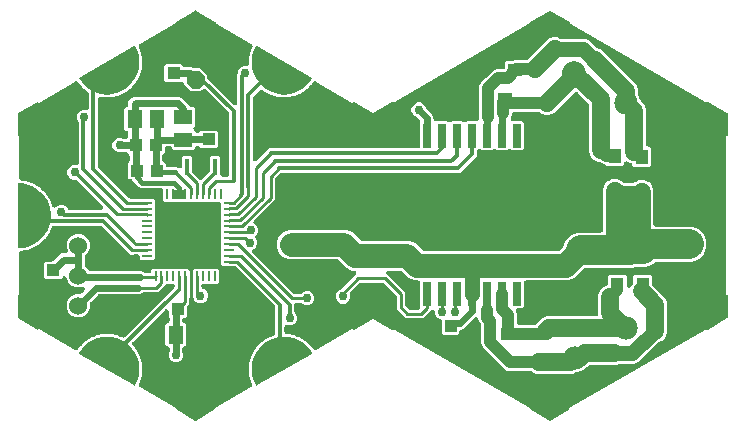
<source format=gbr>
G04 EAGLE Gerber RS-274X export*
G75*
%MOMM*%
%FSLAX34Y34*%
%LPD*%
%INBottom Copper*%
%IPPOS*%
%AMOC8*
5,1,8,0,0,1.08239X$1,22.5*%
G01*
%ADD10R,0.400000X1.399997*%
%ADD11C,1.000000*%
%ADD12R,0.254000X0.812800*%
%ADD13R,0.812800X0.254000*%
%ADD14R,5.384800X5.384800*%
%ADD15P,1.649562X8X22.500000*%
%ADD16R,1.100000X1.000000*%
%ADD17R,1.500000X1.300000*%
%ADD18R,1.300000X1.500000*%
%ADD19C,1.524000*%
%ADD20R,0.700000X2.000000*%
%ADD21R,9.600000X6.000000*%
%ADD22R,3.050000X2.900000*%
%ADD23R,1.120000X1.240000*%
%ADD24R,1.000000X1.100000*%
%ADD25R,1.240000X1.120000*%
%ADD26C,1.981200*%
%ADD27P,1.429621X8X113.700000*%
%ADD28C,1.320800*%
%ADD29C,0.254000*%
%ADD30C,0.609600*%
%ADD31C,0.508000*%
%ADD32C,0.756400*%
%ADD33C,0.406400*%
%ADD34C,1.300000*%
%ADD35C,0.304800*%
%ADD36C,2.032000*%
%ADD37C,1.270000*%
%ADD38C,1.016000*%
%ADD39C,2.540000*%
%ADD40C,1.524000*%

G36*
X448447Y29511D02*
X448447Y29511D01*
X448524Y29510D01*
X448549Y29519D01*
X448569Y29520D01*
X448609Y29541D01*
X448680Y29567D01*
X465180Y39067D01*
X465202Y39086D01*
X465228Y39099D01*
X465262Y39137D01*
X465265Y39139D01*
X465268Y39143D01*
X465276Y39152D01*
X465329Y39199D01*
X465342Y39225D01*
X465361Y39247D01*
X465385Y39314D01*
X465415Y39378D01*
X465417Y39407D01*
X465426Y39434D01*
X465421Y39506D01*
X465425Y39577D01*
X465415Y39604D01*
X465413Y39633D01*
X465370Y39723D01*
X465355Y39763D01*
X465348Y39771D01*
X465342Y39784D01*
X464922Y40392D01*
X581183Y107514D01*
X581480Y106887D01*
X581497Y106864D01*
X581507Y106837D01*
X581556Y106785D01*
X581599Y106727D01*
X581624Y106713D01*
X581643Y106692D01*
X581709Y106663D01*
X581771Y106627D01*
X581799Y106624D01*
X581826Y106612D01*
X581897Y106611D01*
X581968Y106602D01*
X581996Y106610D01*
X582024Y106610D01*
X582119Y106645D01*
X582160Y106656D01*
X582168Y106663D01*
X582180Y106667D01*
X598680Y116167D01*
X598739Y116219D01*
X598801Y116265D01*
X598813Y116284D01*
X598829Y116299D01*
X598863Y116369D01*
X598903Y116436D01*
X598907Y116461D01*
X598915Y116478D01*
X598917Y116523D01*
X598931Y116600D01*
X598931Y135600D01*
X598925Y135628D01*
X598927Y135656D01*
X598905Y135724D01*
X598891Y135795D01*
X598875Y135818D01*
X598866Y135845D01*
X598819Y135900D01*
X598778Y135959D01*
X598755Y135974D01*
X598736Y135996D01*
X598671Y136027D01*
X598611Y136066D01*
X598583Y136071D01*
X598557Y136083D01*
X598456Y136092D01*
X598415Y136099D01*
X598405Y136097D01*
X598392Y136098D01*
X597677Y136041D01*
X597677Y270359D01*
X598392Y270302D01*
X598420Y270306D01*
X598448Y270301D01*
X598518Y270318D01*
X598589Y270326D01*
X598614Y270341D01*
X598641Y270347D01*
X598699Y270390D01*
X598761Y270426D01*
X598779Y270448D01*
X598801Y270465D01*
X598838Y270527D01*
X598881Y270584D01*
X598888Y270612D01*
X598903Y270636D01*
X598920Y270736D01*
X598930Y270777D01*
X598928Y270787D01*
X598931Y270800D01*
X598931Y289800D01*
X598915Y289876D01*
X598906Y289954D01*
X598895Y289973D01*
X598891Y289995D01*
X598847Y290059D01*
X598809Y290127D01*
X598790Y290143D01*
X598778Y290159D01*
X598741Y290183D01*
X598680Y290233D01*
X582180Y299733D01*
X582153Y299742D01*
X582130Y299758D01*
X582059Y299773D01*
X581992Y299796D01*
X581963Y299793D01*
X581935Y299799D01*
X581865Y299786D01*
X581794Y299780D01*
X581768Y299767D01*
X581740Y299761D01*
X581681Y299721D01*
X581617Y299688D01*
X581599Y299666D01*
X581575Y299650D01*
X581517Y299567D01*
X581491Y299535D01*
X581488Y299524D01*
X581480Y299514D01*
X581183Y298886D01*
X464922Y366008D01*
X465342Y366616D01*
X465354Y366643D01*
X465372Y366665D01*
X465392Y366734D01*
X465420Y366799D01*
X465420Y366828D01*
X465429Y366856D01*
X465421Y366927D01*
X465421Y366998D01*
X465410Y367025D01*
X465406Y367054D01*
X465371Y367116D01*
X465344Y367181D01*
X465323Y367202D01*
X465309Y367227D01*
X465232Y367290D01*
X465201Y367320D01*
X465191Y367324D01*
X465180Y367333D01*
X448680Y376833D01*
X448608Y376857D01*
X448537Y376888D01*
X448514Y376888D01*
X448492Y376896D01*
X448415Y376890D01*
X448338Y376891D01*
X448314Y376881D01*
X448294Y376880D01*
X448254Y376859D01*
X448182Y376833D01*
X431682Y367333D01*
X431661Y367314D01*
X431634Y367301D01*
X431587Y367248D01*
X431533Y367201D01*
X431521Y367175D01*
X431501Y367154D01*
X431478Y367086D01*
X431447Y367022D01*
X431446Y366993D01*
X431436Y366966D01*
X431441Y366894D01*
X431438Y366823D01*
X431448Y366796D01*
X431450Y366767D01*
X431492Y366677D01*
X431507Y366637D01*
X431515Y366629D01*
X431520Y366616D01*
X431940Y366008D01*
X315678Y298886D01*
X315383Y299513D01*
X315366Y299536D01*
X315355Y299563D01*
X315307Y299615D01*
X315264Y299672D01*
X315239Y299687D01*
X315219Y299708D01*
X315154Y299737D01*
X315093Y299772D01*
X315064Y299776D01*
X315037Y299788D01*
X314966Y299789D01*
X314895Y299798D01*
X314867Y299790D01*
X314838Y299791D01*
X314745Y299756D01*
X314704Y299744D01*
X314695Y299737D01*
X314682Y299733D01*
X298431Y290376D01*
X282180Y299733D01*
X282153Y299742D01*
X282129Y299759D01*
X282059Y299773D01*
X281992Y299796D01*
X281963Y299793D01*
X281934Y299799D01*
X281864Y299785D01*
X281794Y299780D01*
X281768Y299766D01*
X281739Y299761D01*
X281680Y299721D01*
X281617Y299688D01*
X281599Y299666D01*
X281574Y299649D01*
X281518Y299567D01*
X281491Y299535D01*
X281487Y299524D01*
X281480Y299513D01*
X281185Y298886D01*
X250453Y316628D01*
X250321Y316687D01*
X250193Y316754D01*
X250138Y316770D01*
X250086Y316794D01*
X249945Y316826D01*
X249806Y316866D01*
X249749Y316871D01*
X249694Y316884D01*
X249549Y316888D01*
X249405Y316900D01*
X249348Y316893D01*
X249291Y316895D01*
X249149Y316870D01*
X249005Y316853D01*
X248951Y316836D01*
X248895Y316826D01*
X248760Y316774D01*
X248622Y316729D01*
X248572Y316701D01*
X248519Y316681D01*
X248397Y316603D01*
X248271Y316531D01*
X248228Y316494D01*
X248180Y316464D01*
X248076Y316363D01*
X247966Y316269D01*
X247928Y316222D01*
X247907Y316202D01*
X247904Y316197D01*
X247890Y316184D01*
X247843Y316116D01*
X247758Y316010D01*
X247752Y316002D01*
X247716Y315936D01*
X247672Y315875D01*
X247665Y315860D01*
X247661Y315853D01*
X247628Y315777D01*
X247620Y315760D01*
X247560Y315648D01*
X247538Y315577D01*
X247507Y315508D01*
X247479Y315384D01*
X247446Y315280D01*
X246847Y314633D01*
X246806Y314580D01*
X246658Y314396D01*
X246158Y313662D01*
X246109Y313644D01*
X246003Y313577D01*
X245892Y313519D01*
X245833Y313471D01*
X245768Y313430D01*
X245648Y313320D01*
X245580Y313265D01*
X245557Y313237D01*
X245523Y313206D01*
X244934Y312570D01*
X244888Y312509D01*
X244834Y312454D01*
X244766Y312349D01*
X244691Y312249D01*
X244657Y312180D01*
X244616Y312116D01*
X244570Y312000D01*
X244522Y311899D01*
X243833Y311350D01*
X243785Y311302D01*
X243610Y311143D01*
X243007Y310492D01*
X242956Y310481D01*
X242841Y310431D01*
X242723Y310390D01*
X242657Y310351D01*
X242587Y310320D01*
X242451Y310229D01*
X242376Y310185D01*
X242350Y310161D01*
X242311Y310135D01*
X241634Y309595D01*
X241579Y309541D01*
X241518Y309495D01*
X241435Y309401D01*
X241346Y309314D01*
X241303Y309251D01*
X241252Y309193D01*
X241189Y309084D01*
X241126Y308993D01*
X240363Y308552D01*
X240309Y308513D01*
X240112Y308381D01*
X239419Y307827D01*
X239367Y307824D01*
X239246Y307792D01*
X239123Y307768D01*
X239052Y307740D01*
X238978Y307720D01*
X238830Y307650D01*
X238749Y307617D01*
X238719Y307598D01*
X238678Y307578D01*
X237927Y307144D01*
X237875Y307107D01*
X237837Y307086D01*
X237830Y307081D01*
X237798Y307063D01*
X237702Y306982D01*
X237600Y306909D01*
X237548Y306853D01*
X237490Y306804D01*
X237411Y306706D01*
X237336Y306625D01*
X236515Y306302D01*
X236456Y306272D01*
X236242Y306170D01*
X235474Y305727D01*
X235422Y305731D01*
X235297Y305717D01*
X235172Y305713D01*
X235097Y305695D01*
X235021Y305686D01*
X234865Y305639D01*
X234780Y305619D01*
X234748Y305604D01*
X234704Y305591D01*
X233897Y305274D01*
X233829Y305239D01*
X233757Y305213D01*
X233650Y305147D01*
X233539Y305090D01*
X233495Y305055D01*
X233494Y305055D01*
X233488Y305050D01*
X233479Y305042D01*
X233413Y305002D01*
X233322Y304917D01*
X233234Y304848D01*
X232375Y304652D01*
X232311Y304630D01*
X232085Y304562D01*
X231259Y304238D01*
X231209Y304250D01*
X231083Y304255D01*
X230959Y304269D01*
X230883Y304262D01*
X230806Y304265D01*
X230645Y304242D01*
X230558Y304234D01*
X230523Y304224D01*
X230478Y304218D01*
X229633Y304025D01*
X229560Y304000D01*
X229485Y303985D01*
X229370Y303936D01*
X229251Y303897D01*
X229184Y303858D01*
X229114Y303828D01*
X229011Y303758D01*
X228914Y303702D01*
X228035Y303636D01*
X227969Y303625D01*
X227735Y303591D01*
X226870Y303393D01*
X226822Y303413D01*
X226699Y303436D01*
X226578Y303469D01*
X226501Y303474D01*
X226426Y303488D01*
X226263Y303489D01*
X226176Y303495D01*
X226141Y303490D01*
X226094Y303490D01*
X225230Y303425D01*
X225155Y303412D01*
X225078Y303408D01*
X224957Y303377D01*
X224833Y303355D01*
X224762Y303327D01*
X224688Y303308D01*
X224575Y303254D01*
X224471Y303214D01*
X223593Y303279D01*
X223525Y303277D01*
X223289Y303279D01*
X222404Y303212D01*
X222359Y303239D01*
X222241Y303281D01*
X222126Y303331D01*
X222052Y303347D01*
X221979Y303372D01*
X221818Y303398D01*
X221733Y303416D01*
X221697Y303417D01*
X221652Y303424D01*
X220787Y303488D01*
X220711Y303487D01*
X220634Y303494D01*
X220510Y303482D01*
X220385Y303478D01*
X220310Y303462D01*
X220234Y303454D01*
X220114Y303417D01*
X220005Y303392D01*
X219146Y303588D01*
X219080Y303596D01*
X218846Y303633D01*
X217961Y303699D01*
X217921Y303732D01*
X217810Y303791D01*
X217704Y303858D01*
X217632Y303885D01*
X217565Y303921D01*
X217409Y303970D01*
X217328Y304001D01*
X217292Y304007D01*
X217248Y304021D01*
X216403Y304213D01*
X216327Y304223D01*
X216253Y304242D01*
X216128Y304248D01*
X216004Y304263D01*
X215927Y304258D01*
X215851Y304262D01*
X215727Y304243D01*
X215616Y304235D01*
X214796Y304556D01*
X214731Y304575D01*
X214505Y304646D01*
X213646Y304842D01*
X213642Y304847D01*
X213626Y304859D01*
X213605Y304882D01*
X213505Y304956D01*
X213410Y305038D01*
X213357Y305068D01*
X213324Y305093D01*
X213308Y305101D01*
X213281Y305121D01*
X213135Y305193D01*
X213059Y305236D01*
X213025Y305247D01*
X212983Y305267D01*
X212176Y305583D01*
X212103Y305604D01*
X212032Y305634D01*
X211909Y305659D01*
X211789Y305693D01*
X211713Y305698D01*
X211638Y305713D01*
X211512Y305714D01*
X211401Y305722D01*
X210638Y306162D01*
X210576Y306190D01*
X210364Y306294D01*
X209538Y306618D01*
X209509Y306661D01*
X209421Y306750D01*
X209339Y306845D01*
X209279Y306892D01*
X209225Y306946D01*
X209090Y307039D01*
X209022Y307093D01*
X208990Y307109D01*
X208968Y307124D01*
X208967Y307125D01*
X208966Y307125D01*
X208952Y307135D01*
X208201Y307568D01*
X208131Y307600D01*
X208066Y307640D01*
X207948Y307682D01*
X207834Y307734D01*
X207759Y307751D01*
X207687Y307777D01*
X207564Y307796D01*
X207455Y307821D01*
X206766Y308370D01*
X206709Y308406D01*
X206515Y308541D01*
X205518Y309116D01*
X205462Y309182D01*
X205419Y309216D01*
X205380Y309257D01*
X205261Y309341D01*
X205146Y309431D01*
X205097Y309457D01*
X205051Y309489D01*
X204917Y309548D01*
X204787Y309614D01*
X204734Y309629D01*
X204683Y309651D01*
X204540Y309683D01*
X204399Y309722D01*
X204344Y309726D01*
X204290Y309738D01*
X204144Y309741D01*
X203998Y309751D01*
X203943Y309744D01*
X203887Y309745D01*
X203744Y309719D01*
X203598Y309701D01*
X203546Y309683D01*
X203491Y309673D01*
X203355Y309619D01*
X203217Y309573D01*
X203168Y309545D01*
X203117Y309524D01*
X202995Y309445D01*
X202868Y309372D01*
X202820Y309331D01*
X202779Y309305D01*
X202720Y309246D01*
X202615Y309157D01*
X197477Y304019D01*
X197460Y303999D01*
X197440Y303981D01*
X197334Y303844D01*
X197222Y303708D01*
X197210Y303684D01*
X197193Y303663D01*
X197116Y303507D01*
X197034Y303352D01*
X197026Y303327D01*
X197014Y303303D01*
X196969Y303133D01*
X196919Y302966D01*
X196917Y302940D01*
X196910Y302914D01*
X196882Y302583D01*
X196882Y251266D01*
X196883Y251258D01*
X196883Y251249D01*
X196904Y251053D01*
X196922Y250866D01*
X196925Y250857D01*
X196926Y250848D01*
X196984Y250664D01*
X197041Y250481D01*
X197045Y250473D01*
X197047Y250464D01*
X197141Y250296D01*
X197232Y250127D01*
X197238Y250120D01*
X197242Y250112D01*
X197367Y249965D01*
X197490Y249818D01*
X197497Y249812D01*
X197503Y249805D01*
X197654Y249686D01*
X197804Y249565D01*
X197812Y249561D01*
X197819Y249556D01*
X197991Y249468D01*
X198161Y249380D01*
X198170Y249377D01*
X198178Y249373D01*
X198364Y249321D01*
X198548Y249268D01*
X198557Y249268D01*
X198566Y249265D01*
X198758Y249251D01*
X198949Y249235D01*
X198958Y249236D01*
X198967Y249236D01*
X199160Y249260D01*
X199349Y249282D01*
X199358Y249285D01*
X199367Y249286D01*
X199549Y249348D01*
X199732Y249407D01*
X199740Y249412D01*
X199748Y249414D01*
X199915Y249510D01*
X200083Y249605D01*
X200089Y249611D01*
X200097Y249615D01*
X200350Y249830D01*
X207526Y257006D01*
X207543Y257026D01*
X207563Y257044D01*
X207670Y257182D01*
X207781Y257317D01*
X207793Y257341D01*
X207810Y257362D01*
X207888Y257519D01*
X207969Y257673D01*
X207977Y257698D01*
X207989Y257722D01*
X208028Y257867D01*
X210353Y260192D01*
X336670Y260192D01*
X336687Y260194D01*
X336705Y260192D01*
X336887Y260214D01*
X337070Y260232D01*
X337087Y260237D01*
X337105Y260239D01*
X337279Y260296D01*
X337455Y260350D01*
X337471Y260359D01*
X337488Y260364D01*
X337648Y260454D01*
X337809Y260542D01*
X337823Y260553D01*
X337838Y260562D01*
X337978Y260682D01*
X338118Y260800D01*
X338130Y260813D01*
X338143Y260825D01*
X338256Y260970D01*
X338371Y261113D01*
X338379Y261129D01*
X338390Y261143D01*
X338472Y261308D01*
X338556Y261471D01*
X338561Y261488D01*
X338569Y261504D01*
X338617Y261682D01*
X338668Y261858D01*
X338669Y261875D01*
X338674Y261893D01*
X338701Y262223D01*
X338701Y282135D01*
X338734Y282197D01*
X338739Y282214D01*
X338747Y282231D01*
X338796Y282408D01*
X338849Y282583D01*
X338850Y282601D01*
X338855Y282618D01*
X338868Y282801D01*
X338885Y282984D01*
X338883Y283002D01*
X338884Y283020D01*
X338861Y283202D01*
X338842Y283384D01*
X338836Y283402D01*
X338834Y283419D01*
X338776Y283593D01*
X338720Y283768D01*
X338711Y283784D01*
X338706Y283801D01*
X338614Y283960D01*
X338525Y284121D01*
X338514Y284134D01*
X338505Y284150D01*
X338290Y284403D01*
X335964Y286729D01*
X335940Y286749D01*
X335919Y286773D01*
X335784Y286876D01*
X335652Y286984D01*
X335625Y286999D01*
X335600Y287018D01*
X335305Y287170D01*
X333906Y287749D01*
X332199Y289456D01*
X331275Y291687D01*
X331275Y294101D01*
X332199Y296331D01*
X333906Y298039D01*
X336137Y298962D01*
X338551Y298962D01*
X340781Y298039D01*
X342489Y296331D01*
X343068Y294933D01*
X343083Y294905D01*
X343093Y294876D01*
X343178Y294728D01*
X343258Y294578D01*
X343278Y294554D01*
X343294Y294527D01*
X343508Y294274D01*
X347224Y290558D01*
X349010Y288772D01*
X349822Y286811D01*
X349822Y285266D01*
X349823Y285257D01*
X349822Y285248D01*
X349843Y285056D01*
X349862Y284866D01*
X349865Y284857D01*
X349866Y284848D01*
X349924Y284664D01*
X349980Y284481D01*
X349985Y284473D01*
X349987Y284464D01*
X350081Y284294D01*
X350172Y284127D01*
X350178Y284120D01*
X350182Y284111D01*
X350308Y283963D01*
X350430Y283817D01*
X350437Y283812D01*
X350443Y283805D01*
X350595Y283685D01*
X350744Y283565D01*
X350752Y283561D01*
X350759Y283555D01*
X350931Y283468D01*
X351101Y283380D01*
X351110Y283377D01*
X351118Y283373D01*
X351304Y283321D01*
X351488Y283268D01*
X351497Y283267D01*
X351506Y283265D01*
X351698Y283251D01*
X351889Y283235D01*
X351898Y283236D01*
X351907Y283236D01*
X352099Y283260D01*
X352274Y283280D01*
X361635Y283280D01*
X362101Y282814D01*
X362115Y282803D01*
X362127Y282789D01*
X362270Y282675D01*
X362413Y282559D01*
X362428Y282551D01*
X362442Y282539D01*
X362606Y282456D01*
X362768Y282370D01*
X362785Y282365D01*
X362801Y282357D01*
X362978Y282308D01*
X363154Y282256D01*
X363172Y282254D01*
X363189Y282249D01*
X363372Y282236D01*
X363555Y282219D01*
X363573Y282221D01*
X363591Y282220D01*
X363773Y282243D01*
X363955Y282263D01*
X363973Y282268D01*
X363990Y282270D01*
X364164Y282329D01*
X364339Y282384D01*
X364355Y282393D01*
X364372Y282398D01*
X364531Y282490D01*
X364692Y282579D01*
X364705Y282590D01*
X364721Y282599D01*
X364974Y282814D01*
X365440Y283280D01*
X374335Y283280D01*
X374801Y282814D01*
X374815Y282803D01*
X374827Y282789D01*
X374970Y282675D01*
X375113Y282559D01*
X375128Y282551D01*
X375142Y282539D01*
X375306Y282456D01*
X375468Y282370D01*
X375485Y282365D01*
X375501Y282357D01*
X375678Y282308D01*
X375854Y282256D01*
X375872Y282254D01*
X375889Y282249D01*
X376072Y282236D01*
X376255Y282219D01*
X376273Y282221D01*
X376291Y282220D01*
X376473Y282243D01*
X376655Y282263D01*
X376673Y282268D01*
X376690Y282270D01*
X376864Y282329D01*
X377039Y282384D01*
X377055Y282393D01*
X377072Y282398D01*
X377231Y282490D01*
X377392Y282579D01*
X377405Y282590D01*
X377421Y282599D01*
X377674Y282814D01*
X378140Y283280D01*
X386683Y283280D01*
X386701Y283282D01*
X386719Y283281D01*
X386901Y283302D01*
X387084Y283320D01*
X387101Y283326D01*
X387119Y283328D01*
X387293Y283385D01*
X387469Y283439D01*
X387484Y283447D01*
X387501Y283453D01*
X387662Y283543D01*
X387823Y283630D01*
X387836Y283642D01*
X387852Y283650D01*
X387991Y283771D01*
X388132Y283888D01*
X388143Y283902D01*
X388157Y283914D01*
X388269Y284059D01*
X388384Y284202D01*
X388393Y284218D01*
X388404Y284232D01*
X388486Y284397D01*
X388570Y284559D01*
X388575Y284576D01*
X388583Y284592D01*
X388631Y284770D01*
X388681Y284946D01*
X388683Y284964D01*
X388687Y284981D01*
X388715Y285312D01*
X388715Y312603D01*
X389836Y315311D01*
X392194Y317669D01*
X394359Y319834D01*
X394380Y319845D01*
X394404Y319865D01*
X394432Y319881D01*
X394685Y320095D01*
X398358Y323768D01*
X398358Y323769D01*
X400716Y326126D01*
X403423Y327248D01*
X408752Y327248D01*
X408775Y327250D01*
X408798Y327249D01*
X408976Y327270D01*
X409152Y327288D01*
X409174Y327295D01*
X409198Y327298D01*
X409367Y327354D01*
X409537Y327406D01*
X409558Y327417D01*
X409580Y327425D01*
X409734Y327513D01*
X409891Y327598D01*
X409909Y327613D01*
X409929Y327624D01*
X410064Y327742D01*
X410200Y327856D01*
X410215Y327874D01*
X410233Y327889D01*
X410342Y328031D01*
X410453Y328169D01*
X410463Y328190D01*
X410478Y328209D01*
X410629Y328504D01*
X410635Y328519D01*
X410636Y328523D01*
X410638Y328527D01*
X410645Y328549D01*
X410657Y328574D01*
X410702Y328740D01*
X410751Y328904D01*
X410754Y328934D01*
X410762Y328963D01*
X410789Y329294D01*
X410789Y333032D01*
X412128Y334372D01*
X417539Y334372D01*
X417570Y334375D01*
X417601Y334373D01*
X417771Y334395D01*
X417940Y334412D01*
X417969Y334421D01*
X418000Y334425D01*
X418316Y334527D01*
X418604Y334646D01*
X428538Y334646D01*
X428564Y334648D01*
X428591Y334646D01*
X428765Y334668D01*
X428938Y334686D01*
X428964Y334693D01*
X428991Y334697D01*
X429156Y334752D01*
X429323Y334804D01*
X429347Y334817D01*
X429372Y334825D01*
X429524Y334912D01*
X429677Y334996D01*
X429698Y335013D01*
X429721Y335026D01*
X429974Y335241D01*
X447245Y352511D01*
X450886Y354019D01*
X454827Y354019D01*
X457318Y352987D01*
X457348Y352978D01*
X457376Y352965D01*
X457541Y352920D01*
X457704Y352871D01*
X457735Y352868D01*
X457765Y352860D01*
X458096Y352833D01*
X478259Y352833D01*
X481434Y351518D01*
X487488Y345464D01*
X487508Y345447D01*
X487526Y345427D01*
X487664Y345320D01*
X487799Y345209D01*
X487823Y345197D01*
X487844Y345180D01*
X488001Y345102D01*
X488155Y345020D01*
X488180Y345013D01*
X488204Y345001D01*
X488253Y344988D01*
X492180Y343361D01*
X521199Y314342D01*
X522707Y310701D01*
X522707Y307003D01*
X522710Y306976D01*
X522708Y306949D01*
X522730Y306775D01*
X522747Y306602D01*
X522755Y306576D01*
X522758Y306550D01*
X522814Y306384D01*
X522865Y306217D01*
X522878Y306193D01*
X522887Y306168D01*
X522974Y306016D01*
X523057Y305863D01*
X523074Y305842D01*
X523088Y305819D01*
X523113Y305789D01*
X525024Y301176D01*
X525033Y301083D01*
X525041Y301057D01*
X525044Y301031D01*
X525100Y300865D01*
X525151Y300698D01*
X525164Y300674D01*
X525173Y300649D01*
X525260Y300498D01*
X525343Y300344D01*
X525360Y300323D01*
X525374Y300300D01*
X525588Y300047D01*
X528305Y297331D01*
X529813Y293690D01*
X529813Y263643D01*
X529815Y263625D01*
X529813Y263607D01*
X529835Y263425D01*
X529853Y263242D01*
X529858Y263225D01*
X529860Y263208D01*
X529917Y263033D01*
X529971Y262857D01*
X529980Y262842D01*
X529985Y262825D01*
X530075Y262665D01*
X530163Y262503D01*
X530174Y262490D01*
X530183Y262474D01*
X530303Y262335D01*
X530421Y262194D01*
X530434Y262183D01*
X530446Y262169D01*
X530591Y262057D01*
X530734Y261942D01*
X530750Y261934D01*
X530764Y261923D01*
X530929Y261841D01*
X531092Y261756D01*
X531109Y261751D01*
X531125Y261743D01*
X531303Y261696D01*
X531479Y261645D01*
X531496Y261643D01*
X531514Y261639D01*
X531844Y261612D01*
X532804Y261612D01*
X534143Y260272D01*
X534143Y245978D01*
X532804Y244638D01*
X519709Y244638D01*
X518342Y246005D01*
X518330Y246132D01*
X518323Y246153D01*
X518320Y246175D01*
X518264Y246345D01*
X518212Y246517D01*
X518201Y246536D01*
X518194Y246558D01*
X518105Y246714D01*
X518020Y246871D01*
X518006Y246888D01*
X517994Y246907D01*
X517876Y247043D01*
X517762Y247180D01*
X517745Y247194D01*
X517730Y247211D01*
X517588Y247320D01*
X517448Y247432D01*
X517429Y247443D01*
X517411Y247456D01*
X517116Y247608D01*
X513933Y248926D01*
X513920Y248930D01*
X513908Y248936D01*
X513728Y248988D01*
X513547Y249043D01*
X513534Y249044D01*
X513521Y249048D01*
X513334Y249063D01*
X513147Y249081D01*
X513133Y249079D01*
X513120Y249081D01*
X512932Y249059D01*
X512746Y249039D01*
X512734Y249035D01*
X512720Y249034D01*
X512541Y248975D01*
X512362Y248919D01*
X512350Y248913D01*
X512337Y248909D01*
X512173Y248816D01*
X512009Y248726D01*
X511998Y248718D01*
X511987Y248711D01*
X511843Y248587D01*
X511701Y248467D01*
X511692Y248456D01*
X511682Y248448D01*
X511567Y248299D01*
X511450Y248152D01*
X511443Y248140D01*
X511435Y248130D01*
X511351Y247961D01*
X511266Y247794D01*
X511262Y247781D01*
X511256Y247769D01*
X511207Y247586D01*
X511156Y247407D01*
X511155Y247393D01*
X511151Y247380D01*
X511124Y247050D01*
X511124Y246772D01*
X509785Y245432D01*
X496690Y245432D01*
X496165Y245957D01*
X496145Y245974D01*
X496127Y245994D01*
X495989Y246101D01*
X495854Y246212D01*
X495830Y246225D01*
X495809Y246241D01*
X495652Y246319D01*
X495498Y246401D01*
X495473Y246408D01*
X495449Y246420D01*
X495279Y246466D01*
X495112Y246516D01*
X495086Y246518D01*
X495060Y246525D01*
X494729Y246552D01*
X494710Y246552D01*
X492002Y247674D01*
X491415Y248261D01*
X491394Y248278D01*
X491377Y248298D01*
X491239Y248405D01*
X491103Y248516D01*
X491080Y248528D01*
X491058Y248545D01*
X490902Y248623D01*
X490748Y248705D01*
X490722Y248712D01*
X490698Y248724D01*
X490529Y248770D01*
X490362Y248819D01*
X490335Y248822D01*
X490309Y248829D01*
X489978Y248856D01*
X489361Y248856D01*
X485720Y250364D01*
X482933Y253151D01*
X481425Y256792D01*
X481425Y288146D01*
X481454Y288217D01*
X481463Y288247D01*
X481477Y288275D01*
X481521Y288440D01*
X481570Y288603D01*
X481573Y288634D01*
X481582Y288664D01*
X481609Y288995D01*
X481609Y296877D01*
X481606Y296903D01*
X481608Y296930D01*
X481586Y297104D01*
X481569Y297277D01*
X481561Y297303D01*
X481558Y297330D01*
X481502Y297495D01*
X481451Y297662D01*
X481438Y297686D01*
X481429Y297711D01*
X481342Y297863D01*
X481259Y298016D01*
X481242Y298037D01*
X481228Y298060D01*
X481014Y298313D01*
X471924Y307403D01*
X471910Y307415D01*
X471898Y307428D01*
X471754Y307542D01*
X471612Y307658D01*
X471596Y307667D01*
X471582Y307678D01*
X471418Y307761D01*
X471256Y307847D01*
X471239Y307852D01*
X471223Y307860D01*
X471046Y307910D01*
X470870Y307962D01*
X470853Y307963D01*
X470836Y307968D01*
X470652Y307982D01*
X470470Y307998D01*
X470452Y307996D01*
X470434Y307998D01*
X470252Y307975D01*
X470069Y307955D01*
X470052Y307949D01*
X470035Y307947D01*
X469861Y307889D01*
X469685Y307833D01*
X469670Y307825D01*
X469653Y307819D01*
X469493Y307727D01*
X469333Y307638D01*
X469320Y307627D01*
X469304Y307618D01*
X469051Y307403D01*
X451699Y290051D01*
X449152Y288996D01*
X448058Y288543D01*
X444117Y288543D01*
X440476Y290051D01*
X440039Y290488D01*
X440018Y290505D01*
X440001Y290526D01*
X439863Y290633D01*
X439727Y290743D01*
X439704Y290756D01*
X439683Y290772D01*
X439526Y290850D01*
X439372Y290932D01*
X439346Y290940D01*
X439322Y290952D01*
X439153Y290997D01*
X438986Y291047D01*
X438959Y291049D01*
X438933Y291056D01*
X438603Y291083D01*
X418179Y291083D01*
X418161Y291081D01*
X418144Y291083D01*
X417961Y291062D01*
X417779Y291043D01*
X417762Y291038D01*
X417744Y291036D01*
X417569Y290979D01*
X417394Y290925D01*
X417378Y290917D01*
X417361Y290911D01*
X417201Y290821D01*
X417040Y290733D01*
X417026Y290722D01*
X417010Y290713D01*
X416871Y290593D01*
X416730Y290476D01*
X416719Y290462D01*
X416706Y290450D01*
X416593Y290305D01*
X416478Y290162D01*
X416470Y290146D01*
X416459Y290132D01*
X416377Y289967D01*
X416293Y289805D01*
X416288Y289788D01*
X416280Y289772D01*
X416232Y289593D01*
X416181Y289418D01*
X416180Y289400D01*
X416175Y289383D01*
X416148Y289052D01*
X416148Y288253D01*
X415251Y286089D01*
X415248Y286076D01*
X415241Y286064D01*
X415190Y285885D01*
X415135Y285704D01*
X415134Y285690D01*
X415130Y285677D01*
X415115Y285490D01*
X415097Y285303D01*
X415098Y285290D01*
X415097Y285276D01*
X415119Y285088D01*
X415139Y284902D01*
X415143Y284890D01*
X415144Y284876D01*
X415203Y284697D01*
X415258Y284518D01*
X415265Y284506D01*
X415269Y284494D01*
X415362Y284329D01*
X415452Y284165D01*
X415460Y284155D01*
X415467Y284143D01*
X415590Y284001D01*
X415711Y283857D01*
X415721Y283848D01*
X415730Y283838D01*
X415878Y283723D01*
X416026Y283606D01*
X416038Y283600D01*
X416048Y283591D01*
X416217Y283508D01*
X416384Y283422D01*
X416397Y283418D01*
X416409Y283412D01*
X416591Y283363D01*
X416771Y283312D01*
X416784Y283311D01*
X416797Y283308D01*
X417128Y283280D01*
X425135Y283280D01*
X426474Y281941D01*
X426474Y260047D01*
X425135Y258707D01*
X416240Y258707D01*
X415774Y259174D01*
X415760Y259185D01*
X415748Y259198D01*
X415605Y259312D01*
X415462Y259429D01*
X415446Y259437D01*
X415432Y259448D01*
X415269Y259531D01*
X415107Y259617D01*
X415090Y259622D01*
X415074Y259630D01*
X414896Y259680D01*
X414721Y259732D01*
X414703Y259734D01*
X414686Y259738D01*
X414503Y259752D01*
X414320Y259768D01*
X414302Y259766D01*
X414284Y259768D01*
X414103Y259745D01*
X413919Y259725D01*
X413902Y259720D01*
X413885Y259717D01*
X413712Y259659D01*
X413536Y259603D01*
X413520Y259595D01*
X413503Y259589D01*
X413344Y259498D01*
X413183Y259409D01*
X413170Y259397D01*
X413154Y259388D01*
X412901Y259173D01*
X412435Y258707D01*
X403540Y258707D01*
X403074Y259174D01*
X403060Y259185D01*
X403048Y259198D01*
X402905Y259312D01*
X402762Y259429D01*
X402746Y259437D01*
X402732Y259448D01*
X402569Y259531D01*
X402407Y259617D01*
X402390Y259622D01*
X402374Y259630D01*
X402196Y259680D01*
X402021Y259732D01*
X402003Y259734D01*
X401986Y259738D01*
X401803Y259752D01*
X401620Y259768D01*
X401602Y259766D01*
X401584Y259768D01*
X401403Y259745D01*
X401219Y259725D01*
X401202Y259720D01*
X401185Y259717D01*
X401012Y259659D01*
X400836Y259603D01*
X400820Y259595D01*
X400803Y259589D01*
X400644Y259498D01*
X400483Y259409D01*
X400470Y259397D01*
X400454Y259388D01*
X400201Y259173D01*
X399735Y258707D01*
X390840Y258707D01*
X390374Y259174D01*
X390360Y259185D01*
X390348Y259198D01*
X390204Y259312D01*
X390062Y259429D01*
X390047Y259437D01*
X390033Y259448D01*
X389868Y259532D01*
X389707Y259617D01*
X389690Y259622D01*
X389674Y259630D01*
X389496Y259680D01*
X389321Y259732D01*
X389303Y259734D01*
X389286Y259738D01*
X389103Y259752D01*
X388920Y259768D01*
X388902Y259766D01*
X388884Y259768D01*
X388702Y259745D01*
X388519Y259725D01*
X388502Y259720D01*
X388485Y259717D01*
X388311Y259659D01*
X388136Y259603D01*
X388120Y259595D01*
X388103Y259589D01*
X387944Y259497D01*
X387783Y259409D01*
X387770Y259397D01*
X387754Y259388D01*
X387501Y259174D01*
X386993Y258666D01*
X386976Y258645D01*
X386956Y258627D01*
X386849Y258489D01*
X386738Y258354D01*
X386726Y258330D01*
X386709Y258309D01*
X386631Y258152D01*
X386549Y257998D01*
X386542Y257973D01*
X386530Y257949D01*
X386484Y257779D01*
X386435Y257612D01*
X386432Y257586D01*
X386425Y257560D01*
X386398Y257229D01*
X386398Y253438D01*
X372260Y239299D01*
X221358Y239299D01*
X221331Y239296D01*
X221305Y239298D01*
X221131Y239276D01*
X220957Y239259D01*
X220932Y239251D01*
X220905Y239248D01*
X220739Y239192D01*
X220572Y239141D01*
X220549Y239128D01*
X220523Y239120D01*
X220372Y239032D01*
X220218Y238949D01*
X220198Y238932D01*
X220175Y238919D01*
X219922Y238704D01*
X216083Y234865D01*
X216066Y234845D01*
X216046Y234827D01*
X215939Y234689D01*
X215828Y234554D01*
X215815Y234530D01*
X215799Y234509D01*
X215721Y234352D01*
X215639Y234198D01*
X215632Y234173D01*
X215620Y234149D01*
X215574Y233979D01*
X215524Y233812D01*
X215522Y233786D01*
X215515Y233760D01*
X215488Y233429D01*
X215488Y216517D01*
X198052Y199081D01*
X198043Y199071D01*
X198033Y199062D01*
X197917Y198916D01*
X197797Y198770D01*
X197790Y198758D01*
X197782Y198747D01*
X197696Y198580D01*
X197608Y198414D01*
X197604Y198401D01*
X197598Y198389D01*
X197547Y198208D01*
X197493Y198028D01*
X197492Y198015D01*
X197489Y198002D01*
X197474Y197816D01*
X197457Y197627D01*
X197458Y197613D01*
X197457Y197600D01*
X197480Y197415D01*
X197500Y197227D01*
X197504Y197214D01*
X197506Y197201D01*
X197565Y197023D01*
X197622Y196843D01*
X197628Y196831D01*
X197633Y196818D01*
X197726Y196655D01*
X197817Y196491D01*
X197825Y196480D01*
X197832Y196469D01*
X197956Y196327D01*
X198077Y196184D01*
X198088Y196175D01*
X198097Y196165D01*
X198245Y196051D01*
X198393Y195934D01*
X198405Y195928D01*
X198416Y195920D01*
X198435Y195910D01*
X200189Y194156D01*
X201113Y191925D01*
X201113Y189511D01*
X200189Y187281D01*
X199507Y186598D01*
X199496Y186584D01*
X199482Y186573D01*
X199368Y186429D01*
X199252Y186287D01*
X199243Y186271D01*
X199232Y186257D01*
X199149Y186093D01*
X199063Y185931D01*
X199058Y185914D01*
X199050Y185898D01*
X199001Y185721D01*
X198948Y185545D01*
X198947Y185527D01*
X198942Y185510D01*
X198929Y185327D01*
X198912Y185144D01*
X198914Y185126D01*
X198913Y185108D01*
X198936Y184927D01*
X198955Y184744D01*
X198961Y184727D01*
X198963Y184709D01*
X199021Y184536D01*
X199077Y184360D01*
X199086Y184344D01*
X199091Y184327D01*
X199183Y184168D01*
X199272Y184008D01*
X199283Y183994D01*
X199292Y183979D01*
X199507Y183726D01*
X199614Y183619D01*
X200537Y181388D01*
X200537Y178974D01*
X199614Y176744D01*
X197906Y175036D01*
X197621Y174918D01*
X197609Y174912D01*
X197597Y174908D01*
X197432Y174817D01*
X197266Y174728D01*
X197256Y174719D01*
X197244Y174713D01*
X197101Y174592D01*
X196956Y174472D01*
X196947Y174461D01*
X196937Y174453D01*
X196821Y174305D01*
X196702Y174159D01*
X196696Y174147D01*
X196688Y174137D01*
X196602Y173968D01*
X196515Y173803D01*
X196511Y173790D01*
X196505Y173778D01*
X196455Y173596D01*
X196402Y173416D01*
X196401Y173403D01*
X196397Y173390D01*
X196383Y173201D01*
X196367Y173015D01*
X196369Y173002D01*
X196368Y172988D01*
X196392Y172800D01*
X196413Y172615D01*
X196417Y172602D01*
X196418Y172589D01*
X196478Y172410D01*
X196536Y172232D01*
X196542Y172220D01*
X196547Y172207D01*
X196641Y172044D01*
X196732Y171880D01*
X196741Y171870D01*
X196747Y171858D01*
X196962Y171605D01*
X231260Y137307D01*
X231281Y137290D01*
X231298Y137270D01*
X231436Y137163D01*
X231572Y137052D01*
X231595Y137040D01*
X231616Y137023D01*
X231773Y136945D01*
X231927Y136864D01*
X231953Y136856D01*
X231977Y136844D01*
X232146Y136799D01*
X232313Y136749D01*
X232340Y136747D01*
X232366Y136740D01*
X232696Y136712D01*
X237020Y136712D01*
X237047Y136715D01*
X237074Y136713D01*
X237248Y136735D01*
X237421Y136752D01*
X237447Y136760D01*
X237473Y136764D01*
X237639Y136819D01*
X237806Y136871D01*
X237830Y136883D01*
X237855Y136892D01*
X238006Y136979D01*
X238160Y137062D01*
X238180Y137079D01*
X238204Y137093D01*
X238457Y137307D01*
X239450Y138301D01*
X241680Y139224D01*
X244095Y139224D01*
X246325Y138301D01*
X248032Y136593D01*
X248956Y134363D01*
X248956Y131949D01*
X248032Y129718D01*
X246325Y128011D01*
X244095Y127087D01*
X241680Y127087D01*
X239450Y128011D01*
X238457Y129004D01*
X238436Y129021D01*
X238419Y129041D01*
X238281Y129148D01*
X238145Y129259D01*
X238122Y129272D01*
X238100Y129288D01*
X237943Y129366D01*
X237789Y129448D01*
X237764Y129455D01*
X237740Y129467D01*
X237570Y129513D01*
X237404Y129563D01*
X237377Y129565D01*
X237351Y129572D01*
X237020Y129599D01*
X234159Y129599D01*
X234141Y129597D01*
X234123Y129599D01*
X233941Y129577D01*
X233758Y129559D01*
X233741Y129554D01*
X233724Y129552D01*
X233549Y129495D01*
X233373Y129441D01*
X233358Y129432D01*
X233341Y129427D01*
X233181Y129337D01*
X233019Y129249D01*
X233006Y129238D01*
X232990Y129229D01*
X232851Y129109D01*
X232710Y128991D01*
X232699Y128978D01*
X232685Y128966D01*
X232573Y128821D01*
X232458Y128678D01*
X232450Y128662D01*
X232439Y128648D01*
X232357Y128483D01*
X232272Y128320D01*
X232267Y128303D01*
X232259Y128287D01*
X232212Y128109D01*
X232161Y127933D01*
X232159Y127916D01*
X232155Y127898D01*
X232128Y127568D01*
X232128Y121874D01*
X232130Y121848D01*
X232128Y121821D01*
X232150Y121647D01*
X232168Y121474D01*
X232175Y121448D01*
X232179Y121422D01*
X232234Y121256D01*
X232286Y121089D01*
X232299Y121065D01*
X232307Y121040D01*
X232394Y120888D01*
X232478Y120735D01*
X232495Y120714D01*
X232508Y120691D01*
X232723Y120438D01*
X233462Y119699D01*
X234386Y117469D01*
X234386Y115054D01*
X233462Y112824D01*
X231755Y111117D01*
X229524Y110193D01*
X227110Y110193D01*
X226551Y110424D01*
X226538Y110428D01*
X226526Y110434D01*
X226345Y110487D01*
X226165Y110541D01*
X226152Y110542D01*
X226139Y110546D01*
X225951Y110561D01*
X225764Y110579D01*
X225751Y110578D01*
X225738Y110579D01*
X225551Y110557D01*
X225364Y110537D01*
X225351Y110533D01*
X225338Y110532D01*
X225159Y110473D01*
X224980Y110417D01*
X224968Y110411D01*
X224955Y110407D01*
X224790Y110314D01*
X224626Y110224D01*
X224616Y110216D01*
X224604Y110209D01*
X224462Y110086D01*
X224318Y109965D01*
X224310Y109955D01*
X224300Y109946D01*
X224184Y109797D01*
X224067Y109650D01*
X224061Y109638D01*
X224053Y109628D01*
X223970Y109460D01*
X223883Y109292D01*
X223880Y109279D01*
X223874Y109267D01*
X223825Y109085D01*
X223774Y108905D01*
X223773Y108891D01*
X223769Y108878D01*
X223742Y108548D01*
X223742Y104971D01*
X223756Y104829D01*
X223762Y104686D01*
X223776Y104629D01*
X223782Y104570D01*
X223824Y104434D01*
X223858Y104295D01*
X223883Y104242D01*
X223900Y104185D01*
X223968Y104060D01*
X224029Y103930D01*
X224064Y103883D01*
X224092Y103831D01*
X224183Y103722D01*
X224268Y103607D01*
X224312Y103567D01*
X224350Y103522D01*
X224461Y103432D01*
X224567Y103337D01*
X224617Y103307D01*
X224663Y103270D01*
X224790Y103204D01*
X224913Y103131D01*
X224969Y103111D01*
X225021Y103084D01*
X225158Y103045D01*
X225293Y102997D01*
X225359Y102987D01*
X225408Y102973D01*
X225490Y102966D01*
X225621Y102945D01*
X226094Y102910D01*
X226171Y102912D01*
X226247Y102904D01*
X226372Y102916D01*
X226497Y102920D01*
X226572Y102936D01*
X226648Y102944D01*
X226767Y102981D01*
X226876Y103005D01*
X227735Y102809D01*
X227802Y102801D01*
X228035Y102764D01*
X228920Y102697D01*
X228961Y102664D01*
X229071Y102605D01*
X229177Y102539D01*
X229249Y102511D01*
X229316Y102475D01*
X229472Y102426D01*
X229553Y102395D01*
X229589Y102389D01*
X229633Y102375D01*
X230478Y102182D01*
X230554Y102173D01*
X230628Y102154D01*
X230753Y102147D01*
X230877Y102132D01*
X230954Y102137D01*
X231030Y102134D01*
X231154Y102152D01*
X231265Y102160D01*
X232085Y101838D01*
X232150Y101820D01*
X232375Y101748D01*
X233240Y101551D01*
X233275Y101512D01*
X233376Y101437D01*
X233471Y101356D01*
X233537Y101318D01*
X233599Y101272D01*
X233745Y101201D01*
X233821Y101158D01*
X233856Y101147D01*
X233897Y101126D01*
X234704Y100809D01*
X234777Y100789D01*
X234848Y100759D01*
X234971Y100734D01*
X235091Y100700D01*
X235167Y100694D01*
X235243Y100679D01*
X235368Y100679D01*
X235479Y100670D01*
X236242Y100230D01*
X236303Y100202D01*
X236515Y100098D01*
X237341Y99773D01*
X237370Y99730D01*
X237459Y99641D01*
X237540Y99546D01*
X237601Y99499D01*
X237655Y99445D01*
X237788Y99352D01*
X237857Y99298D01*
X237890Y99282D01*
X237927Y99256D01*
X238678Y98822D01*
X238748Y98791D01*
X238813Y98751D01*
X238931Y98708D01*
X239045Y98656D01*
X239119Y98639D01*
X239191Y98613D01*
X239315Y98594D01*
X239424Y98569D01*
X240112Y98019D01*
X240169Y97983D01*
X240363Y97848D01*
X241132Y97404D01*
X241154Y97357D01*
X241228Y97256D01*
X241294Y97150D01*
X241347Y97094D01*
X241392Y97033D01*
X241511Y96921D01*
X241571Y96857D01*
X241600Y96837D01*
X241634Y96805D01*
X242311Y96265D01*
X242376Y96223D01*
X242434Y96174D01*
X242544Y96114D01*
X242649Y96046D01*
X242721Y96018D01*
X242788Y95981D01*
X242907Y95944D01*
X243011Y95903D01*
X243610Y95257D01*
X243661Y95213D01*
X243833Y95050D01*
X244526Y94497D01*
X244541Y94447D01*
X244600Y94336D01*
X244649Y94221D01*
X244693Y94159D01*
X244729Y94091D01*
X244830Y93962D01*
X244879Y93891D01*
X244905Y93866D01*
X244934Y93830D01*
X245523Y93194D01*
X245581Y93143D01*
X245631Y93086D01*
X245731Y93011D01*
X245825Y92927D01*
X245891Y92889D01*
X245952Y92843D01*
X246065Y92789D01*
X246161Y92732D01*
X246658Y92004D01*
X246700Y91953D01*
X246847Y91767D01*
X247450Y91116D01*
X247457Y91067D01*
X247498Y90947D01*
X247531Y90825D01*
X247564Y90758D01*
X247589Y90686D01*
X247666Y90551D01*
X247697Y90485D01*
X247702Y90477D01*
X247709Y90464D01*
X247730Y90437D01*
X247752Y90398D01*
X247758Y90390D01*
X247850Y90279D01*
X247937Y90162D01*
X247952Y90149D01*
X247955Y90145D01*
X247980Y90123D01*
X248016Y90081D01*
X248129Y89990D01*
X248237Y89893D01*
X248286Y89864D01*
X248330Y89829D01*
X248459Y89762D01*
X248583Y89688D01*
X248637Y89670D01*
X248687Y89644D01*
X248827Y89604D01*
X248964Y89556D01*
X249020Y89548D01*
X249074Y89533D01*
X249219Y89521D01*
X249362Y89501D01*
X249419Y89505D01*
X249476Y89500D01*
X249620Y89517D01*
X249764Y89526D01*
X249819Y89541D01*
X249876Y89548D01*
X250013Y89593D01*
X250153Y89630D01*
X250212Y89658D01*
X250258Y89673D01*
X250331Y89714D01*
X250453Y89772D01*
X281185Y107514D01*
X281480Y106887D01*
X281497Y106864D01*
X281507Y106837D01*
X281556Y106785D01*
X281598Y106728D01*
X281623Y106713D01*
X281643Y106692D01*
X281709Y106663D01*
X281770Y106628D01*
X281799Y106624D01*
X281826Y106612D01*
X281897Y106611D01*
X281967Y106602D01*
X281995Y106610D01*
X282024Y106610D01*
X282117Y106644D01*
X282159Y106656D01*
X282167Y106663D01*
X282180Y106667D01*
X298431Y116024D01*
X314682Y106667D01*
X314710Y106658D01*
X314734Y106641D01*
X314804Y106627D01*
X314871Y106604D01*
X314900Y106607D01*
X314928Y106601D01*
X314998Y106615D01*
X315069Y106620D01*
X315095Y106634D01*
X315123Y106639D01*
X315182Y106679D01*
X315245Y106712D01*
X315264Y106734D01*
X315288Y106751D01*
X315345Y106833D01*
X315372Y106865D01*
X315375Y106876D01*
X315383Y106887D01*
X315678Y107514D01*
X431940Y40392D01*
X431520Y39784D01*
X431509Y39757D01*
X431491Y39735D01*
X431470Y39666D01*
X431442Y39601D01*
X431442Y39572D01*
X431434Y39544D01*
X431442Y39473D01*
X431442Y39402D01*
X431453Y39375D01*
X431456Y39346D01*
X431491Y39284D01*
X431519Y39219D01*
X431540Y39198D01*
X431554Y39173D01*
X431617Y39121D01*
X431621Y39116D01*
X431630Y39110D01*
X431631Y39110D01*
X431661Y39080D01*
X431672Y39076D01*
X431682Y39067D01*
X448182Y29567D01*
X448255Y29543D01*
X448326Y29512D01*
X448349Y29512D01*
X448371Y29504D01*
X448447Y29511D01*
G37*
G36*
X148447Y29511D02*
X148447Y29511D01*
X148524Y29510D01*
X148549Y29519D01*
X148569Y29520D01*
X148609Y29541D01*
X148680Y29567D01*
X165180Y39067D01*
X165202Y39086D01*
X165228Y39099D01*
X165262Y39137D01*
X165265Y39139D01*
X165268Y39143D01*
X165276Y39152D01*
X165329Y39199D01*
X165342Y39225D01*
X165361Y39247D01*
X165385Y39314D01*
X165415Y39378D01*
X165417Y39407D01*
X165426Y39434D01*
X165421Y39506D01*
X165425Y39577D01*
X165415Y39604D01*
X165413Y39633D01*
X165370Y39723D01*
X165355Y39763D01*
X165348Y39771D01*
X165342Y39784D01*
X164922Y40392D01*
X195655Y58135D01*
X195770Y58218D01*
X195891Y58295D01*
X195934Y58336D01*
X195982Y58370D01*
X196079Y58474D01*
X196182Y58573D01*
X196216Y58621D01*
X196256Y58665D01*
X196331Y58786D01*
X196412Y58903D01*
X196436Y58957D01*
X196467Y59008D01*
X196516Y59142D01*
X196573Y59272D01*
X196585Y59330D01*
X196606Y59386D01*
X196628Y59526D01*
X196658Y59666D01*
X196658Y59725D01*
X196667Y59784D01*
X196661Y59926D01*
X196663Y60068D01*
X196652Y60127D01*
X196649Y60186D01*
X196615Y60324D01*
X196589Y60464D01*
X196565Y60527D01*
X196552Y60577D01*
X196517Y60651D01*
X196470Y60774D01*
X196457Y60800D01*
X196417Y60866D01*
X196385Y60937D01*
X196313Y61038D01*
X196248Y61144D01*
X196196Y61201D01*
X196151Y61264D01*
X196059Y61348D01*
X195983Y61431D01*
X195724Y62273D01*
X195698Y62335D01*
X195666Y62417D01*
X195648Y62473D01*
X195638Y62491D01*
X195613Y62555D01*
X195228Y63355D01*
X195237Y63406D01*
X195232Y63532D01*
X195237Y63657D01*
X195225Y63732D01*
X195222Y63809D01*
X195187Y63968D01*
X195173Y64054D01*
X195160Y64088D01*
X195151Y64133D01*
X194895Y64961D01*
X194866Y65032D01*
X194845Y65106D01*
X194788Y65217D01*
X194739Y65332D01*
X194696Y65396D01*
X194661Y65464D01*
X194583Y65562D01*
X194521Y65654D01*
X194390Y66526D01*
X194373Y66590D01*
X194322Y66822D01*
X194061Y67670D01*
X194077Y67719D01*
X194091Y67843D01*
X194115Y67967D01*
X194114Y68043D01*
X194123Y68119D01*
X194112Y68282D01*
X194111Y68369D01*
X194103Y68404D01*
X194100Y68450D01*
X193971Y69308D01*
X193952Y69382D01*
X193943Y69458D01*
X193903Y69576D01*
X193872Y69698D01*
X193839Y69767D01*
X193815Y69839D01*
X193752Y69948D01*
X193704Y70048D01*
X193704Y70930D01*
X193698Y70997D01*
X193682Y71232D01*
X193550Y72110D01*
X193573Y72157D01*
X193606Y72277D01*
X193647Y72396D01*
X193658Y72472D01*
X193678Y72545D01*
X193691Y72708D01*
X193703Y72794D01*
X193701Y72830D01*
X193705Y72876D01*
X193705Y73743D01*
X193698Y73819D01*
X193700Y73896D01*
X193678Y74019D01*
X193665Y74144D01*
X193643Y74217D01*
X193630Y74292D01*
X193584Y74409D01*
X193551Y74515D01*
X193683Y75387D01*
X193686Y75454D01*
X193706Y75689D01*
X193706Y76577D01*
X193736Y76619D01*
X193786Y76734D01*
X193845Y76845D01*
X193867Y76918D01*
X193898Y76988D01*
X193935Y77147D01*
X193960Y77231D01*
X193963Y77266D01*
X193974Y77311D01*
X194103Y78168D01*
X194107Y78245D01*
X194120Y78320D01*
X194117Y78446D01*
X194124Y78570D01*
X194112Y78646D01*
X194110Y78723D01*
X194083Y78845D01*
X194066Y78955D01*
X194326Y79797D01*
X194340Y79863D01*
X194394Y80093D01*
X194527Y80970D01*
X194563Y81008D01*
X194629Y81114D01*
X194704Y81215D01*
X194736Y81284D01*
X194777Y81349D01*
X194838Y81500D01*
X194875Y81579D01*
X194883Y81614D01*
X194901Y81657D01*
X195156Y82485D01*
X195172Y82560D01*
X195196Y82633D01*
X195212Y82757D01*
X195237Y82880D01*
X195237Y82956D01*
X195246Y83032D01*
X195237Y83157D01*
X195237Y83269D01*
X195620Y84063D01*
X195643Y84126D01*
X195731Y84345D01*
X195993Y85193D01*
X196034Y85225D01*
X196116Y85320D01*
X196204Y85408D01*
X196247Y85472D01*
X196297Y85530D01*
X196379Y85670D01*
X196428Y85743D01*
X196442Y85776D01*
X196465Y85816D01*
X196841Y86597D01*
X196867Y86668D01*
X196902Y86737D01*
X196936Y86857D01*
X196979Y86975D01*
X196991Y87051D01*
X197011Y87124D01*
X197021Y87249D01*
X197038Y87359D01*
X197534Y88087D01*
X197567Y88147D01*
X197686Y88350D01*
X198072Y89149D01*
X198117Y89175D01*
X198212Y89257D01*
X198313Y89331D01*
X198364Y89387D01*
X198423Y89437D01*
X198525Y89564D01*
X198584Y89629D01*
X198602Y89659D01*
X198631Y89695D01*
X199120Y90411D01*
X199157Y90479D01*
X199201Y90541D01*
X199253Y90654D01*
X199313Y90765D01*
X199336Y90838D01*
X199367Y90907D01*
X199395Y91030D01*
X199428Y91136D01*
X200028Y91782D01*
X200068Y91836D01*
X200217Y92019D01*
X200717Y92752D01*
X200766Y92771D01*
X200872Y92837D01*
X200983Y92895D01*
X201042Y92944D01*
X201107Y92984D01*
X201228Y93095D01*
X201295Y93150D01*
X201318Y93177D01*
X201352Y93208D01*
X201942Y93844D01*
X201988Y93905D01*
X202041Y93959D01*
X202109Y94064D01*
X202185Y94164D01*
X202219Y94233D01*
X202260Y94297D01*
X202306Y94414D01*
X202354Y94514D01*
X203043Y95064D01*
X203091Y95110D01*
X203266Y95270D01*
X203870Y95920D01*
X203921Y95931D01*
X204036Y95981D01*
X204154Y96022D01*
X204220Y96061D01*
X204290Y96092D01*
X204426Y96183D01*
X204501Y96227D01*
X204528Y96251D01*
X204566Y96277D01*
X205244Y96817D01*
X205298Y96870D01*
X205359Y96917D01*
X205442Y97010D01*
X205532Y97098D01*
X205575Y97161D01*
X205626Y97218D01*
X205689Y97327D01*
X205752Y97419D01*
X206515Y97859D01*
X206570Y97898D01*
X206766Y98030D01*
X207460Y98583D01*
X207512Y98586D01*
X207633Y98619D01*
X207756Y98642D01*
X207827Y98670D01*
X207901Y98690D01*
X208049Y98760D01*
X208129Y98792D01*
X208159Y98812D01*
X208201Y98832D01*
X208952Y99265D01*
X209014Y99310D01*
X209081Y99346D01*
X209177Y99427D01*
X209279Y99500D01*
X209331Y99556D01*
X209390Y99605D01*
X209468Y99703D01*
X209544Y99784D01*
X210364Y100106D01*
X210424Y100137D01*
X210638Y100238D01*
X211406Y100681D01*
X211458Y100677D01*
X211583Y100690D01*
X211708Y100695D01*
X211783Y100713D01*
X211859Y100721D01*
X212015Y100768D01*
X212100Y100788D01*
X212132Y100803D01*
X212176Y100817D01*
X212983Y101133D01*
X213052Y101168D01*
X213123Y101194D01*
X213230Y101259D01*
X213342Y101316D01*
X213402Y101364D01*
X213467Y101404D01*
X213559Y101489D01*
X213646Y101558D01*
X214505Y101754D01*
X214569Y101775D01*
X214796Y101844D01*
X214831Y101857D01*
X214864Y101874D01*
X214887Y101882D01*
X214889Y101883D01*
X214907Y101889D01*
X215047Y101968D01*
X215189Y102041D01*
X215222Y102067D01*
X215258Y102087D01*
X215379Y102192D01*
X215505Y102291D01*
X215531Y102323D01*
X215563Y102350D01*
X215661Y102477D01*
X215764Y102599D01*
X215784Y102636D01*
X215810Y102668D01*
X215881Y102812D01*
X215958Y102952D01*
X215970Y102992D01*
X215989Y103029D01*
X216030Y103184D01*
X216078Y103336D01*
X216083Y103377D01*
X216093Y103418D01*
X216116Y103697D01*
X216120Y103737D01*
X216120Y103742D01*
X216121Y103748D01*
X216121Y125671D01*
X216118Y125697D01*
X216120Y125724D01*
X216098Y125898D01*
X216081Y126071D01*
X216073Y126097D01*
X216069Y126123D01*
X216014Y126289D01*
X215962Y126456D01*
X215950Y126480D01*
X215941Y126505D01*
X215854Y126656D01*
X215771Y126810D01*
X215754Y126831D01*
X215740Y126854D01*
X215526Y127107D01*
X182759Y159874D01*
X182738Y159891D01*
X182721Y159911D01*
X182583Y160018D01*
X182447Y160129D01*
X182424Y160141D01*
X182403Y160158D01*
X182246Y160236D01*
X182092Y160317D01*
X182066Y160325D01*
X182042Y160337D01*
X181873Y160382D01*
X181706Y160432D01*
X181679Y160434D01*
X181653Y160441D01*
X181323Y160469D01*
X171614Y160469D01*
X170275Y161808D01*
X170275Y212693D01*
X170273Y212711D01*
X170274Y212729D01*
X170253Y212911D01*
X170235Y213094D01*
X170229Y213111D01*
X170227Y213129D01*
X170170Y213303D01*
X170116Y213479D01*
X170108Y213494D01*
X170102Y213511D01*
X170012Y213672D01*
X169925Y213833D01*
X169913Y213846D01*
X169905Y213862D01*
X169784Y214001D01*
X169667Y214142D01*
X169653Y214153D01*
X169641Y214167D01*
X169496Y214279D01*
X169353Y214394D01*
X169337Y214403D01*
X169323Y214414D01*
X169158Y214496D01*
X168996Y214580D01*
X168979Y214585D01*
X168963Y214593D01*
X168785Y214641D01*
X168609Y214691D01*
X168591Y214693D01*
X168574Y214697D01*
X168243Y214725D01*
X122360Y214725D01*
X121021Y216064D01*
X121021Y224807D01*
X121019Y224824D01*
X121020Y224842D01*
X120999Y225024D01*
X120981Y225207D01*
X120975Y225224D01*
X120973Y225242D01*
X120916Y225416D01*
X120862Y225592D01*
X120854Y225608D01*
X120848Y225625D01*
X120758Y225785D01*
X120671Y225946D01*
X120659Y225960D01*
X120651Y225975D01*
X120530Y226115D01*
X120413Y226255D01*
X120399Y226267D01*
X120387Y226280D01*
X120242Y226393D01*
X120099Y226508D01*
X120083Y226516D01*
X120069Y226527D01*
X119904Y226609D01*
X119742Y226693D01*
X119725Y226698D01*
X119709Y226706D01*
X119531Y226754D01*
X119355Y226805D01*
X119337Y226806D01*
X119320Y226811D01*
X118989Y226838D01*
X102328Y226838D01*
X100741Y227495D01*
X94818Y233418D01*
X94797Y233435D01*
X94780Y233456D01*
X94642Y233563D01*
X94507Y233673D01*
X94483Y233686D01*
X94462Y233702D01*
X94305Y233780D01*
X94151Y233862D01*
X94125Y233870D01*
X94101Y233882D01*
X93932Y233927D01*
X93765Y233977D01*
X93738Y233979D01*
X93712Y233986D01*
X93382Y234013D01*
X92209Y234013D01*
X90870Y235353D01*
X90870Y247247D01*
X91933Y248311D01*
X91950Y248331D01*
X91970Y248349D01*
X92077Y248487D01*
X92188Y248622D01*
X92200Y248646D01*
X92217Y248667D01*
X92295Y248824D01*
X92377Y248978D01*
X92384Y249003D01*
X92396Y249027D01*
X92442Y249197D01*
X92491Y249364D01*
X92494Y249390D01*
X92501Y249416D01*
X92528Y249747D01*
X92528Y253491D01*
X92525Y253517D01*
X92527Y253544D01*
X92505Y253718D01*
X92488Y253891D01*
X92480Y253917D01*
X92477Y253943D01*
X92421Y254109D01*
X92370Y254276D01*
X92357Y254300D01*
X92348Y254325D01*
X92261Y254477D01*
X92178Y254630D01*
X92161Y254651D01*
X92148Y254674D01*
X91933Y254927D01*
X90058Y256802D01*
X90038Y256819D01*
X90020Y256839D01*
X89882Y256946D01*
X89747Y257057D01*
X89723Y257069D01*
X89702Y257086D01*
X89545Y257164D01*
X89391Y257245D01*
X89366Y257253D01*
X89341Y257265D01*
X89172Y257310D01*
X89005Y257360D01*
X88979Y257362D01*
X88953Y257369D01*
X88622Y257397D01*
X87521Y257397D01*
X87490Y257393D01*
X87458Y257396D01*
X87289Y257373D01*
X87120Y257357D01*
X87090Y257347D01*
X87059Y257343D01*
X86743Y257242D01*
X85345Y256663D01*
X82930Y256663D01*
X80700Y257586D01*
X78993Y259294D01*
X78069Y261524D01*
X78069Y263938D01*
X78993Y266169D01*
X80700Y267876D01*
X82930Y268800D01*
X85345Y268800D01*
X86743Y268221D01*
X86773Y268212D01*
X86801Y268198D01*
X86966Y268153D01*
X87129Y268104D01*
X87160Y268101D01*
X87190Y268093D01*
X87521Y268066D01*
X88622Y268066D01*
X88648Y268069D01*
X88675Y268067D01*
X88849Y268089D01*
X89023Y268106D01*
X89048Y268114D01*
X89075Y268117D01*
X89240Y268173D01*
X89407Y268224D01*
X89431Y268237D01*
X89456Y268245D01*
X89608Y268333D01*
X89761Y268416D01*
X89782Y268433D01*
X89805Y268446D01*
X90058Y268661D01*
X90933Y269536D01*
X90950Y269556D01*
X90970Y269574D01*
X91077Y269712D01*
X91188Y269847D01*
X91200Y269871D01*
X91217Y269892D01*
X91295Y270049D01*
X91377Y270203D01*
X91384Y270228D01*
X91396Y270252D01*
X91442Y270422D01*
X91491Y270589D01*
X91494Y270615D01*
X91501Y270641D01*
X91528Y270972D01*
X91528Y273138D01*
X91526Y273156D01*
X91527Y273174D01*
X91506Y273356D01*
X91488Y273539D01*
X91483Y273556D01*
X91481Y273574D01*
X91424Y273748D01*
X91370Y273924D01*
X91361Y273939D01*
X91356Y273956D01*
X91266Y274116D01*
X91178Y274278D01*
X91167Y274291D01*
X91158Y274307D01*
X91038Y274446D01*
X90920Y274587D01*
X90906Y274598D01*
X90895Y274612D01*
X90750Y274724D01*
X90606Y274839D01*
X90591Y274848D01*
X90577Y274859D01*
X90412Y274941D01*
X90249Y275025D01*
X90232Y275030D01*
X90216Y275038D01*
X90038Y275086D01*
X89862Y275136D01*
X89844Y275138D01*
X89827Y275142D01*
X89497Y275170D01*
X89415Y275170D01*
X88076Y276509D01*
X88076Y293403D01*
X89415Y294743D01*
X89497Y294743D01*
X89514Y294745D01*
X89532Y294743D01*
X89714Y294765D01*
X89897Y294783D01*
X89914Y294788D01*
X89932Y294790D01*
X90106Y294847D01*
X90282Y294901D01*
X90298Y294910D01*
X90315Y294915D01*
X90475Y295005D01*
X90636Y295093D01*
X90650Y295104D01*
X90665Y295113D01*
X90805Y295233D01*
X90945Y295351D01*
X90957Y295364D01*
X90970Y295376D01*
X91083Y295521D01*
X91198Y295664D01*
X91206Y295680D01*
X91217Y295694D01*
X91299Y295859D01*
X91383Y296022D01*
X91388Y296039D01*
X91396Y296055D01*
X91444Y296233D01*
X91495Y296409D01*
X91496Y296426D01*
X91501Y296444D01*
X91528Y296774D01*
X91528Y298742D01*
X92340Y300703D01*
X94609Y302973D01*
X96570Y303785D01*
X134411Y303785D01*
X136372Y302973D01*
X142635Y296709D01*
X142697Y296559D01*
X142708Y296540D01*
X142715Y296519D01*
X142803Y296362D01*
X142887Y296205D01*
X142902Y296187D01*
X142913Y296168D01*
X143030Y296032D01*
X143144Y295894D01*
X143161Y295880D01*
X143176Y295863D01*
X143317Y295754D01*
X143456Y295640D01*
X143476Y295630D01*
X143494Y295616D01*
X143654Y295537D01*
X143813Y295453D01*
X143834Y295447D01*
X143854Y295437D01*
X144027Y295391D01*
X144199Y295340D01*
X144222Y295338D01*
X144243Y295333D01*
X144574Y295305D01*
X146560Y295305D01*
X147899Y293966D01*
X147899Y279072D01*
X147283Y278455D01*
X147271Y278441D01*
X147258Y278430D01*
X147144Y278285D01*
X147028Y278144D01*
X147019Y278128D01*
X147008Y278114D01*
X146925Y277950D01*
X146839Y277788D01*
X146834Y277771D01*
X146826Y277755D01*
X146777Y277578D01*
X146724Y277402D01*
X146723Y277384D01*
X146718Y277367D01*
X146704Y277184D01*
X146688Y277001D01*
X146690Y276983D01*
X146688Y276965D01*
X146711Y276783D01*
X146731Y276601D01*
X146737Y276584D01*
X146739Y276566D01*
X146797Y276392D01*
X146853Y276217D01*
X146861Y276201D01*
X146867Y276184D01*
X146959Y276026D01*
X147048Y275865D01*
X147059Y275851D01*
X147068Y275835D01*
X147283Y275582D01*
X147911Y274954D01*
X147921Y274873D01*
X147939Y274690D01*
X147944Y274673D01*
X147946Y274656D01*
X148003Y274481D01*
X148057Y274305D01*
X148066Y274290D01*
X148071Y274273D01*
X148162Y274113D01*
X148249Y273951D01*
X148260Y273938D01*
X148269Y273922D01*
X148389Y273783D01*
X148507Y273642D01*
X148521Y273631D01*
X148532Y273617D01*
X148677Y273505D01*
X148821Y273390D01*
X148836Y273382D01*
X148850Y273371D01*
X149015Y273289D01*
X149178Y273204D01*
X149195Y273199D01*
X149211Y273191D01*
X149389Y273144D01*
X149565Y273093D01*
X149583Y273091D01*
X149600Y273087D01*
X149930Y273060D01*
X150303Y273060D01*
X150330Y273062D01*
X150356Y273060D01*
X150530Y273082D01*
X150704Y273100D01*
X150729Y273107D01*
X150756Y273111D01*
X150922Y273166D01*
X151089Y273218D01*
X151112Y273231D01*
X151138Y273239D01*
X151289Y273326D01*
X151443Y273410D01*
X151463Y273427D01*
X151486Y273440D01*
X151739Y273655D01*
X153097Y275012D01*
X165991Y275012D01*
X167330Y273672D01*
X167330Y261778D01*
X165991Y260438D01*
X153097Y260438D01*
X151739Y261795D01*
X151719Y261812D01*
X151701Y261833D01*
X151563Y261940D01*
X151428Y262050D01*
X151404Y262063D01*
X151383Y262079D01*
X151226Y262157D01*
X151072Y262239D01*
X151047Y262247D01*
X151023Y262259D01*
X150853Y262304D01*
X150686Y262354D01*
X150660Y262356D01*
X150634Y262363D01*
X150303Y262390D01*
X149930Y262390D01*
X149913Y262388D01*
X149895Y262390D01*
X149713Y262369D01*
X149530Y262350D01*
X149513Y262345D01*
X149495Y262343D01*
X149321Y262286D01*
X149145Y262232D01*
X149129Y262224D01*
X149112Y262218D01*
X148952Y262128D01*
X148791Y262040D01*
X148777Y262029D01*
X148762Y262020D01*
X148622Y261900D01*
X148482Y261783D01*
X148470Y261769D01*
X148457Y261757D01*
X148344Y261612D01*
X148229Y261469D01*
X148221Y261453D01*
X148210Y261439D01*
X148128Y261274D01*
X148044Y261112D01*
X148039Y261095D01*
X148031Y261079D01*
X147983Y260900D01*
X147932Y260725D01*
X147931Y260707D01*
X147926Y260690D01*
X147899Y260359D01*
X147899Y260072D01*
X146560Y258732D01*
X129665Y258732D01*
X128326Y260072D01*
X128326Y260128D01*
X128324Y260146D01*
X128325Y260163D01*
X128304Y260346D01*
X128286Y260528D01*
X128281Y260545D01*
X128279Y260563D01*
X128222Y260738D01*
X128168Y260913D01*
X128159Y260929D01*
X128154Y260946D01*
X128063Y261106D01*
X127976Y261267D01*
X127965Y261281D01*
X127956Y261297D01*
X127836Y261436D01*
X127718Y261577D01*
X127704Y261588D01*
X127693Y261601D01*
X127548Y261714D01*
X127404Y261829D01*
X127389Y261837D01*
X127375Y261848D01*
X127210Y261930D01*
X127047Y262014D01*
X127030Y262019D01*
X127014Y262027D01*
X126836Y262075D01*
X126660Y262126D01*
X126642Y262127D01*
X126625Y262132D01*
X126295Y262159D01*
X124680Y262159D01*
X124663Y262157D01*
X124645Y262159D01*
X124463Y262137D01*
X124280Y262119D01*
X124263Y262114D01*
X124245Y262112D01*
X124071Y262055D01*
X123895Y262001D01*
X123879Y261992D01*
X123862Y261987D01*
X123702Y261897D01*
X123541Y261809D01*
X123527Y261798D01*
X123512Y261789D01*
X123372Y261669D01*
X123232Y261551D01*
X123220Y261538D01*
X123207Y261526D01*
X123094Y261381D01*
X122979Y261238D01*
X122971Y261222D01*
X122960Y261208D01*
X122878Y261043D01*
X122794Y260880D01*
X122789Y260863D01*
X122781Y260847D01*
X122733Y260669D01*
X122682Y260493D01*
X122681Y260476D01*
X122676Y260458D01*
X122649Y260128D01*
X122649Y256784D01*
X120792Y254927D01*
X120775Y254906D01*
X120755Y254889D01*
X120648Y254751D01*
X120537Y254615D01*
X120525Y254592D01*
X120508Y254571D01*
X120430Y254414D01*
X120348Y254260D01*
X120341Y254234D01*
X120329Y254210D01*
X120283Y254041D01*
X120234Y253874D01*
X120231Y253847D01*
X120224Y253821D01*
X120197Y253491D01*
X120197Y250618D01*
X120199Y250600D01*
X120198Y250582D01*
X120219Y250400D01*
X120237Y250217D01*
X120242Y250200D01*
X120244Y250183D01*
X120301Y250008D01*
X120355Y249832D01*
X120364Y249817D01*
X120369Y249800D01*
X120460Y249639D01*
X120547Y249478D01*
X120558Y249465D01*
X120567Y249449D01*
X120687Y249310D01*
X120805Y249169D01*
X120819Y249158D01*
X120830Y249144D01*
X120975Y249032D01*
X121119Y248917D01*
X121134Y248909D01*
X121148Y248898D01*
X121313Y248816D01*
X121476Y248731D01*
X121493Y248726D01*
X121509Y248718D01*
X121687Y248671D01*
X121863Y248620D01*
X121881Y248618D01*
X121898Y248614D01*
X122092Y248598D01*
X123443Y247247D01*
X123443Y246062D01*
X123445Y246045D01*
X123443Y246027D01*
X123465Y245845D01*
X123483Y245662D01*
X123488Y245645D01*
X123490Y245627D01*
X123547Y245453D01*
X123601Y245277D01*
X123610Y245261D01*
X123615Y245244D01*
X123706Y245083D01*
X123793Y244923D01*
X123804Y244909D01*
X123813Y244894D01*
X123933Y244754D01*
X124051Y244614D01*
X124064Y244602D01*
X124076Y244589D01*
X124221Y244476D01*
X124364Y244361D01*
X124380Y244353D01*
X124394Y244342D01*
X124559Y244260D01*
X124722Y244176D01*
X124739Y244171D01*
X124755Y244163D01*
X124933Y244115D01*
X125109Y244064D01*
X125126Y244063D01*
X125144Y244058D01*
X125474Y244031D01*
X132165Y244031D01*
X134098Y243230D01*
X134111Y243226D01*
X134123Y243220D01*
X134303Y243169D01*
X134484Y243114D01*
X134497Y243113D01*
X134510Y243109D01*
X134698Y243094D01*
X134885Y243076D01*
X134898Y243077D01*
X134911Y243076D01*
X135098Y243098D01*
X135285Y243117D01*
X135298Y243121D01*
X135311Y243123D01*
X135490Y243181D01*
X135670Y243237D01*
X135681Y243244D01*
X135694Y243248D01*
X135858Y243341D01*
X136023Y243431D01*
X136033Y243439D01*
X136045Y243446D01*
X136187Y243569D01*
X136331Y243690D01*
X136339Y243700D01*
X136349Y243709D01*
X136464Y243857D01*
X136582Y244004D01*
X136588Y244016D01*
X136596Y244027D01*
X136680Y244195D01*
X136766Y244363D01*
X136769Y244375D01*
X136775Y244387D01*
X136825Y244570D01*
X136875Y244750D01*
X136876Y244763D01*
X136880Y244776D01*
X136907Y245107D01*
X136907Y252422D01*
X138247Y253762D01*
X144141Y253762D01*
X145481Y252422D01*
X145481Y240503D01*
X145483Y240477D01*
X145481Y240450D01*
X145503Y240276D01*
X145520Y240103D01*
X145528Y240077D01*
X145532Y240051D01*
X145587Y239885D01*
X145639Y239718D01*
X145651Y239694D01*
X145660Y239669D01*
X145747Y239518D01*
X145830Y239364D01*
X145847Y239343D01*
X145861Y239320D01*
X146075Y239067D01*
X151106Y234037D01*
X151120Y234025D01*
X151131Y234012D01*
X151275Y233898D01*
X151417Y233781D01*
X151433Y233773D01*
X151447Y233762D01*
X151611Y233679D01*
X151773Y233593D01*
X151790Y233588D01*
X151806Y233580D01*
X151984Y233530D01*
X152159Y233478D01*
X152177Y233476D01*
X152194Y233472D01*
X152377Y233458D01*
X152560Y233442D01*
X152578Y233444D01*
X152596Y233442D01*
X152778Y233465D01*
X152960Y233485D01*
X152977Y233490D01*
X152995Y233493D01*
X153169Y233551D01*
X153344Y233607D01*
X153360Y233615D01*
X153377Y233621D01*
X153536Y233713D01*
X153697Y233801D01*
X153710Y233813D01*
X153726Y233822D01*
X153979Y234037D01*
X160312Y240370D01*
X160329Y240391D01*
X160349Y240408D01*
X160456Y240546D01*
X160567Y240681D01*
X160580Y240705D01*
X160596Y240726D01*
X160674Y240883D01*
X160756Y241037D01*
X160763Y241063D01*
X160775Y241087D01*
X160821Y241256D01*
X160871Y241423D01*
X160873Y241450D01*
X160880Y241476D01*
X160907Y241806D01*
X160907Y252422D01*
X162247Y253762D01*
X168141Y253762D01*
X169480Y252422D01*
X169480Y238157D01*
X169482Y238139D01*
X169481Y238121D01*
X169502Y237939D01*
X169520Y237756D01*
X169526Y237739D01*
X169528Y237721D01*
X169585Y237547D01*
X169638Y237371D01*
X169647Y237356D01*
X169653Y237339D01*
X169743Y237178D01*
X169830Y237017D01*
X169842Y237004D01*
X169850Y236988D01*
X169971Y236848D01*
X170088Y236708D01*
X170102Y236697D01*
X170114Y236683D01*
X170259Y236571D01*
X170402Y236456D01*
X170418Y236447D01*
X170432Y236436D01*
X170597Y236354D01*
X170759Y236270D01*
X170776Y236265D01*
X170792Y236257D01*
X170970Y236209D01*
X171146Y236159D01*
X171164Y236157D01*
X171181Y236153D01*
X171512Y236125D01*
X174911Y236125D01*
X174929Y236127D01*
X174946Y236126D01*
X175129Y236147D01*
X175311Y236165D01*
X175328Y236171D01*
X175346Y236173D01*
X175521Y236230D01*
X175696Y236284D01*
X175712Y236292D01*
X175729Y236298D01*
X175889Y236388D01*
X176050Y236475D01*
X176064Y236487D01*
X176080Y236495D01*
X176219Y236616D01*
X176360Y236733D01*
X176371Y236747D01*
X176384Y236759D01*
X176497Y236904D01*
X176612Y237047D01*
X176620Y237063D01*
X176631Y237077D01*
X176713Y237242D01*
X176797Y237404D01*
X176802Y237421D01*
X176810Y237437D01*
X176858Y237615D01*
X176909Y237791D01*
X176910Y237809D01*
X176915Y237826D01*
X176942Y238157D01*
X176942Y289109D01*
X176939Y289135D01*
X176941Y289162D01*
X176919Y289336D01*
X176902Y289509D01*
X176894Y289535D01*
X176891Y289561D01*
X176835Y289727D01*
X176784Y289894D01*
X176771Y289918D01*
X176763Y289943D01*
X176675Y290095D01*
X176592Y290248D01*
X176575Y290269D01*
X176562Y290292D01*
X176347Y290545D01*
X156956Y309936D01*
X156942Y309947D01*
X156931Y309961D01*
X156787Y310074D01*
X156645Y310191D01*
X156629Y310199D01*
X156615Y310210D01*
X156451Y310294D01*
X156289Y310380D01*
X156272Y310385D01*
X156256Y310393D01*
X156079Y310442D01*
X155903Y310494D01*
X155885Y310496D01*
X155868Y310501D01*
X155685Y310514D01*
X155502Y310531D01*
X155484Y310529D01*
X155467Y310530D01*
X155284Y310507D01*
X155102Y310487D01*
X155085Y310482D01*
X155067Y310480D01*
X154893Y310421D01*
X154718Y310366D01*
X154702Y310357D01*
X154685Y310352D01*
X154527Y310260D01*
X154366Y310171D01*
X154352Y310159D01*
X154337Y310151D01*
X154084Y309936D01*
X152535Y308387D01*
X144328Y308387D01*
X138525Y314190D01*
X138525Y314532D01*
X138523Y314550D01*
X138524Y314568D01*
X138503Y314750D01*
X138485Y314933D01*
X138479Y314950D01*
X138477Y314967D01*
X138421Y315141D01*
X138366Y315318D01*
X138358Y315333D01*
X138352Y315350D01*
X138262Y315510D01*
X138175Y315672D01*
X138163Y315685D01*
X138155Y315701D01*
X138034Y315840D01*
X137917Y315981D01*
X137903Y315992D01*
X137891Y316006D01*
X137746Y316118D01*
X137603Y316233D01*
X137587Y316241D01*
X137573Y316252D01*
X137408Y316334D01*
X137246Y316419D01*
X137229Y316424D01*
X137213Y316432D01*
X137035Y316479D01*
X136859Y316530D01*
X136841Y316532D01*
X136824Y316536D01*
X136493Y316563D01*
X123497Y316563D01*
X122157Y317903D01*
X122157Y329797D01*
X123497Y331137D01*
X136391Y331137D01*
X137748Y329780D01*
X137769Y329763D01*
X137786Y329742D01*
X137924Y329635D01*
X138060Y329525D01*
X138083Y329512D01*
X138104Y329496D01*
X138261Y329418D01*
X138415Y329336D01*
X138441Y329328D01*
X138465Y329316D01*
X138634Y329271D01*
X138801Y329221D01*
X138828Y329219D01*
X138854Y329212D01*
X139184Y329185D01*
X144730Y329185D01*
X146733Y328355D01*
X146763Y328346D01*
X146791Y328332D01*
X146955Y328288D01*
X147118Y328239D01*
X147149Y328236D01*
X147179Y328228D01*
X147510Y328200D01*
X152535Y328200D01*
X158338Y322397D01*
X158338Y320174D01*
X158341Y320147D01*
X158339Y320120D01*
X158361Y319947D01*
X158378Y319773D01*
X158386Y319748D01*
X158389Y319721D01*
X158445Y319555D01*
X158496Y319388D01*
X158509Y319365D01*
X158517Y319339D01*
X158605Y319188D01*
X158688Y319034D01*
X158705Y319014D01*
X158718Y318990D01*
X158933Y318737D01*
X180459Y297211D01*
X180466Y297205D01*
X180472Y297198D01*
X180622Y297078D01*
X180771Y296956D01*
X180779Y296952D01*
X180786Y296946D01*
X180957Y296857D01*
X181127Y296767D01*
X181135Y296765D01*
X181143Y296761D01*
X181328Y296707D01*
X181513Y296652D01*
X181521Y296652D01*
X181530Y296649D01*
X181721Y296634D01*
X181914Y296616D01*
X181922Y296617D01*
X181931Y296616D01*
X182120Y296639D01*
X182314Y296659D01*
X182322Y296662D01*
X182331Y296663D01*
X182513Y296723D01*
X182698Y296781D01*
X182705Y296785D01*
X182714Y296788D01*
X182882Y296883D01*
X183050Y296976D01*
X183057Y296982D01*
X183065Y296986D01*
X183210Y297112D01*
X183357Y297236D01*
X183363Y297243D01*
X183369Y297249D01*
X183487Y297401D01*
X183607Y297552D01*
X183611Y297560D01*
X183616Y297567D01*
X183702Y297739D01*
X183789Y297911D01*
X183791Y297920D01*
X183795Y297928D01*
X183845Y298114D01*
X183897Y298299D01*
X183898Y298308D01*
X183900Y298317D01*
X183927Y298647D01*
X183927Y322683D01*
X183981Y322752D01*
X184091Y322887D01*
X184104Y322911D01*
X184120Y322932D01*
X184198Y323089D01*
X184280Y323243D01*
X184288Y323268D01*
X184300Y323292D01*
X184345Y323462D01*
X184395Y323629D01*
X184397Y323655D01*
X184404Y323681D01*
X184431Y324012D01*
X184431Y325057D01*
X185355Y327288D01*
X187062Y328995D01*
X189293Y329919D01*
X191487Y329919D01*
X191656Y329936D01*
X191826Y329947D01*
X191856Y329956D01*
X191888Y329959D01*
X192050Y330009D01*
X192214Y330053D01*
X192242Y330067D01*
X192273Y330077D01*
X192422Y330158D01*
X192574Y330234D01*
X192599Y330253D01*
X192627Y330269D01*
X192757Y330377D01*
X192891Y330482D01*
X192912Y330506D01*
X192936Y330526D01*
X193042Y330658D01*
X193153Y330788D01*
X193169Y330815D01*
X193188Y330840D01*
X193266Y330990D01*
X193350Y331139D01*
X193359Y331169D01*
X193374Y331197D01*
X193421Y331360D01*
X193473Y331522D01*
X193477Y331554D01*
X193485Y331584D01*
X193499Y331754D01*
X193502Y331775D01*
X193514Y331797D01*
X193540Y331869D01*
X193574Y331937D01*
X193606Y332058D01*
X193648Y332177D01*
X193658Y332252D01*
X193678Y332326D01*
X193691Y332489D01*
X193704Y332575D01*
X193701Y332611D01*
X193705Y332657D01*
X193705Y333524D01*
X193697Y333600D01*
X193699Y333677D01*
X193677Y333800D01*
X193665Y333924D01*
X193642Y333998D01*
X193629Y334073D01*
X193583Y334190D01*
X193551Y334296D01*
X193682Y335168D01*
X193685Y335234D01*
X193704Y335470D01*
X193704Y336358D01*
X193734Y336400D01*
X193784Y336515D01*
X193843Y336626D01*
X193865Y336699D01*
X193895Y336769D01*
X193933Y336928D01*
X193957Y337012D01*
X193961Y337048D01*
X193971Y337092D01*
X194100Y337950D01*
X194104Y338026D01*
X194117Y338101D01*
X194114Y338227D01*
X194120Y338352D01*
X194109Y338427D01*
X194107Y338504D01*
X194079Y338626D01*
X194063Y338736D01*
X194322Y339578D01*
X194335Y339644D01*
X194390Y339874D01*
X194522Y340752D01*
X194558Y340790D01*
X194624Y340896D01*
X194699Y340997D01*
X194731Y341066D01*
X194772Y341131D01*
X194833Y341282D01*
X194870Y341361D01*
X194878Y341396D01*
X194895Y341439D01*
X195151Y342267D01*
X195166Y342342D01*
X195190Y342415D01*
X195205Y342539D01*
X195230Y342662D01*
X195230Y342738D01*
X195240Y342814D01*
X195231Y342939D01*
X195231Y343051D01*
X195613Y343845D01*
X195636Y343908D01*
X195724Y344127D01*
X195985Y344975D01*
X196027Y345008D01*
X196108Y345102D01*
X196197Y345191D01*
X196239Y345255D01*
X196290Y345313D01*
X196371Y345453D01*
X196420Y345526D01*
X196434Y345559D01*
X196457Y345600D01*
X196470Y345626D01*
X196519Y345760D01*
X196575Y345891D01*
X196587Y345949D01*
X196608Y346004D01*
X196629Y346145D01*
X196658Y346285D01*
X196659Y346344D01*
X196668Y346402D01*
X196661Y346545D01*
X196662Y346687D01*
X196651Y346746D01*
X196648Y346805D01*
X196613Y346943D01*
X196587Y347083D01*
X196564Y347138D01*
X196550Y347195D01*
X196488Y347324D01*
X196435Y347456D01*
X196402Y347505D01*
X196376Y347558D01*
X196291Y347672D01*
X196212Y347791D01*
X196170Y347833D01*
X196135Y347880D01*
X196028Y347975D01*
X195928Y348076D01*
X195872Y348115D01*
X195834Y348148D01*
X195763Y348190D01*
X195655Y348265D01*
X164922Y366008D01*
X165342Y366616D01*
X165354Y366643D01*
X165372Y366665D01*
X165392Y366734D01*
X165420Y366799D01*
X165420Y366828D01*
X165429Y366856D01*
X165421Y366927D01*
X165421Y366998D01*
X165410Y367025D01*
X165406Y367054D01*
X165371Y367116D01*
X165344Y367181D01*
X165323Y367202D01*
X165309Y367227D01*
X165232Y367290D01*
X165201Y367320D01*
X165191Y367324D01*
X165180Y367333D01*
X148680Y376833D01*
X148608Y376857D01*
X148537Y376888D01*
X148514Y376888D01*
X148492Y376896D01*
X148415Y376890D01*
X148338Y376891D01*
X148314Y376881D01*
X148294Y376880D01*
X148254Y376859D01*
X148182Y376833D01*
X131682Y367333D01*
X131661Y367314D01*
X131634Y367301D01*
X131587Y367248D01*
X131533Y367201D01*
X131521Y367175D01*
X131501Y367154D01*
X131478Y367086D01*
X131447Y367022D01*
X131446Y366993D01*
X131436Y366966D01*
X131441Y366894D01*
X131438Y366823D01*
X131448Y366796D01*
X131450Y366767D01*
X131492Y366677D01*
X131507Y366637D01*
X131515Y366629D01*
X131520Y366616D01*
X131940Y366008D01*
X101208Y348265D01*
X101092Y348182D01*
X100972Y348105D01*
X100929Y348064D01*
X100881Y348030D01*
X100784Y347926D01*
X100681Y347827D01*
X100647Y347779D01*
X100606Y347735D01*
X100532Y347614D01*
X100450Y347497D01*
X100427Y347443D01*
X100396Y347392D01*
X100347Y347258D01*
X100290Y347128D01*
X100277Y347070D01*
X100257Y347014D01*
X100235Y346874D01*
X100205Y346734D01*
X100204Y346675D01*
X100195Y346616D01*
X100201Y346474D01*
X100200Y346332D01*
X100210Y346273D01*
X100213Y346214D01*
X100247Y346076D01*
X100274Y345936D01*
X100298Y345873D01*
X100310Y345823D01*
X100345Y345749D01*
X100392Y345626D01*
X100405Y345600D01*
X100445Y345534D01*
X100477Y345463D01*
X100550Y345362D01*
X100615Y345256D01*
X100667Y345199D01*
X100712Y345136D01*
X100803Y345052D01*
X100880Y344969D01*
X101139Y344127D01*
X101165Y344066D01*
X101250Y343845D01*
X101634Y343045D01*
X101626Y342994D01*
X101631Y342868D01*
X101626Y342743D01*
X101638Y342668D01*
X101640Y342591D01*
X101676Y342432D01*
X101690Y342346D01*
X101702Y342312D01*
X101712Y342267D01*
X101967Y341439D01*
X101997Y341368D01*
X102018Y341294D01*
X102075Y341183D01*
X102123Y341068D01*
X102166Y341004D01*
X102201Y340936D01*
X102279Y340838D01*
X102342Y340746D01*
X102473Y339874D01*
X102489Y339810D01*
X102540Y339578D01*
X102802Y338730D01*
X102786Y338681D01*
X102771Y338556D01*
X102748Y338433D01*
X102749Y338357D01*
X102740Y338281D01*
X102751Y338118D01*
X102752Y338031D01*
X102759Y337996D01*
X102762Y337950D01*
X102891Y337092D01*
X102910Y337018D01*
X102920Y336942D01*
X102960Y336824D01*
X102990Y336702D01*
X103023Y336633D01*
X103048Y336561D01*
X103110Y336452D01*
X103158Y336352D01*
X103158Y335470D01*
X103165Y335403D01*
X103181Y335168D01*
X103313Y334290D01*
X103290Y334243D01*
X103257Y334123D01*
X103215Y334004D01*
X103205Y333928D01*
X103185Y333855D01*
X103171Y333692D01*
X103159Y333606D01*
X103161Y333570D01*
X103158Y333524D01*
X103157Y332657D01*
X103165Y332581D01*
X103163Y332504D01*
X103185Y332381D01*
X103197Y332256D01*
X103219Y332183D01*
X103233Y332108D01*
X103278Y331991D01*
X103311Y331885D01*
X103179Y331013D01*
X103176Y330946D01*
X103157Y330711D01*
X103156Y329823D01*
X103126Y329780D01*
X103076Y329666D01*
X103017Y329555D01*
X102996Y329482D01*
X102965Y329412D01*
X102927Y329253D01*
X102903Y329169D01*
X102899Y329133D01*
X102889Y329089D01*
X102759Y328232D01*
X102755Y328155D01*
X102742Y328080D01*
X102745Y327954D01*
X102739Y327829D01*
X102750Y327754D01*
X102752Y327677D01*
X102780Y327555D01*
X102796Y327445D01*
X102536Y326603D01*
X102523Y326537D01*
X102469Y326307D01*
X102336Y325430D01*
X102300Y325392D01*
X102233Y325286D01*
X102159Y325185D01*
X102126Y325116D01*
X102085Y325051D01*
X102025Y324900D01*
X101988Y324821D01*
X101979Y324786D01*
X101962Y324743D01*
X101706Y323915D01*
X101691Y323840D01*
X101667Y323767D01*
X101651Y323643D01*
X101626Y323520D01*
X101626Y323444D01*
X101616Y323368D01*
X101626Y323243D01*
X101625Y323131D01*
X101243Y322338D01*
X101220Y322274D01*
X101132Y322055D01*
X100870Y321207D01*
X100829Y321175D01*
X100747Y321080D01*
X100658Y320992D01*
X100616Y320928D01*
X100566Y320870D01*
X100483Y320730D01*
X100435Y320657D01*
X100421Y320624D01*
X100398Y320584D01*
X100021Y319803D01*
X99995Y319732D01*
X99960Y319663D01*
X99926Y319543D01*
X99883Y319425D01*
X99872Y319349D01*
X99851Y319276D01*
X99841Y319151D01*
X99825Y319041D01*
X99328Y318313D01*
X99296Y318253D01*
X99176Y318050D01*
X98792Y317254D01*
X98771Y317242D01*
X98761Y317234D01*
X98745Y317225D01*
X98650Y317143D01*
X98549Y317069D01*
X98504Y317020D01*
X98462Y316984D01*
X98455Y316976D01*
X98440Y316963D01*
X98337Y316836D01*
X98278Y316771D01*
X98260Y316741D01*
X98231Y316705D01*
X97743Y315989D01*
X97706Y315921D01*
X97661Y315859D01*
X97610Y315746D01*
X97550Y315635D01*
X97527Y315562D01*
X97496Y315493D01*
X97468Y315370D01*
X97434Y315264D01*
X96835Y314618D01*
X96794Y314565D01*
X96645Y314381D01*
X96145Y313648D01*
X96097Y313629D01*
X95990Y313563D01*
X95880Y313505D01*
X95820Y313456D01*
X95755Y313416D01*
X95635Y313305D01*
X95567Y313250D01*
X95545Y313223D01*
X95511Y313192D01*
X94921Y312556D01*
X94874Y312495D01*
X94821Y312441D01*
X94753Y312336D01*
X94677Y312236D01*
X94644Y312167D01*
X94603Y312103D01*
X94557Y311986D01*
X94508Y311886D01*
X93819Y311336D01*
X93771Y311290D01*
X93596Y311130D01*
X92993Y310480D01*
X92941Y310469D01*
X92827Y310419D01*
X92708Y310378D01*
X92643Y310339D01*
X92572Y310308D01*
X92437Y310217D01*
X92362Y310173D01*
X92335Y310149D01*
X92297Y310123D01*
X91619Y309583D01*
X91564Y309530D01*
X91503Y309483D01*
X91420Y309390D01*
X91330Y309302D01*
X91287Y309239D01*
X91237Y309182D01*
X91174Y309073D01*
X91111Y308981D01*
X90348Y308541D01*
X90293Y308502D01*
X90097Y308370D01*
X89403Y307817D01*
X89351Y307814D01*
X89229Y307781D01*
X89106Y307758D01*
X89036Y307730D01*
X88961Y307710D01*
X88814Y307640D01*
X88733Y307608D01*
X88703Y307588D01*
X88661Y307568D01*
X87911Y307135D01*
X87861Y307099D01*
X87836Y307086D01*
X87828Y307079D01*
X87781Y307054D01*
X87685Y306973D01*
X87584Y306900D01*
X87531Y306844D01*
X87473Y306795D01*
X87395Y306697D01*
X87319Y306616D01*
X86498Y306294D01*
X86438Y306263D01*
X86225Y306162D01*
X85456Y305719D01*
X85404Y305723D01*
X85280Y305710D01*
X85154Y305705D01*
X85080Y305687D01*
X85004Y305679D01*
X84848Y305632D01*
X84763Y305612D01*
X84730Y305597D01*
X84686Y305583D01*
X83879Y305267D01*
X83847Y305251D01*
X83833Y305246D01*
X83799Y305228D01*
X83739Y305206D01*
X83632Y305141D01*
X83521Y305084D01*
X83495Y305063D01*
X83479Y305055D01*
X83446Y305027D01*
X83395Y304996D01*
X83304Y304911D01*
X83216Y304842D01*
X82357Y304646D01*
X82293Y304624D01*
X82067Y304556D01*
X81241Y304232D01*
X81190Y304245D01*
X81065Y304250D01*
X80940Y304264D01*
X80864Y304257D01*
X80788Y304260D01*
X80626Y304237D01*
X80539Y304230D01*
X80505Y304220D01*
X80459Y304213D01*
X79614Y304021D01*
X79542Y303996D01*
X79467Y303981D01*
X79351Y303932D01*
X79232Y303893D01*
X79166Y303855D01*
X79095Y303825D01*
X78992Y303754D01*
X78895Y303699D01*
X78016Y303633D01*
X77950Y303622D01*
X77716Y303588D01*
X76851Y303391D01*
X76803Y303411D01*
X76680Y303434D01*
X76559Y303467D01*
X76482Y303472D01*
X76407Y303486D01*
X76244Y303487D01*
X76157Y303493D01*
X76121Y303488D01*
X76075Y303488D01*
X75211Y303424D01*
X75136Y303411D01*
X75059Y303407D01*
X74938Y303376D01*
X74814Y303354D01*
X74743Y303327D01*
X74669Y303308D01*
X74556Y303253D01*
X74452Y303213D01*
X73573Y303279D01*
X73506Y303277D01*
X73270Y303279D01*
X72385Y303213D01*
X72340Y303240D01*
X72222Y303281D01*
X72107Y303332D01*
X72033Y303348D01*
X71960Y303373D01*
X71799Y303399D01*
X71714Y303417D01*
X71678Y303418D01*
X71633Y303425D01*
X70768Y303490D01*
X70692Y303488D01*
X70615Y303496D01*
X70491Y303484D01*
X70366Y303480D01*
X70291Y303464D01*
X70215Y303456D01*
X70095Y303419D01*
X69986Y303395D01*
X69127Y303591D01*
X69060Y303599D01*
X68827Y303636D01*
X67907Y303706D01*
X67813Y303703D01*
X67719Y303711D01*
X67612Y303698D01*
X67504Y303696D01*
X67412Y303675D01*
X67319Y303664D01*
X67217Y303631D01*
X67112Y303607D01*
X67026Y303568D01*
X66936Y303539D01*
X66842Y303486D01*
X66744Y303442D01*
X66668Y303388D01*
X66586Y303341D01*
X66504Y303271D01*
X66417Y303208D01*
X66352Y303140D01*
X66281Y303078D01*
X66215Y302993D01*
X66141Y302915D01*
X66092Y302834D01*
X66034Y302760D01*
X65986Y302664D01*
X65930Y302572D01*
X65897Y302484D01*
X65855Y302400D01*
X65827Y302295D01*
X65790Y302195D01*
X65775Y302102D01*
X65750Y302011D01*
X65739Y301878D01*
X65727Y301797D01*
X65729Y301747D01*
X65723Y301680D01*
X65723Y244948D01*
X65726Y244922D01*
X65724Y244895D01*
X65746Y244721D01*
X65763Y244548D01*
X65771Y244522D01*
X65774Y244495D01*
X65830Y244330D01*
X65881Y244163D01*
X65894Y244139D01*
X65903Y244114D01*
X65990Y243962D01*
X66073Y243809D01*
X66090Y243788D01*
X66103Y243765D01*
X66318Y243512D01*
X91640Y218190D01*
X91661Y218173D01*
X91678Y218153D01*
X91816Y218046D01*
X91952Y217935D01*
X91975Y217922D01*
X91996Y217906D01*
X92153Y217828D01*
X92307Y217746D01*
X92333Y217739D01*
X92357Y217727D01*
X92526Y217681D01*
X92693Y217631D01*
X92720Y217629D01*
X92746Y217622D01*
X93076Y217595D01*
X112548Y217595D01*
X113888Y216255D01*
X113888Y166810D01*
X112548Y165471D01*
X102526Y165471D01*
X101187Y166810D01*
X101187Y168440D01*
X101185Y168458D01*
X101186Y168476D01*
X101165Y168658D01*
X101147Y168841D01*
X101141Y168858D01*
X101139Y168876D01*
X101082Y169050D01*
X101028Y169226D01*
X101020Y169241D01*
X101014Y169258D01*
X100924Y169419D01*
X100837Y169580D01*
X100825Y169593D01*
X100817Y169609D01*
X100696Y169748D01*
X100579Y169889D01*
X100565Y169900D01*
X100553Y169914D01*
X100408Y170026D01*
X100265Y170141D01*
X100249Y170150D01*
X100235Y170161D01*
X100070Y170243D01*
X99908Y170327D01*
X99891Y170332D01*
X99875Y170340D01*
X99697Y170388D01*
X99521Y170438D01*
X99503Y170440D01*
X99486Y170444D01*
X99155Y170472D01*
X97502Y170472D01*
X97475Y170469D01*
X97449Y170471D01*
X97275Y170449D01*
X97101Y170432D01*
X97076Y170424D01*
X97049Y170420D01*
X96883Y170365D01*
X96716Y170313D01*
X96693Y170301D01*
X96667Y170292D01*
X96538Y170218D01*
X93250Y170218D01*
X69435Y194032D01*
X69415Y194049D01*
X69397Y194069D01*
X69259Y194176D01*
X69124Y194287D01*
X69100Y194299D01*
X69079Y194316D01*
X68922Y194394D01*
X68768Y194476D01*
X68743Y194483D01*
X68718Y194495D01*
X68549Y194541D01*
X68382Y194590D01*
X68356Y194593D01*
X68330Y194600D01*
X67999Y194627D01*
X28556Y194627D01*
X28390Y194610D01*
X28224Y194599D01*
X28190Y194590D01*
X28155Y194587D01*
X27996Y194538D01*
X27835Y194495D01*
X27804Y194479D01*
X27770Y194469D01*
X27624Y194389D01*
X27475Y194315D01*
X27447Y194294D01*
X27416Y194277D01*
X27288Y194170D01*
X27157Y194068D01*
X27134Y194042D01*
X27107Y194019D01*
X27003Y193889D01*
X26894Y193763D01*
X26874Y193729D01*
X26855Y193705D01*
X26815Y193629D01*
X26726Y193477D01*
X26232Y192452D01*
X26209Y192389D01*
X26121Y192169D01*
X25860Y191321D01*
X25819Y191289D01*
X25737Y191195D01*
X25648Y191106D01*
X25606Y191042D01*
X25556Y190985D01*
X25473Y190844D01*
X25425Y190771D01*
X25411Y190738D01*
X25388Y190698D01*
X25013Y189919D01*
X24986Y189847D01*
X24951Y189779D01*
X24918Y189659D01*
X24875Y189541D01*
X24863Y189465D01*
X24842Y189392D01*
X24833Y189267D01*
X24816Y189156D01*
X24320Y188428D01*
X24287Y188369D01*
X24168Y188165D01*
X23783Y187366D01*
X23737Y187341D01*
X23642Y187259D01*
X23542Y187185D01*
X23490Y187128D01*
X23432Y187078D01*
X23330Y186952D01*
X23271Y186887D01*
X23252Y186856D01*
X23223Y186820D01*
X22736Y186106D01*
X22700Y186039D01*
X22655Y185977D01*
X22603Y185862D01*
X22544Y185752D01*
X22521Y185679D01*
X22489Y185610D01*
X22461Y185487D01*
X22428Y185381D01*
X21829Y184735D01*
X21788Y184681D01*
X21640Y184498D01*
X21140Y183764D01*
X21091Y183746D01*
X20985Y183679D01*
X20874Y183621D01*
X20815Y183573D01*
X20750Y183532D01*
X20630Y183422D01*
X20562Y183367D01*
X20539Y183339D01*
X20505Y183308D01*
X19917Y182674D01*
X19871Y182613D01*
X19817Y182559D01*
X19749Y182453D01*
X19674Y182353D01*
X19641Y182285D01*
X19599Y182220D01*
X19553Y182104D01*
X19505Y182003D01*
X18816Y181454D01*
X18767Y181407D01*
X18593Y181247D01*
X17990Y180597D01*
X17939Y180586D01*
X17824Y180536D01*
X17705Y180495D01*
X17639Y180456D01*
X17569Y180425D01*
X17434Y180335D01*
X17359Y180290D01*
X17332Y180266D01*
X17294Y180240D01*
X16618Y179701D01*
X16563Y179648D01*
X16502Y179602D01*
X16419Y179508D01*
X16330Y179420D01*
X16286Y179357D01*
X16236Y179300D01*
X16173Y179191D01*
X16110Y179099D01*
X15347Y178659D01*
X15292Y178619D01*
X15096Y178488D01*
X14402Y177934D01*
X14350Y177931D01*
X14229Y177899D01*
X14106Y177876D01*
X14035Y177847D01*
X13961Y177827D01*
X13814Y177757D01*
X13733Y177725D01*
X13703Y177705D01*
X13661Y177685D01*
X12912Y177253D01*
X12850Y177208D01*
X12783Y177172D01*
X12687Y177091D01*
X12585Y177018D01*
X12533Y176962D01*
X12475Y176913D01*
X12396Y176815D01*
X12321Y176734D01*
X11500Y176412D01*
X11440Y176381D01*
X11227Y176280D01*
X10458Y175836D01*
X10406Y175841D01*
X10282Y175827D01*
X10157Y175822D01*
X10082Y175805D01*
X10006Y175796D01*
X9850Y175749D01*
X9765Y175729D01*
X9732Y175714D01*
X9688Y175701D01*
X8884Y175385D01*
X8816Y175350D01*
X8744Y175324D01*
X8637Y175258D01*
X8525Y175201D01*
X8465Y175153D01*
X8400Y175114D01*
X8308Y175029D01*
X8221Y174959D01*
X7362Y174763D01*
X7298Y174742D01*
X7072Y174674D01*
X6246Y174349D01*
X6195Y174362D01*
X6069Y174366D01*
X5945Y174381D01*
X5869Y174374D01*
X5793Y174377D01*
X5631Y174354D01*
X5544Y174346D01*
X5510Y174336D01*
X5464Y174330D01*
X4621Y174137D01*
X4549Y174113D01*
X4474Y174098D01*
X4358Y174049D01*
X4239Y174009D01*
X4173Y173971D01*
X4103Y173942D01*
X3999Y173871D01*
X3902Y173815D01*
X3024Y173750D01*
X2958Y173738D01*
X2723Y173704D01*
X1859Y173507D01*
X1811Y173526D01*
X1688Y173550D01*
X1566Y173583D01*
X1490Y173587D01*
X1416Y173602D01*
X1251Y173603D01*
X1226Y173605D01*
X1182Y173608D01*
X1178Y173608D01*
X1164Y173609D01*
X1129Y173604D01*
X1084Y173604D01*
X1067Y173603D01*
X925Y173578D01*
X782Y173561D01*
X727Y173543D01*
X670Y173533D01*
X536Y173481D01*
X399Y173436D01*
X349Y173408D01*
X295Y173387D01*
X174Y173309D01*
X48Y173239D01*
X5Y173201D01*
X-44Y173170D01*
X-147Y173070D01*
X-256Y172975D01*
X-292Y172930D01*
X-333Y172890D01*
X-415Y172771D01*
X-503Y172657D01*
X-529Y172606D01*
X-562Y172558D01*
X-618Y172426D01*
X-682Y172297D01*
X-697Y172241D01*
X-720Y172188D01*
X-750Y172047D01*
X-787Y171908D01*
X-792Y171842D01*
X-802Y171794D01*
X-803Y171711D01*
X-814Y171577D01*
X-814Y136078D01*
X-1547Y136137D01*
X-1576Y136134D01*
X-1604Y136138D01*
X-1674Y136122D01*
X-1744Y136113D01*
X-1770Y136099D01*
X-1798Y136092D01*
X-1855Y136050D01*
X-1917Y136014D01*
X-1934Y135991D01*
X-1958Y135974D01*
X-1994Y135913D01*
X-2037Y135856D01*
X-2044Y135828D01*
X-2059Y135803D01*
X-2075Y135704D01*
X-2086Y135663D01*
X-2084Y135652D01*
X-2086Y135639D01*
X-2064Y116599D01*
X-2048Y116524D01*
X-2040Y116448D01*
X-2028Y116427D01*
X-2024Y116405D01*
X-1980Y116341D01*
X-1943Y116274D01*
X-1923Y116258D01*
X-1911Y116241D01*
X-1873Y116217D01*
X-1815Y116168D01*
X14663Y106629D01*
X14690Y106619D01*
X14714Y106603D01*
X14784Y106588D01*
X14851Y106565D01*
X14880Y106567D01*
X14908Y106561D01*
X14978Y106575D01*
X15050Y106580D01*
X15075Y106594D01*
X15104Y106599D01*
X15163Y106639D01*
X15226Y106672D01*
X15245Y106694D01*
X15269Y106710D01*
X15326Y106792D01*
X15353Y106825D01*
X15356Y106835D01*
X15364Y106847D01*
X15680Y107513D01*
X46409Y89772D01*
X46539Y89714D01*
X46665Y89648D01*
X46722Y89631D01*
X46776Y89606D01*
X46915Y89575D01*
X47051Y89535D01*
X47111Y89530D01*
X47169Y89516D01*
X47311Y89512D01*
X47452Y89500D01*
X47512Y89507D01*
X47571Y89505D01*
X47711Y89530D01*
X47853Y89546D01*
X47909Y89564D01*
X47968Y89574D01*
X48100Y89625D01*
X48236Y89669D01*
X48288Y89698D01*
X48343Y89719D01*
X48463Y89796D01*
X48587Y89865D01*
X48632Y89904D01*
X48682Y89936D01*
X48785Y90035D01*
X48893Y90127D01*
X48933Y90177D01*
X48956Y90198D01*
X48959Y90203D01*
X48972Y90216D01*
X49019Y90283D01*
X49102Y90385D01*
X49107Y90393D01*
X49145Y90462D01*
X49190Y90525D01*
X49197Y90540D01*
X49201Y90547D01*
X49234Y90622D01*
X49241Y90638D01*
X49301Y90747D01*
X49324Y90821D01*
X49356Y90892D01*
X49383Y91013D01*
X49417Y91121D01*
X50016Y91767D01*
X50056Y91820D01*
X50205Y92004D01*
X50705Y92738D01*
X50753Y92756D01*
X50860Y92823D01*
X50970Y92881D01*
X51029Y92929D01*
X51094Y92970D01*
X51215Y93081D01*
X51282Y93135D01*
X51305Y93163D01*
X51339Y93194D01*
X51929Y93830D01*
X51975Y93891D01*
X52028Y93946D01*
X52096Y94051D01*
X52172Y94151D01*
X52205Y94220D01*
X52247Y94284D01*
X52292Y94400D01*
X52341Y94501D01*
X53030Y95050D01*
X53078Y95097D01*
X53252Y95257D01*
X53855Y95908D01*
X53907Y95919D01*
X54021Y95969D01*
X54140Y96010D01*
X54205Y96049D01*
X54276Y96079D01*
X54411Y96171D01*
X54486Y96215D01*
X54513Y96239D01*
X54551Y96265D01*
X55229Y96805D01*
X55283Y96859D01*
X55344Y96905D01*
X55427Y96999D01*
X55517Y97086D01*
X55560Y97150D01*
X55611Y97207D01*
X55673Y97315D01*
X55736Y97407D01*
X56499Y97848D01*
X56554Y97887D01*
X56750Y98019D01*
X57444Y98573D01*
X57496Y98576D01*
X57617Y98608D01*
X57740Y98632D01*
X57811Y98660D01*
X57885Y98680D01*
X58032Y98750D01*
X58113Y98783D01*
X58143Y98802D01*
X58185Y98822D01*
X58935Y99256D01*
X58997Y99300D01*
X59064Y99337D01*
X59160Y99418D01*
X59262Y99491D01*
X59314Y99547D01*
X59373Y99596D01*
X59451Y99694D01*
X59527Y99775D01*
X60347Y100098D01*
X60407Y100128D01*
X60621Y100230D01*
X61389Y100673D01*
X61441Y100669D01*
X61565Y100683D01*
X61691Y100687D01*
X61765Y100705D01*
X61841Y100714D01*
X61997Y100761D01*
X62082Y100781D01*
X62115Y100796D01*
X62159Y100809D01*
X62966Y101126D01*
X63034Y101161D01*
X63106Y101187D01*
X63212Y101253D01*
X63324Y101310D01*
X63384Y101358D01*
X63449Y101398D01*
X63541Y101483D01*
X63628Y101552D01*
X64487Y101748D01*
X64551Y101770D01*
X64777Y101838D01*
X65603Y102162D01*
X65654Y102150D01*
X65779Y102145D01*
X65904Y102131D01*
X65980Y102138D01*
X66056Y102135D01*
X66218Y102158D01*
X66305Y102166D01*
X66339Y102176D01*
X66385Y102182D01*
X67230Y102375D01*
X67302Y102400D01*
X67377Y102415D01*
X67493Y102464D01*
X67611Y102504D01*
X67678Y102542D01*
X67748Y102571D01*
X67852Y102642D01*
X67948Y102698D01*
X68827Y102764D01*
X68894Y102775D01*
X69127Y102809D01*
X69992Y103007D01*
X70041Y102987D01*
X70164Y102964D01*
X70285Y102931D01*
X70361Y102926D01*
X70436Y102912D01*
X70600Y102911D01*
X70686Y102905D01*
X70722Y102910D01*
X70768Y102910D01*
X71633Y102975D01*
X71708Y102988D01*
X71784Y102992D01*
X71906Y103023D01*
X72029Y103045D01*
X72100Y103073D01*
X72174Y103092D01*
X72287Y103146D01*
X72391Y103186D01*
X73270Y103121D01*
X73337Y103123D01*
X73573Y103121D01*
X74458Y103188D01*
X74503Y103161D01*
X74621Y103119D01*
X74736Y103069D01*
X74811Y103053D01*
X74883Y103028D01*
X75044Y103002D01*
X75130Y102984D01*
X75165Y102983D01*
X75211Y102976D01*
X76075Y102912D01*
X76152Y102913D01*
X76228Y102906D01*
X76353Y102918D01*
X76478Y102922D01*
X76552Y102938D01*
X76629Y102946D01*
X76749Y102983D01*
X76857Y103008D01*
X77716Y102812D01*
X77783Y102804D01*
X78016Y102767D01*
X78901Y102701D01*
X78942Y102668D01*
X79053Y102609D01*
X79159Y102542D01*
X79230Y102515D01*
X79298Y102479D01*
X79453Y102430D01*
X79535Y102399D01*
X79570Y102393D01*
X79614Y102379D01*
X80459Y102187D01*
X80535Y102177D01*
X80609Y102158D01*
X80734Y102152D01*
X80859Y102137D01*
X80935Y102142D01*
X81011Y102138D01*
X81135Y102157D01*
X81247Y102165D01*
X82067Y101844D01*
X82132Y101825D01*
X82357Y101754D01*
X83222Y101557D01*
X83257Y101518D01*
X83358Y101444D01*
X83453Y101362D01*
X83520Y101324D01*
X83581Y101279D01*
X83727Y101207D01*
X83804Y101164D01*
X83838Y101153D01*
X83879Y101133D01*
X84686Y100817D01*
X84760Y100796D01*
X84830Y100766D01*
X84953Y100741D01*
X85074Y100707D01*
X85150Y100702D01*
X85225Y100687D01*
X85350Y100686D01*
X85461Y100678D01*
X86225Y100238D01*
X86286Y100210D01*
X86498Y100106D01*
X86603Y100065D01*
X86606Y100064D01*
X86608Y100063D01*
X86803Y100009D01*
X86990Y99956D01*
X86993Y99956D01*
X86996Y99955D01*
X87199Y99940D01*
X87392Y99925D01*
X87395Y99926D01*
X87398Y99926D01*
X87600Y99951D01*
X87792Y99975D01*
X87794Y99976D01*
X87797Y99976D01*
X87987Y100040D01*
X88174Y100102D01*
X88176Y100103D01*
X88179Y100104D01*
X88353Y100204D01*
X88523Y100302D01*
X88525Y100304D01*
X88528Y100305D01*
X88781Y100520D01*
X130428Y142167D01*
X130439Y142181D01*
X130440Y142182D01*
X130445Y142188D01*
X130465Y142205D01*
X130571Y142342D01*
X130683Y142478D01*
X130690Y142493D01*
X130692Y142495D01*
X130697Y142505D01*
X130712Y142523D01*
X130790Y142680D01*
X130871Y142834D01*
X130875Y142848D01*
X130878Y142853D01*
X130881Y142864D01*
X130891Y142884D01*
X130936Y143053D01*
X130986Y143220D01*
X130987Y143232D01*
X130989Y143240D01*
X130991Y143254D01*
X130995Y143272D01*
X131023Y143603D01*
X131023Y143605D01*
X131022Y143613D01*
X131022Y143621D01*
X131021Y143631D01*
X131022Y143641D01*
X131001Y143823D01*
X130983Y144006D01*
X130980Y144016D01*
X130979Y144021D01*
X130977Y144028D01*
X130975Y144041D01*
X130918Y144215D01*
X130864Y144391D01*
X130859Y144402D01*
X130858Y144405D01*
X130855Y144410D01*
X130850Y144423D01*
X130760Y144584D01*
X130673Y144745D01*
X130663Y144756D01*
X130663Y144757D01*
X130661Y144760D01*
X130653Y144774D01*
X130532Y144913D01*
X130415Y145054D01*
X130401Y145065D01*
X130389Y145079D01*
X130244Y145191D01*
X130101Y145306D01*
X130085Y145315D01*
X130071Y145326D01*
X129906Y145408D01*
X129744Y145492D01*
X129727Y145497D01*
X129711Y145505D01*
X129533Y145553D01*
X129357Y145603D01*
X129339Y145605D01*
X129322Y145609D01*
X128991Y145637D01*
X124458Y145637D01*
X124431Y145634D01*
X124405Y145636D01*
X124231Y145614D01*
X124057Y145597D01*
X124032Y145589D01*
X124005Y145585D01*
X123839Y145530D01*
X123672Y145478D01*
X123649Y145466D01*
X123623Y145457D01*
X123472Y145370D01*
X123318Y145287D01*
X123298Y145270D01*
X123275Y145256D01*
X123022Y145042D01*
X116504Y138525D01*
X104842Y138525D01*
X104815Y138522D01*
X104788Y138524D01*
X104614Y138502D01*
X104441Y138485D01*
X104415Y138477D01*
X104389Y138473D01*
X104223Y138418D01*
X104056Y138366D01*
X104032Y138354D01*
X104007Y138345D01*
X103856Y138258D01*
X103702Y138175D01*
X103682Y138158D01*
X103658Y138144D01*
X103405Y137930D01*
X103034Y137559D01*
X101074Y136747D01*
X67345Y136747D01*
X67318Y136744D01*
X67292Y136746D01*
X67118Y136724D01*
X66944Y136707D01*
X66919Y136699D01*
X66892Y136695D01*
X66726Y136640D01*
X66559Y136588D01*
X66536Y136576D01*
X66510Y136567D01*
X66359Y136480D01*
X66205Y136397D01*
X66185Y136380D01*
X66162Y136366D01*
X65909Y136152D01*
X59714Y129957D01*
X59697Y129936D01*
X59677Y129919D01*
X59570Y129781D01*
X59459Y129646D01*
X59447Y129622D01*
X59430Y129601D01*
X59352Y129444D01*
X59270Y129290D01*
X59263Y129264D01*
X59251Y129240D01*
X59205Y129071D01*
X59156Y128904D01*
X59153Y128877D01*
X59146Y128852D01*
X59119Y128521D01*
X59119Y125029D01*
X57611Y121388D01*
X54824Y118601D01*
X51183Y117093D01*
X47242Y117093D01*
X43601Y118601D01*
X40814Y121388D01*
X39306Y125029D01*
X39306Y128971D01*
X40814Y132612D01*
X43601Y135399D01*
X47242Y136907D01*
X50733Y136907D01*
X50760Y136909D01*
X50787Y136907D01*
X50961Y136929D01*
X51134Y136947D01*
X51160Y136954D01*
X51186Y136958D01*
X51352Y137014D01*
X51519Y137065D01*
X51542Y137077D01*
X51568Y137086D01*
X51719Y137173D01*
X51873Y137257D01*
X51893Y137274D01*
X51917Y137287D01*
X52170Y137502D01*
X54168Y139500D01*
X54171Y139503D01*
X54174Y139506D01*
X54299Y139660D01*
X54423Y139811D01*
X54425Y139815D01*
X54428Y139819D01*
X54521Y139996D01*
X54611Y140167D01*
X54613Y140171D01*
X54615Y140175D01*
X54669Y140362D01*
X54726Y140553D01*
X54727Y140557D01*
X54728Y140562D01*
X54744Y140752D01*
X54763Y140954D01*
X54762Y140958D01*
X54763Y140963D01*
X54741Y141153D01*
X54719Y141354D01*
X54718Y141358D01*
X54717Y141363D01*
X54659Y141546D01*
X54598Y141738D01*
X54596Y141742D01*
X54594Y141746D01*
X54500Y141914D01*
X54403Y142090D01*
X54400Y142094D01*
X54398Y142098D01*
X54271Y142245D01*
X54142Y142397D01*
X54139Y142400D01*
X54136Y142403D01*
X53982Y142524D01*
X53827Y142647D01*
X53822Y142649D01*
X53819Y142652D01*
X53644Y142740D01*
X53468Y142829D01*
X53463Y142830D01*
X53459Y142832D01*
X53269Y142884D01*
X53080Y142937D01*
X53075Y142938D01*
X53071Y142939D01*
X52875Y142952D01*
X52678Y142967D01*
X52674Y142966D01*
X52669Y142966D01*
X52473Y142941D01*
X52279Y142916D01*
X52274Y142915D01*
X52270Y142914D01*
X51954Y142813D01*
X51183Y142493D01*
X47242Y142493D01*
X43601Y144001D01*
X40814Y146788D01*
X39212Y150656D01*
X39206Y150668D01*
X39202Y150681D01*
X39111Y150845D01*
X39022Y151011D01*
X39013Y151021D01*
X39007Y151033D01*
X38885Y151176D01*
X38765Y151321D01*
X38755Y151330D01*
X38746Y151340D01*
X38598Y151457D01*
X38453Y151575D01*
X38441Y151581D01*
X38430Y151590D01*
X38262Y151675D01*
X38096Y151762D01*
X38083Y151766D01*
X38071Y151772D01*
X37890Y151822D01*
X37710Y151875D01*
X37696Y151876D01*
X37683Y151880D01*
X37495Y151894D01*
X37309Y151910D01*
X37295Y151908D01*
X37282Y151909D01*
X37093Y151885D01*
X36909Y151865D01*
X36896Y151861D01*
X36882Y151859D01*
X36703Y151799D01*
X36525Y151741D01*
X36514Y151735D01*
X36501Y151731D01*
X36338Y151637D01*
X36174Y151545D01*
X36164Y151536D01*
X36152Y151530D01*
X35899Y151315D01*
X34228Y149645D01*
X21334Y149645D01*
X19995Y150984D01*
X19995Y162878D01*
X21334Y164218D01*
X26682Y164218D01*
X26709Y164221D01*
X26735Y164219D01*
X26909Y164241D01*
X27083Y164258D01*
X27108Y164266D01*
X27135Y164269D01*
X27301Y164325D01*
X27468Y164376D01*
X27491Y164389D01*
X27517Y164397D01*
X27668Y164485D01*
X27822Y164568D01*
X27842Y164585D01*
X27865Y164598D01*
X28118Y164813D01*
X33722Y170416D01*
X35683Y171228D01*
X38172Y171228D01*
X38185Y171230D01*
X38198Y171229D01*
X38385Y171250D01*
X38572Y171268D01*
X38585Y171272D01*
X38598Y171274D01*
X38776Y171331D01*
X38957Y171387D01*
X38969Y171393D01*
X38982Y171397D01*
X39146Y171489D01*
X39311Y171578D01*
X39321Y171587D01*
X39333Y171593D01*
X39477Y171716D01*
X39620Y171836D01*
X39629Y171846D01*
X39639Y171855D01*
X39755Y172004D01*
X39873Y172150D01*
X39879Y172162D01*
X39887Y172172D01*
X39972Y172341D01*
X40058Y172507D01*
X40062Y172520D01*
X40068Y172532D01*
X40118Y172714D01*
X40170Y172894D01*
X40171Y172907D01*
X40174Y172920D01*
X40187Y173107D01*
X40203Y173295D01*
X40201Y173309D01*
X40202Y173322D01*
X40178Y173508D01*
X40156Y173695D01*
X40151Y173708D01*
X40150Y173721D01*
X40048Y174037D01*
X39306Y175829D01*
X39306Y179771D01*
X40814Y183412D01*
X43601Y186199D01*
X47242Y187707D01*
X51183Y187707D01*
X54824Y186199D01*
X57611Y183412D01*
X59119Y179771D01*
X59119Y175829D01*
X57611Y172188D01*
X55142Y169719D01*
X55125Y169699D01*
X55105Y169681D01*
X54998Y169543D01*
X54887Y169408D01*
X54875Y169384D01*
X54858Y169363D01*
X54780Y169207D01*
X54698Y169052D01*
X54691Y169027D01*
X54679Y169003D01*
X54633Y168834D01*
X54584Y168666D01*
X54581Y168640D01*
X54574Y168614D01*
X54547Y168283D01*
X54547Y161917D01*
X54550Y161890D01*
X54548Y161864D01*
X54570Y161690D01*
X54587Y161516D01*
X54595Y161491D01*
X54598Y161464D01*
X54654Y161298D01*
X54705Y161131D01*
X54718Y161108D01*
X54727Y161082D01*
X54814Y160931D01*
X54897Y160777D01*
X54914Y160757D01*
X54928Y160734D01*
X55142Y160481D01*
X57611Y158012D01*
X57864Y157401D01*
X57874Y157382D01*
X57881Y157360D01*
X57970Y157204D01*
X58054Y157046D01*
X58068Y157029D01*
X58079Y157010D01*
X58196Y156874D01*
X58311Y156736D01*
X58328Y156722D01*
X58342Y156705D01*
X58483Y156596D01*
X58623Y156482D01*
X58643Y156472D01*
X58661Y156458D01*
X58821Y156379D01*
X58980Y156295D01*
X59001Y156289D01*
X59021Y156279D01*
X59194Y156232D01*
X59366Y156182D01*
X59388Y156180D01*
X59410Y156174D01*
X59741Y156147D01*
X102661Y156147D01*
X104622Y155335D01*
X104993Y154964D01*
X105014Y154947D01*
X105031Y154927D01*
X105169Y154820D01*
X105304Y154709D01*
X105328Y154697D01*
X105349Y154680D01*
X105506Y154602D01*
X105660Y154520D01*
X105686Y154513D01*
X105710Y154501D01*
X105879Y154455D01*
X106046Y154406D01*
X106073Y154403D01*
X106098Y154396D01*
X106429Y154369D01*
X108986Y154369D01*
X109004Y154371D01*
X109022Y154370D01*
X109204Y154391D01*
X109387Y154409D01*
X109404Y154414D01*
X109422Y154416D01*
X109596Y154473D01*
X109772Y154527D01*
X109787Y154536D01*
X109804Y154541D01*
X109965Y154632D01*
X110126Y154719D01*
X110139Y154730D01*
X110155Y154739D01*
X110294Y154859D01*
X110435Y154977D01*
X110446Y154991D01*
X110460Y155002D01*
X110572Y155147D01*
X110687Y155291D01*
X110696Y155306D01*
X110707Y155320D01*
X110789Y155485D01*
X110873Y155648D01*
X110878Y155665D01*
X110886Y155681D01*
X110934Y155859D01*
X110984Y156035D01*
X110986Y156053D01*
X110990Y156070D01*
X111018Y156400D01*
X111018Y156998D01*
X112357Y158338D01*
X141797Y158338D01*
X143145Y156990D01*
X143159Y156979D01*
X143171Y156965D01*
X143315Y156851D01*
X143457Y156735D01*
X143473Y156727D01*
X143487Y156715D01*
X143651Y156632D01*
X143813Y156546D01*
X143830Y156541D01*
X143846Y156533D01*
X144023Y156484D01*
X144199Y156432D01*
X144216Y156430D01*
X144234Y156425D01*
X144417Y156412D01*
X144600Y156395D01*
X144617Y156397D01*
X144635Y156396D01*
X144817Y156419D01*
X145000Y156439D01*
X145017Y156444D01*
X145035Y156446D01*
X145208Y156505D01*
X145384Y156560D01*
X145399Y156569D01*
X145416Y156574D01*
X145575Y156666D01*
X145736Y156755D01*
X145750Y156766D01*
X145765Y156775D01*
X146018Y156990D01*
X147366Y158338D01*
X166804Y158338D01*
X168144Y156998D01*
X168144Y146976D01*
X166804Y145637D01*
X155346Y145637D01*
X155328Y145635D01*
X155311Y145636D01*
X155128Y145615D01*
X154946Y145597D01*
X154929Y145591D01*
X154911Y145589D01*
X154736Y145532D01*
X154561Y145478D01*
X154545Y145470D01*
X154528Y145464D01*
X154368Y145374D01*
X154207Y145287D01*
X154193Y145275D01*
X154177Y145267D01*
X154038Y145146D01*
X153897Y145029D01*
X153886Y145015D01*
X153873Y145003D01*
X153760Y144858D01*
X153645Y144715D01*
X153637Y144699D01*
X153626Y144685D01*
X153544Y144520D01*
X153460Y144358D01*
X153455Y144341D01*
X153447Y144325D01*
X153399Y144147D01*
X153348Y143971D01*
X153347Y143953D01*
X153342Y143936D01*
X153315Y143605D01*
X153315Y143145D01*
X153317Y143123D01*
X153315Y143101D01*
X153337Y142923D01*
X153355Y142744D01*
X153361Y142723D01*
X153364Y142701D01*
X153420Y142531D01*
X153473Y142360D01*
X153484Y142340D01*
X153491Y142319D01*
X153579Y142163D01*
X153665Y142006D01*
X153679Y141988D01*
X153690Y141969D01*
X153808Y141834D01*
X153923Y141696D01*
X153940Y141682D01*
X153955Y141665D01*
X154097Y141556D01*
X154236Y141444D01*
X154256Y141434D01*
X154274Y141420D01*
X154569Y141268D01*
X156062Y140650D01*
X157769Y138943D01*
X158693Y136712D01*
X158693Y134298D01*
X157769Y132068D01*
X156062Y130360D01*
X153831Y129437D01*
X151417Y129437D01*
X149187Y130360D01*
X147479Y132068D01*
X147045Y133117D01*
X147043Y133121D01*
X147041Y133125D01*
X146948Y133298D01*
X146855Y133472D01*
X146852Y133475D01*
X146850Y133479D01*
X146724Y133630D01*
X146598Y133782D01*
X146595Y133785D01*
X146592Y133788D01*
X146441Y133910D01*
X146286Y134036D01*
X146282Y134038D01*
X146278Y134041D01*
X146106Y134130D01*
X145929Y134223D01*
X145925Y134224D01*
X145921Y134226D01*
X145734Y134280D01*
X145543Y134336D01*
X145538Y134336D01*
X145534Y134338D01*
X145336Y134354D01*
X145142Y134371D01*
X145137Y134370D01*
X145133Y134370D01*
X144938Y134348D01*
X144742Y134325D01*
X144737Y134324D01*
X144733Y134324D01*
X144545Y134262D01*
X144358Y134202D01*
X144354Y134200D01*
X144350Y134199D01*
X144177Y134101D01*
X144007Y134006D01*
X144003Y134003D01*
X143999Y134001D01*
X143849Y133871D01*
X143701Y133744D01*
X143698Y133741D01*
X143695Y133738D01*
X143573Y133581D01*
X143453Y133427D01*
X143451Y133423D01*
X143448Y133420D01*
X143360Y133242D01*
X143272Y133067D01*
X143271Y133063D01*
X143269Y133059D01*
X143217Y132868D01*
X143166Y132679D01*
X143165Y132675D01*
X143164Y132670D01*
X143137Y132339D01*
X143137Y128351D01*
X141963Y127177D01*
X141946Y127156D01*
X141926Y127139D01*
X141819Y127001D01*
X141708Y126865D01*
X141695Y126842D01*
X141679Y126820D01*
X141601Y126664D01*
X141519Y126510D01*
X141512Y126484D01*
X141500Y126460D01*
X141454Y126291D01*
X141404Y126124D01*
X141402Y126097D01*
X141395Y126071D01*
X141368Y125740D01*
X141368Y117878D01*
X140028Y116538D01*
X139153Y116538D01*
X139136Y116536D01*
X139118Y116538D01*
X138936Y116517D01*
X138753Y116498D01*
X138736Y116493D01*
X138718Y116491D01*
X138544Y116434D01*
X138368Y116380D01*
X138352Y116372D01*
X138335Y116366D01*
X138175Y116276D01*
X138014Y116188D01*
X138000Y116177D01*
X137985Y116168D01*
X137845Y116048D01*
X137705Y115931D01*
X137693Y115917D01*
X137680Y115905D01*
X137567Y115760D01*
X137452Y115617D01*
X137444Y115601D01*
X137433Y115587D01*
X137351Y115422D01*
X137267Y115260D01*
X137262Y115243D01*
X137254Y115227D01*
X137206Y115048D01*
X137155Y114873D01*
X137154Y114855D01*
X137149Y114838D01*
X137122Y114507D01*
X137122Y114212D01*
X137124Y114194D01*
X137123Y114176D01*
X137144Y113994D01*
X137162Y113811D01*
X137167Y113794D01*
X137169Y113776D01*
X137226Y113602D01*
X137280Y113426D01*
X137289Y113411D01*
X137294Y113394D01*
X137385Y113233D01*
X137472Y113072D01*
X137483Y113059D01*
X137492Y113043D01*
X137612Y112904D01*
X137730Y112763D01*
X137744Y112752D01*
X137755Y112738D01*
X137900Y112626D01*
X138044Y112511D01*
X138059Y112502D01*
X138073Y112491D01*
X138238Y112409D01*
X138401Y112325D01*
X138418Y112320D01*
X138434Y112312D01*
X138612Y112264D01*
X138788Y112214D01*
X138806Y112212D01*
X138823Y112208D01*
X139153Y112180D01*
X139235Y112180D01*
X140574Y110841D01*
X140574Y93947D01*
X139235Y92607D01*
X139153Y92607D01*
X139136Y92605D01*
X139118Y92607D01*
X138936Y92585D01*
X138753Y92567D01*
X138736Y92562D01*
X138718Y92560D01*
X138544Y92503D01*
X138368Y92449D01*
X138352Y92440D01*
X138335Y92435D01*
X138175Y92345D01*
X138014Y92257D01*
X138000Y92246D01*
X137985Y92237D01*
X137845Y92117D01*
X137705Y91999D01*
X137693Y91986D01*
X137680Y91974D01*
X137567Y91829D01*
X137452Y91686D01*
X137444Y91670D01*
X137433Y91656D01*
X137351Y91491D01*
X137267Y91328D01*
X137262Y91311D01*
X137254Y91295D01*
X137206Y91116D01*
X137155Y90941D01*
X137154Y90924D01*
X137149Y90906D01*
X137122Y90576D01*
X137122Y88254D01*
X137125Y88223D01*
X137123Y88192D01*
X137145Y88022D01*
X137162Y87853D01*
X137171Y87824D01*
X137175Y87793D01*
X137277Y87477D01*
X137831Y86138D01*
X137831Y83724D01*
X136907Y81494D01*
X135200Y79786D01*
X132970Y78863D01*
X130555Y78863D01*
X128325Y79786D01*
X126618Y81494D01*
X125694Y83724D01*
X125694Y86138D01*
X126298Y87597D01*
X126307Y87627D01*
X126321Y87655D01*
X126365Y87820D01*
X126415Y87983D01*
X126418Y88014D01*
X126426Y88044D01*
X126453Y88375D01*
X126453Y90576D01*
X126451Y90594D01*
X126452Y90611D01*
X126431Y90794D01*
X126413Y90976D01*
X126408Y90993D01*
X126406Y91011D01*
X126349Y91186D01*
X126295Y91361D01*
X126286Y91377D01*
X126281Y91394D01*
X126190Y91554D01*
X126103Y91715D01*
X126092Y91729D01*
X126083Y91745D01*
X125963Y91884D01*
X125845Y92025D01*
X125831Y92036D01*
X125820Y92049D01*
X125675Y92162D01*
X125531Y92277D01*
X125516Y92285D01*
X125502Y92296D01*
X125337Y92378D01*
X125174Y92462D01*
X125157Y92467D01*
X125141Y92475D01*
X124963Y92523D01*
X124787Y92574D01*
X124769Y92575D01*
X124752Y92580D01*
X124422Y92607D01*
X124340Y92607D01*
X123001Y93947D01*
X123001Y110841D01*
X124340Y112180D01*
X124422Y112180D01*
X124439Y112182D01*
X124457Y112181D01*
X124639Y112202D01*
X124822Y112220D01*
X124839Y112226D01*
X124857Y112228D01*
X125031Y112285D01*
X125207Y112339D01*
X125223Y112347D01*
X125240Y112353D01*
X125400Y112443D01*
X125561Y112530D01*
X125575Y112542D01*
X125590Y112550D01*
X125730Y112671D01*
X125870Y112788D01*
X125882Y112802D01*
X125895Y112814D01*
X126008Y112959D01*
X126123Y113102D01*
X126131Y113118D01*
X126142Y113132D01*
X126224Y113297D01*
X126308Y113459D01*
X126313Y113476D01*
X126321Y113492D01*
X126369Y113670D01*
X126420Y113846D01*
X126421Y113864D01*
X126426Y113881D01*
X126453Y114212D01*
X126453Y116378D01*
X126450Y116405D01*
X126452Y116431D01*
X126430Y116605D01*
X126413Y116779D01*
X126405Y116804D01*
X126402Y116831D01*
X126346Y116997D01*
X126295Y117164D01*
X126282Y117187D01*
X126273Y117213D01*
X126186Y117364D01*
X126103Y117518D01*
X126086Y117538D01*
X126073Y117561D01*
X125858Y117814D01*
X125795Y117878D01*
X125795Y121851D01*
X125794Y121860D01*
X125794Y121869D01*
X125773Y122063D01*
X125755Y122252D01*
X125752Y122261D01*
X125751Y122270D01*
X125693Y122454D01*
X125636Y122637D01*
X125632Y122645D01*
X125630Y122653D01*
X125536Y122822D01*
X125445Y122991D01*
X125439Y122998D01*
X125435Y123006D01*
X125310Y123153D01*
X125187Y123300D01*
X125180Y123306D01*
X125174Y123313D01*
X125023Y123432D01*
X124873Y123553D01*
X124865Y123557D01*
X124858Y123562D01*
X124686Y123650D01*
X124516Y123738D01*
X124507Y123741D01*
X124499Y123745D01*
X124313Y123797D01*
X124129Y123850D01*
X124120Y123850D01*
X124111Y123853D01*
X123919Y123867D01*
X123728Y123882D01*
X123719Y123881D01*
X123710Y123882D01*
X123518Y123858D01*
X123328Y123836D01*
X123319Y123833D01*
X123311Y123832D01*
X123128Y123770D01*
X122945Y123711D01*
X122937Y123706D01*
X122929Y123703D01*
X122762Y123607D01*
X122594Y123513D01*
X122588Y123507D01*
X122580Y123502D01*
X122327Y123288D01*
X95324Y96284D01*
X95209Y96144D01*
X95091Y96006D01*
X95081Y95988D01*
X95068Y95973D01*
X94984Y95813D01*
X94895Y95654D01*
X94889Y95635D01*
X94880Y95617D01*
X94828Y95444D01*
X94773Y95270D01*
X94771Y95250D01*
X94765Y95231D01*
X94749Y95050D01*
X94729Y94870D01*
X94730Y94850D01*
X94729Y94830D01*
X94748Y94649D01*
X94764Y94469D01*
X94770Y94450D01*
X94772Y94430D01*
X94827Y94257D01*
X94878Y94083D01*
X94888Y94065D01*
X94894Y94046D01*
X94981Y93887D01*
X95066Y93727D01*
X95080Y93709D01*
X95088Y93694D01*
X95138Y93635D01*
X95271Y93466D01*
X95511Y93208D01*
X95568Y93158D01*
X95619Y93100D01*
X95718Y93025D01*
X95812Y92942D01*
X95879Y92903D01*
X95940Y92857D01*
X96052Y92803D01*
X96149Y92747D01*
X96645Y92019D01*
X96689Y91968D01*
X96835Y91782D01*
X97439Y91132D01*
X97446Y91080D01*
X97487Y90961D01*
X97519Y90841D01*
X97553Y90772D01*
X97579Y90700D01*
X97659Y90558D01*
X97698Y90480D01*
X97720Y90451D01*
X97743Y90411D01*
X98231Y89695D01*
X98280Y89636D01*
X98322Y89572D01*
X98409Y89483D01*
X98490Y89387D01*
X98550Y89339D01*
X98603Y89284D01*
X98707Y89213D01*
X98794Y89144D01*
X99176Y88350D01*
X99211Y88293D01*
X99328Y88087D01*
X99828Y87354D01*
X99828Y87302D01*
X99851Y87179D01*
X99865Y87054D01*
X99888Y86982D01*
X99902Y86906D01*
X99961Y86754D01*
X99987Y86671D01*
X100005Y86640D01*
X100021Y86597D01*
X100398Y85816D01*
X100437Y85751D01*
X100469Y85681D01*
X100542Y85579D01*
X100608Y85472D01*
X100660Y85416D01*
X100704Y85354D01*
X100796Y85269D01*
X100872Y85187D01*
X101132Y84345D01*
X101158Y84283D01*
X101243Y84062D01*
X101628Y83263D01*
X101620Y83212D01*
X101624Y83086D01*
X101619Y82961D01*
X101632Y82886D01*
X101634Y82809D01*
X101670Y82650D01*
X101684Y82564D01*
X101696Y82530D01*
X101706Y82485D01*
X101962Y81657D01*
X101992Y81586D01*
X102012Y81513D01*
X102070Y81401D01*
X102118Y81286D01*
X102161Y81223D01*
X102196Y81154D01*
X102274Y81057D01*
X102337Y80964D01*
X102469Y80093D01*
X102485Y80028D01*
X102536Y79797D01*
X102798Y78949D01*
X102782Y78900D01*
X102768Y78775D01*
X102744Y78652D01*
X102745Y78575D01*
X102737Y78499D01*
X102748Y78337D01*
X102749Y78249D01*
X102756Y78214D01*
X102759Y78168D01*
X102889Y77311D01*
X102908Y77237D01*
X102917Y77161D01*
X102957Y77043D01*
X102988Y76921D01*
X103021Y76852D01*
X103046Y76780D01*
X103108Y76671D01*
X103156Y76571D01*
X103157Y75689D01*
X103163Y75623D01*
X103179Y75387D01*
X103312Y74509D01*
X103289Y74462D01*
X103256Y74342D01*
X103215Y74223D01*
X103204Y74148D01*
X103184Y74074D01*
X103171Y73911D01*
X103159Y73825D01*
X103161Y73789D01*
X103157Y73743D01*
X103158Y72876D01*
X103165Y72800D01*
X103163Y72724D01*
X103185Y72600D01*
X103198Y72475D01*
X103220Y72402D01*
X103233Y72327D01*
X103279Y72211D01*
X103312Y72104D01*
X103181Y71232D01*
X103177Y71165D01*
X103158Y70930D01*
X103158Y70042D01*
X103129Y69999D01*
X103078Y69885D01*
X103020Y69774D01*
X102998Y69701D01*
X102967Y69631D01*
X102930Y69472D01*
X102905Y69388D01*
X102902Y69352D01*
X102891Y69308D01*
X102762Y68450D01*
X102759Y68374D01*
X102745Y68299D01*
X102749Y68173D01*
X102742Y68048D01*
X102754Y67973D01*
X102756Y67896D01*
X102783Y67774D01*
X102800Y67664D01*
X102540Y66822D01*
X102527Y66756D01*
X102473Y66526D01*
X102341Y65648D01*
X102305Y65610D01*
X102238Y65504D01*
X102164Y65404D01*
X102131Y65334D01*
X102090Y65269D01*
X102030Y65118D01*
X101993Y65039D01*
X101984Y65004D01*
X101967Y64961D01*
X101712Y64133D01*
X101697Y64058D01*
X101673Y63985D01*
X101657Y63861D01*
X101632Y63738D01*
X101632Y63662D01*
X101623Y63586D01*
X101632Y63461D01*
X101632Y63349D01*
X101250Y62555D01*
X101227Y62492D01*
X101211Y62453D01*
X101187Y62407D01*
X101173Y62359D01*
X101139Y62273D01*
X100878Y61425D01*
X100835Y61392D01*
X100754Y61298D01*
X100666Y61209D01*
X100623Y61145D01*
X100573Y61087D01*
X100491Y60947D01*
X100443Y60874D01*
X100429Y60841D01*
X100405Y60800D01*
X100392Y60774D01*
X100344Y60640D01*
X100287Y60509D01*
X100275Y60451D01*
X100255Y60396D01*
X100234Y60255D01*
X100204Y60115D01*
X100204Y60056D01*
X100195Y59998D01*
X100202Y59855D01*
X100200Y59713D01*
X100211Y59654D01*
X100214Y59595D01*
X100249Y59457D01*
X100276Y59317D01*
X100298Y59262D01*
X100313Y59205D01*
X100374Y59076D01*
X100428Y58944D01*
X100461Y58895D01*
X100486Y58842D01*
X100572Y58728D01*
X100650Y58609D01*
X100692Y58567D01*
X100728Y58520D01*
X100834Y58425D01*
X100935Y58324D01*
X100991Y58285D01*
X101028Y58252D01*
X101099Y58210D01*
X101208Y58135D01*
X131940Y40392D01*
X131520Y39784D01*
X131509Y39757D01*
X131491Y39735D01*
X131470Y39666D01*
X131442Y39601D01*
X131442Y39572D01*
X131434Y39544D01*
X131442Y39473D01*
X131442Y39402D01*
X131453Y39375D01*
X131456Y39346D01*
X131491Y39284D01*
X131519Y39219D01*
X131540Y39198D01*
X131554Y39173D01*
X131617Y39121D01*
X131621Y39116D01*
X131630Y39110D01*
X131631Y39110D01*
X131661Y39080D01*
X131672Y39076D01*
X131682Y39067D01*
X148182Y29567D01*
X148255Y29543D01*
X148326Y29512D01*
X148349Y29512D01*
X148371Y29504D01*
X148447Y29511D01*
G37*
%LPC*%
G36*
X436973Y69468D02*
X436973Y69468D01*
X433332Y70976D01*
X432895Y71413D01*
X432874Y71430D01*
X432857Y71451D01*
X432719Y71558D01*
X432584Y71668D01*
X432560Y71681D01*
X432539Y71697D01*
X432382Y71775D01*
X432228Y71857D01*
X432202Y71865D01*
X432178Y71877D01*
X432009Y71922D01*
X431842Y71972D01*
X431815Y71974D01*
X431790Y71981D01*
X431459Y72008D01*
X428160Y72008D01*
X428133Y72006D01*
X428106Y72008D01*
X427932Y71986D01*
X427759Y71968D01*
X427733Y71961D01*
X427707Y71957D01*
X427541Y71902D01*
X427374Y71850D01*
X427350Y71837D01*
X427325Y71829D01*
X427173Y71742D01*
X427020Y71658D01*
X427000Y71641D01*
X426976Y71628D01*
X426723Y71413D01*
X426703Y71393D01*
X412409Y71393D01*
X410988Y72813D01*
X410964Y72833D01*
X410944Y72857D01*
X410808Y72961D01*
X410748Y73010D01*
X391424Y92334D01*
X390302Y95042D01*
X390302Y110407D01*
X390300Y110424D01*
X390302Y110440D01*
X390301Y110450D01*
X390301Y110461D01*
X390279Y110634D01*
X390262Y110808D01*
X390256Y110827D01*
X390255Y110840D01*
X390253Y110847D01*
X390251Y110860D01*
X390195Y111026D01*
X390144Y111193D01*
X390133Y111213D01*
X390130Y111223D01*
X390128Y111226D01*
X390123Y111242D01*
X390035Y111393D01*
X389952Y111547D01*
X389936Y111566D01*
X389932Y111573D01*
X389931Y111574D01*
X389922Y111591D01*
X389707Y111844D01*
X389042Y112508D01*
X387910Y115243D01*
X387900Y115334D01*
X387881Y115523D01*
X387878Y115532D01*
X387877Y115540D01*
X387820Y115723D01*
X387763Y115908D01*
X387758Y115916D01*
X387756Y115924D01*
X387663Y116092D01*
X387571Y116262D01*
X387565Y116269D01*
X387561Y116277D01*
X387436Y116424D01*
X387313Y116571D01*
X387306Y116577D01*
X387300Y116584D01*
X387149Y116703D01*
X386999Y116824D01*
X386992Y116828D01*
X386985Y116833D01*
X386812Y116921D01*
X386642Y117009D01*
X386634Y117012D01*
X386626Y117016D01*
X386439Y117068D01*
X386255Y117121D01*
X386246Y117121D01*
X386238Y117124D01*
X386045Y117138D01*
X385854Y117153D01*
X385845Y117152D01*
X385836Y117153D01*
X385644Y117129D01*
X385454Y117106D01*
X385446Y117104D01*
X385437Y117103D01*
X385254Y117041D01*
X385071Y116982D01*
X385063Y116977D01*
X385055Y116974D01*
X384888Y116878D01*
X384721Y116784D01*
X384714Y116778D01*
X384706Y116773D01*
X384453Y116559D01*
X375291Y107396D01*
X373217Y106537D01*
X373214Y106537D01*
X373039Y106480D01*
X372864Y106426D01*
X372848Y106417D01*
X372831Y106412D01*
X372671Y106322D01*
X372510Y106234D01*
X372496Y106223D01*
X372480Y106214D01*
X372341Y106094D01*
X372200Y105976D01*
X372189Y105963D01*
X372176Y105951D01*
X372063Y105806D01*
X371948Y105663D01*
X371940Y105647D01*
X371929Y105633D01*
X371847Y105468D01*
X371763Y105305D01*
X371758Y105288D01*
X371750Y105272D01*
X371702Y105094D01*
X371651Y104918D01*
X371650Y104901D01*
X371645Y104883D01*
X371618Y104553D01*
X371618Y103558D01*
X370278Y102218D01*
X358384Y102218D01*
X357045Y103558D01*
X357045Y113706D01*
X357042Y113728D01*
X357044Y113750D01*
X357022Y113928D01*
X357005Y114107D01*
X356998Y114128D01*
X356995Y114150D01*
X356939Y114321D01*
X356886Y114492D01*
X356876Y114511D01*
X356869Y114532D01*
X356780Y114688D01*
X356695Y114846D01*
X356680Y114863D01*
X356669Y114882D01*
X356551Y115017D01*
X356437Y115155D01*
X356420Y115169D01*
X356405Y115186D01*
X356262Y115295D01*
X356123Y115407D01*
X356103Y115417D01*
X356086Y115431D01*
X355791Y115583D01*
X353750Y116428D01*
X352043Y118135D01*
X351119Y120366D01*
X351119Y121316D01*
X351118Y121325D01*
X351119Y121334D01*
X351098Y121526D01*
X351079Y121717D01*
X351076Y121725D01*
X351075Y121734D01*
X351018Y121917D01*
X350961Y122102D01*
X350956Y122110D01*
X350954Y122118D01*
X350861Y122286D01*
X350769Y122456D01*
X350763Y122463D01*
X350759Y122470D01*
X350634Y122617D01*
X350511Y122765D01*
X350504Y122771D01*
X350498Y122777D01*
X350348Y122896D01*
X350197Y123017D01*
X350190Y123021D01*
X350183Y123027D01*
X350010Y123115D01*
X349840Y123203D01*
X349832Y123205D01*
X349824Y123209D01*
X349637Y123261D01*
X349453Y123314D01*
X349444Y123315D01*
X349436Y123317D01*
X349243Y123331D01*
X349052Y123347D01*
X349043Y123346D01*
X349034Y123347D01*
X348842Y123322D01*
X348652Y123300D01*
X348644Y123297D01*
X348635Y123296D01*
X348452Y123235D01*
X348269Y123175D01*
X348261Y123171D01*
X348253Y123168D01*
X348086Y123072D01*
X347919Y122977D01*
X347912Y122972D01*
X347904Y122967D01*
X347651Y122752D01*
X343877Y118978D01*
X341198Y116300D01*
X326345Y116300D01*
X318706Y123939D01*
X318706Y134210D01*
X318703Y134237D01*
X318705Y134264D01*
X318683Y134438D01*
X318666Y134611D01*
X318658Y134636D01*
X318655Y134663D01*
X318599Y134829D01*
X318548Y134996D01*
X318535Y135019D01*
X318526Y135045D01*
X318439Y135196D01*
X318356Y135350D01*
X318339Y135370D01*
X318326Y135394D01*
X318111Y135647D01*
X307890Y145867D01*
X307870Y145884D01*
X307852Y145904D01*
X307714Y146011D01*
X307579Y146122D01*
X307555Y146135D01*
X307534Y146151D01*
X307377Y146229D01*
X307223Y146311D01*
X307198Y146318D01*
X307174Y146330D01*
X307004Y146376D01*
X306837Y146426D01*
X306811Y146428D01*
X306785Y146435D01*
X306454Y146462D01*
X288309Y146462D01*
X288282Y146459D01*
X288255Y146461D01*
X288081Y146439D01*
X287908Y146422D01*
X287883Y146414D01*
X287856Y146411D01*
X287690Y146355D01*
X287523Y146304D01*
X287499Y146291D01*
X287474Y146283D01*
X287323Y146196D01*
X287169Y146112D01*
X287149Y146095D01*
X287125Y146082D01*
X286872Y145867D01*
X279480Y138475D01*
X279466Y138458D01*
X279449Y138443D01*
X279338Y138302D01*
X279225Y138163D01*
X279215Y138144D01*
X279201Y138126D01*
X279120Y137966D01*
X279036Y137808D01*
X279030Y137786D01*
X279020Y137766D01*
X278973Y137593D01*
X278922Y137422D01*
X278920Y137399D01*
X278914Y137378D01*
X278901Y137200D01*
X278885Y137021D01*
X278888Y136998D01*
X278886Y136976D01*
X278909Y136800D01*
X278929Y136620D01*
X278935Y136599D01*
X278938Y136577D01*
X279040Y136261D01*
X279168Y135950D01*
X279168Y133536D01*
X278245Y131306D01*
X276537Y129598D01*
X274307Y128675D01*
X271893Y128675D01*
X269662Y129598D01*
X267955Y131306D01*
X267031Y133536D01*
X267031Y135950D01*
X267955Y138181D01*
X269662Y139888D01*
X271288Y140562D01*
X271316Y140576D01*
X271345Y140586D01*
X271493Y140671D01*
X271643Y140752D01*
X271667Y140772D01*
X271694Y140787D01*
X271947Y141002D01*
X272221Y141276D01*
X281842Y150897D01*
X284141Y153196D01*
X284147Y153203D01*
X284154Y153209D01*
X284274Y153358D01*
X284396Y153507D01*
X284400Y153515D01*
X284406Y153522D01*
X284495Y153693D01*
X284585Y153863D01*
X284587Y153872D01*
X284592Y153880D01*
X284645Y154064D01*
X284700Y154249D01*
X284701Y154258D01*
X284703Y154267D01*
X284719Y154457D01*
X284736Y154650D01*
X284735Y154659D01*
X284736Y154668D01*
X284714Y154857D01*
X284693Y155050D01*
X284690Y155059D01*
X284689Y155068D01*
X284630Y155250D01*
X284571Y155434D01*
X284567Y155442D01*
X284564Y155450D01*
X284469Y155619D01*
X284376Y155786D01*
X284371Y155793D01*
X284366Y155801D01*
X284240Y155947D01*
X284116Y156093D01*
X284109Y156099D01*
X284103Y156106D01*
X283952Y156223D01*
X283800Y156343D01*
X283792Y156347D01*
X283785Y156353D01*
X283613Y156438D01*
X283441Y156525D01*
X283432Y156528D01*
X283424Y156532D01*
X283238Y156582D01*
X283053Y156633D01*
X283044Y156634D01*
X283036Y156636D01*
X282705Y156664D01*
X281323Y156664D01*
X276749Y158558D01*
X269749Y165558D01*
X269729Y165575D01*
X269711Y165595D01*
X269573Y165702D01*
X269438Y165813D01*
X269414Y165825D01*
X269393Y165842D01*
X269236Y165920D01*
X269082Y166001D01*
X269057Y166009D01*
X269032Y166021D01*
X268863Y166066D01*
X268696Y166116D01*
X268670Y166119D01*
X268644Y166125D01*
X268313Y166153D01*
X227450Y166153D01*
X222875Y168047D01*
X219374Y171549D01*
X217479Y176123D01*
X217479Y181075D01*
X219374Y185650D01*
X222875Y189151D01*
X227450Y191046D01*
X276786Y191046D01*
X281360Y189151D01*
X288360Y182152D01*
X288380Y182135D01*
X288398Y182115D01*
X288536Y182008D01*
X288671Y181897D01*
X288695Y181884D01*
X288716Y181868D01*
X288873Y181790D01*
X289027Y181708D01*
X289052Y181701D01*
X289077Y181689D01*
X289246Y181643D01*
X289413Y181593D01*
X289439Y181591D01*
X289465Y181584D01*
X289796Y181557D01*
X330253Y181557D01*
X334828Y179662D01*
X340694Y173796D01*
X340715Y173779D01*
X340732Y173758D01*
X340870Y173651D01*
X341006Y173541D01*
X341029Y173528D01*
X341050Y173512D01*
X341207Y173434D01*
X341361Y173352D01*
X341387Y173344D01*
X341411Y173332D01*
X341580Y173287D01*
X341747Y173237D01*
X341774Y173235D01*
X341800Y173228D01*
X342131Y173201D01*
X455772Y173201D01*
X455799Y173203D01*
X455826Y173201D01*
X456000Y173223D01*
X456173Y173241D01*
X456199Y173248D01*
X456225Y173252D01*
X456391Y173307D01*
X456558Y173359D01*
X456582Y173372D01*
X456607Y173380D01*
X456759Y173467D01*
X456912Y173551D01*
X456933Y173568D01*
X456956Y173581D01*
X457209Y173796D01*
X459235Y175822D01*
X459254Y175846D01*
X459278Y175866D01*
X459382Y176001D01*
X459490Y176133D01*
X459504Y176161D01*
X459523Y176185D01*
X459675Y176481D01*
X462060Y182239D01*
X466276Y186455D01*
X471784Y188737D01*
X491300Y188737D01*
X491317Y188739D01*
X491335Y188737D01*
X491518Y188758D01*
X491700Y188777D01*
X491717Y188782D01*
X491735Y188784D01*
X491910Y188841D01*
X492085Y188895D01*
X492101Y188903D01*
X492118Y188909D01*
X492278Y188999D01*
X492439Y189087D01*
X492453Y189098D01*
X492468Y189107D01*
X492608Y189227D01*
X492748Y189344D01*
X492760Y189358D01*
X492773Y189370D01*
X492886Y189515D01*
X493001Y189658D01*
X493009Y189674D01*
X493020Y189688D01*
X493102Y189853D01*
X493186Y190015D01*
X493191Y190032D01*
X493199Y190048D01*
X493247Y190227D01*
X493298Y190402D01*
X493299Y190420D01*
X493304Y190437D01*
X493331Y190768D01*
X493331Y225889D01*
X494852Y229561D01*
X494900Y229623D01*
X495011Y229759D01*
X495024Y229782D01*
X495040Y229804D01*
X495117Y229960D01*
X495200Y230114D01*
X495207Y230140D01*
X495219Y230164D01*
X495265Y230333D01*
X495314Y230500D01*
X495317Y230527D01*
X495324Y230553D01*
X495351Y230884D01*
X495351Y231066D01*
X496690Y232405D01*
X497435Y232405D01*
X497466Y232409D01*
X497497Y232406D01*
X497667Y232429D01*
X497835Y232445D01*
X497865Y232455D01*
X497896Y232459D01*
X498212Y232560D01*
X501267Y233825D01*
X505208Y233825D01*
X508263Y232560D01*
X508293Y232551D01*
X508321Y232537D01*
X508485Y232493D01*
X508648Y232444D01*
X508680Y232441D01*
X508710Y232433D01*
X509040Y232405D01*
X509785Y232405D01*
X511076Y231115D01*
X511100Y231095D01*
X511120Y231071D01*
X511255Y230968D01*
X511387Y230860D01*
X511415Y230845D01*
X511439Y230826D01*
X511735Y230674D01*
X511802Y230646D01*
X511832Y230637D01*
X511860Y230623D01*
X512025Y230579D01*
X512187Y230530D01*
X512218Y230527D01*
X512249Y230519D01*
X512579Y230492D01*
X517748Y230492D01*
X517774Y230494D01*
X517801Y230492D01*
X517975Y230514D01*
X518148Y230532D01*
X518174Y230539D01*
X518200Y230543D01*
X518366Y230598D01*
X518533Y230650D01*
X518557Y230663D01*
X518582Y230671D01*
X518734Y230758D01*
X518887Y230842D01*
X518908Y230859D01*
X518931Y230872D01*
X519184Y231087D01*
X519709Y231612D01*
X520454Y231612D01*
X520484Y231615D01*
X520516Y231613D01*
X520685Y231635D01*
X520854Y231652D01*
X520884Y231661D01*
X520915Y231665D01*
X521231Y231766D01*
X524286Y233032D01*
X528227Y233032D01*
X531282Y231766D01*
X531312Y231757D01*
X531340Y231743D01*
X531504Y231699D01*
X531667Y231650D01*
X531698Y231647D01*
X531728Y231639D01*
X532059Y231612D01*
X532804Y231612D01*
X534143Y230272D01*
X534143Y230090D01*
X534146Y230063D01*
X534144Y230037D01*
X534166Y229863D01*
X534183Y229689D01*
X534191Y229664D01*
X534194Y229637D01*
X534250Y229471D01*
X534301Y229304D01*
X534314Y229281D01*
X534322Y229255D01*
X534410Y229104D01*
X534493Y228950D01*
X534510Y228930D01*
X534523Y228907D01*
X534643Y228766D01*
X536163Y225096D01*
X536163Y195866D01*
X536165Y195848D01*
X536163Y195830D01*
X536185Y195648D01*
X536203Y195465D01*
X536208Y195448D01*
X536210Y195430D01*
X536267Y195256D01*
X536321Y195080D01*
X536330Y195065D01*
X536335Y195048D01*
X536426Y194887D01*
X536513Y194726D01*
X536524Y194713D01*
X536533Y194697D01*
X536653Y194558D01*
X536771Y194417D01*
X536784Y194406D01*
X536796Y194392D01*
X536941Y194280D01*
X537084Y194165D01*
X537100Y194156D01*
X537114Y194145D01*
X537279Y194063D01*
X537442Y193979D01*
X537459Y193974D01*
X537475Y193966D01*
X537653Y193918D01*
X537829Y193868D01*
X537846Y193866D01*
X537864Y193862D01*
X538194Y193834D01*
X568925Y193834D01*
X574433Y191553D01*
X578649Y187337D01*
X580930Y181829D01*
X580930Y175867D01*
X578649Y170358D01*
X574433Y166143D01*
X568925Y163861D01*
X538403Y163861D01*
X538377Y163858D01*
X538350Y163860D01*
X538176Y163838D01*
X538002Y163821D01*
X537977Y163813D01*
X537950Y163810D01*
X537785Y163754D01*
X537618Y163703D01*
X537594Y163690D01*
X537569Y163682D01*
X537417Y163594D01*
X537264Y163511D01*
X537243Y163494D01*
X537220Y163481D01*
X536967Y163266D01*
X535539Y161839D01*
X530031Y159557D01*
X521239Y159557D01*
X521208Y159554D01*
X521177Y159556D01*
X521007Y159534D01*
X520838Y159517D01*
X520808Y159508D01*
X520777Y159504D01*
X520462Y159402D01*
X518919Y158763D01*
X478222Y158763D01*
X478196Y158761D01*
X478169Y158763D01*
X477995Y158741D01*
X477822Y158723D01*
X477796Y158716D01*
X477770Y158712D01*
X477604Y158656D01*
X477437Y158605D01*
X477413Y158592D01*
X477388Y158584D01*
X477236Y158497D01*
X477083Y158413D01*
X477062Y158396D01*
X477039Y158383D01*
X476786Y158168D01*
X468820Y150202D01*
X464245Y148307D01*
X428505Y148307D01*
X428488Y148305D01*
X428470Y148307D01*
X428288Y148286D01*
X428105Y148267D01*
X428088Y148262D01*
X428070Y148260D01*
X427896Y148203D01*
X427720Y148149D01*
X427704Y148141D01*
X427687Y148135D01*
X427527Y148045D01*
X427366Y147957D01*
X427352Y147946D01*
X427337Y147937D01*
X427197Y147817D01*
X427057Y147700D01*
X427045Y147686D01*
X427032Y147674D01*
X426919Y147529D01*
X426804Y147386D01*
X426796Y147370D01*
X426785Y147356D01*
X426703Y147191D01*
X426619Y147029D01*
X426614Y147012D01*
X426606Y146996D01*
X426558Y146817D01*
X426507Y146642D01*
X426506Y146624D01*
X426501Y146607D01*
X426474Y146276D01*
X426474Y126047D01*
X425135Y124707D01*
X421693Y124707D01*
X421679Y124706D01*
X421666Y124707D01*
X421480Y124686D01*
X421292Y124667D01*
X421279Y124663D01*
X421266Y124662D01*
X421087Y124604D01*
X420907Y124549D01*
X420895Y124543D01*
X420883Y124539D01*
X420718Y124446D01*
X420553Y124357D01*
X420543Y124349D01*
X420531Y124342D01*
X420388Y124220D01*
X420244Y124099D01*
X420235Y124089D01*
X420225Y124080D01*
X420110Y123932D01*
X419991Y123786D01*
X419985Y123774D01*
X419977Y123763D01*
X419892Y123595D01*
X419806Y123428D01*
X419802Y123416D01*
X419796Y123404D01*
X419747Y123222D01*
X419695Y123041D01*
X419693Y123028D01*
X419690Y123015D01*
X419677Y122827D01*
X419662Y122640D01*
X419663Y122627D01*
X419662Y122614D01*
X419687Y122426D01*
X419709Y122240D01*
X419713Y122228D01*
X419714Y122214D01*
X419816Y121898D01*
X420572Y120072D01*
X420572Y112585D01*
X420574Y112568D01*
X420573Y112550D01*
X420594Y112368D01*
X420612Y112185D01*
X420618Y112168D01*
X420620Y112150D01*
X420677Y111976D01*
X420731Y111800D01*
X420739Y111784D01*
X420745Y111767D01*
X420835Y111607D01*
X420922Y111446D01*
X420934Y111432D01*
X420942Y111417D01*
X421063Y111277D01*
X421180Y111137D01*
X421194Y111125D01*
X421206Y111112D01*
X421351Y110999D01*
X421494Y110884D01*
X421510Y110876D01*
X421524Y110865D01*
X421689Y110783D01*
X421851Y110699D01*
X421868Y110694D01*
X421884Y110686D01*
X422062Y110638D01*
X422238Y110587D01*
X422256Y110586D01*
X422273Y110581D01*
X422604Y110554D01*
X435428Y110554D01*
X435454Y110557D01*
X435481Y110555D01*
X435655Y110577D01*
X435828Y110594D01*
X435854Y110602D01*
X435880Y110605D01*
X436046Y110661D01*
X436213Y110712D01*
X436237Y110725D01*
X436262Y110734D01*
X436414Y110821D01*
X436567Y110904D01*
X436588Y110921D01*
X436611Y110934D01*
X436864Y111149D01*
X442216Y116501D01*
X445857Y118009D01*
X487331Y118009D01*
X487349Y118011D01*
X487366Y118010D01*
X487549Y118031D01*
X487731Y118049D01*
X487748Y118054D01*
X487766Y118056D01*
X487941Y118113D01*
X488116Y118167D01*
X488132Y118176D01*
X488149Y118181D01*
X488309Y118272D01*
X488470Y118359D01*
X488484Y118370D01*
X488500Y118379D01*
X488639Y118499D01*
X488780Y118617D01*
X488791Y118631D01*
X488804Y118642D01*
X488917Y118787D01*
X489032Y118930D01*
X489040Y118946D01*
X489051Y118960D01*
X489133Y119125D01*
X489217Y119288D01*
X489222Y119305D01*
X489230Y119321D01*
X489278Y119499D01*
X489329Y119675D01*
X489330Y119692D01*
X489335Y119710D01*
X489362Y120040D01*
X489362Y136114D01*
X490870Y139755D01*
X493657Y142542D01*
X496478Y143711D01*
X496498Y143721D01*
X496519Y143728D01*
X496675Y143816D01*
X496833Y143901D01*
X496850Y143915D01*
X496870Y143926D01*
X497005Y144043D01*
X497143Y144157D01*
X497157Y144175D01*
X497174Y144189D01*
X497284Y144331D01*
X497397Y144470D01*
X497407Y144490D01*
X497421Y144507D01*
X497501Y144668D01*
X497584Y144827D01*
X497590Y144848D01*
X497600Y144868D01*
X497647Y145042D01*
X497697Y145213D01*
X497699Y145235D01*
X497705Y145257D01*
X497732Y145587D01*
X497732Y151691D01*
X499072Y153030D01*
X512166Y153030D01*
X513505Y151691D01*
X513505Y144165D01*
X513506Y144160D01*
X513506Y144156D01*
X513526Y143962D01*
X513545Y143764D01*
X513547Y143760D01*
X513547Y143756D01*
X513606Y143568D01*
X513664Y143379D01*
X513666Y143375D01*
X513667Y143371D01*
X513763Y143197D01*
X513855Y143025D01*
X513858Y143022D01*
X513860Y143018D01*
X513989Y142865D01*
X514113Y142716D01*
X514117Y142713D01*
X514119Y142710D01*
X514276Y142585D01*
X514427Y142464D01*
X514431Y142462D01*
X514434Y142459D01*
X514616Y142366D01*
X514784Y142278D01*
X514788Y142277D01*
X514792Y142275D01*
X514983Y142221D01*
X515171Y142167D01*
X515176Y142167D01*
X515180Y142165D01*
X515372Y142150D01*
X515572Y142134D01*
X515577Y142135D01*
X515581Y142134D01*
X515775Y142158D01*
X515972Y142181D01*
X515976Y142182D01*
X515981Y142183D01*
X516166Y142244D01*
X516355Y142306D01*
X516359Y142308D01*
X516363Y142309D01*
X516532Y142406D01*
X516706Y142504D01*
X516709Y142507D01*
X516713Y142509D01*
X516860Y142637D01*
X517010Y142767D01*
X517013Y142770D01*
X517016Y142773D01*
X517137Y142930D01*
X517257Y143085D01*
X517259Y143089D01*
X517262Y143092D01*
X517413Y143388D01*
X517898Y144559D01*
X518568Y145229D01*
X518585Y145249D01*
X518606Y145267D01*
X518712Y145404D01*
X518823Y145540D01*
X518836Y145564D01*
X518852Y145585D01*
X518930Y145741D01*
X519012Y145896D01*
X519020Y145921D01*
X519032Y145945D01*
X519077Y146114D01*
X519127Y146282D01*
X519129Y146308D01*
X519136Y146334D01*
X519163Y146665D01*
X519163Y151691D01*
X520503Y153030D01*
X533597Y153030D01*
X534937Y151691D01*
X534937Y145159D01*
X534939Y145132D01*
X534937Y145105D01*
X534959Y144931D01*
X534977Y144758D01*
X534984Y144732D01*
X534988Y144706D01*
X535044Y144540D01*
X535095Y144373D01*
X535108Y144349D01*
X535116Y144324D01*
X535203Y144173D01*
X535287Y144019D01*
X535304Y143999D01*
X535317Y143975D01*
X535532Y143722D01*
X545767Y133487D01*
X547275Y129846D01*
X547275Y103598D01*
X545767Y99957D01*
X542980Y97170D01*
X540288Y96055D01*
X540260Y96040D01*
X540231Y96030D01*
X540083Y95945D01*
X539933Y95865D01*
X539909Y95845D01*
X539882Y95829D01*
X539629Y95615D01*
X523211Y79197D01*
X520037Y77882D01*
X507884Y77882D01*
X507853Y77879D01*
X507822Y77881D01*
X507653Y77859D01*
X507484Y77842D01*
X507454Y77833D01*
X507423Y77829D01*
X507107Y77727D01*
X504414Y76612D01*
X482726Y76612D01*
X482699Y76609D01*
X482673Y76611D01*
X482499Y76589D01*
X482325Y76572D01*
X482300Y76564D01*
X482273Y76561D01*
X482107Y76505D01*
X481940Y76454D01*
X481917Y76441D01*
X481891Y76433D01*
X481740Y76345D01*
X481586Y76262D01*
X481566Y76245D01*
X481543Y76232D01*
X481290Y76017D01*
X479906Y74634D01*
X477669Y73707D01*
X477641Y73692D01*
X477611Y73682D01*
X477463Y73597D01*
X477314Y73517D01*
X477290Y73497D01*
X477263Y73481D01*
X477010Y73267D01*
X476439Y72696D01*
X471958Y70840D01*
X471560Y70840D01*
X471530Y70837D01*
X471498Y70839D01*
X471329Y70817D01*
X471160Y70800D01*
X471130Y70791D01*
X471099Y70787D01*
X470783Y70685D01*
X467845Y69468D01*
X436973Y69468D01*
G37*
%LPD*%
G36*
X68020Y207805D02*
X68020Y207805D01*
X68029Y207805D01*
X68223Y207826D01*
X68412Y207844D01*
X68421Y207847D01*
X68430Y207848D01*
X68615Y207907D01*
X68797Y207963D01*
X68805Y207967D01*
X68814Y207969D01*
X68982Y208062D01*
X69151Y208154D01*
X69158Y208160D01*
X69166Y208164D01*
X69313Y208289D01*
X69460Y208412D01*
X69466Y208419D01*
X69473Y208425D01*
X69593Y208576D01*
X69713Y208726D01*
X69717Y208734D01*
X69722Y208741D01*
X69810Y208913D01*
X69898Y209083D01*
X69901Y209092D01*
X69905Y209100D01*
X69957Y209286D01*
X70010Y209470D01*
X70010Y209479D01*
X70013Y209488D01*
X70027Y209680D01*
X70043Y209871D01*
X70042Y209880D01*
X70042Y209889D01*
X70018Y210082D01*
X69996Y210271D01*
X69993Y210280D01*
X69992Y210289D01*
X69930Y210471D01*
X69871Y210654D01*
X69866Y210662D01*
X69864Y210670D01*
X69768Y210837D01*
X69673Y211005D01*
X69667Y211011D01*
X69663Y211019D01*
X69448Y211272D01*
X47671Y233049D01*
X47650Y233066D01*
X47633Y233086D01*
X47495Y233193D01*
X47360Y233304D01*
X47336Y233316D01*
X47315Y233333D01*
X47158Y233411D01*
X47004Y233493D01*
X46978Y233500D01*
X46954Y233512D01*
X46785Y233558D01*
X46618Y233607D01*
X46591Y233610D01*
X46566Y233617D01*
X46235Y233644D01*
X44830Y233644D01*
X42600Y234568D01*
X40893Y236275D01*
X39969Y238505D01*
X39969Y240920D01*
X40893Y243150D01*
X42600Y244857D01*
X44830Y245781D01*
X47562Y245781D01*
X47579Y245783D01*
X47597Y245782D01*
X47779Y245803D01*
X47962Y245821D01*
X47979Y245826D01*
X47997Y245828D01*
X48171Y245885D01*
X48347Y245939D01*
X48363Y245948D01*
X48380Y245953D01*
X48540Y246044D01*
X48701Y246131D01*
X48715Y246142D01*
X48730Y246151D01*
X48870Y246271D01*
X49010Y246389D01*
X49022Y246403D01*
X49035Y246414D01*
X49148Y246559D01*
X49263Y246703D01*
X49271Y246718D01*
X49282Y246732D01*
X49364Y246897D01*
X49448Y247060D01*
X49453Y247077D01*
X49461Y247093D01*
X49509Y247271D01*
X49560Y247447D01*
X49561Y247465D01*
X49566Y247482D01*
X49593Y247812D01*
X49593Y281848D01*
X49590Y281874D01*
X49592Y281901D01*
X49570Y282075D01*
X49553Y282248D01*
X49545Y282274D01*
X49542Y282300D01*
X49486Y282466D01*
X49435Y282633D01*
X49422Y282657D01*
X49413Y282682D01*
X49326Y282834D01*
X49243Y282987D01*
X49226Y283008D01*
X49213Y283031D01*
X49201Y283044D01*
X48252Y285337D01*
X48252Y287751D01*
X49176Y289981D01*
X50883Y291689D01*
X53113Y292612D01*
X55614Y292612D01*
X55678Y292593D01*
X55692Y292592D01*
X55705Y292588D01*
X55893Y292573D01*
X56079Y292555D01*
X56092Y292556D01*
X56106Y292555D01*
X56293Y292577D01*
X56479Y292597D01*
X56492Y292601D01*
X56506Y292602D01*
X56685Y292661D01*
X56864Y292716D01*
X56876Y292723D01*
X56889Y292727D01*
X57053Y292820D01*
X57217Y292909D01*
X57227Y292918D01*
X57239Y292925D01*
X57381Y293048D01*
X57525Y293169D01*
X57534Y293179D01*
X57544Y293188D01*
X57659Y293336D01*
X57776Y293483D01*
X57783Y293495D01*
X57791Y293506D01*
X57875Y293675D01*
X57960Y293841D01*
X57964Y293854D01*
X57970Y293867D01*
X58019Y294049D01*
X58070Y294229D01*
X58071Y294242D01*
X58075Y294255D01*
X58102Y294586D01*
X58102Y306324D01*
X58088Y306463D01*
X58082Y306604D01*
X58068Y306664D01*
X58062Y306725D01*
X58021Y306859D01*
X57988Y306995D01*
X57962Y307051D01*
X57944Y307110D01*
X57877Y307233D01*
X57818Y307360D01*
X57781Y307410D01*
X57752Y307464D01*
X57662Y307571D01*
X57579Y307684D01*
X57528Y307733D01*
X57494Y307773D01*
X57431Y307824D01*
X57337Y307912D01*
X56750Y308381D01*
X56693Y308417D01*
X56499Y308552D01*
X55731Y308996D01*
X55709Y309043D01*
X55635Y309144D01*
X55568Y309250D01*
X55516Y309306D01*
X55470Y309367D01*
X55351Y309479D01*
X55291Y309543D01*
X55262Y309563D01*
X55229Y309595D01*
X54551Y310135D01*
X54487Y310177D01*
X54428Y310226D01*
X54318Y310286D01*
X54213Y310354D01*
X54142Y310382D01*
X54075Y310419D01*
X53955Y310456D01*
X53851Y310497D01*
X53252Y311143D01*
X53202Y311187D01*
X53030Y311350D01*
X52336Y311903D01*
X52321Y311953D01*
X52263Y312064D01*
X52213Y312179D01*
X52169Y312242D01*
X52134Y312309D01*
X52033Y312438D01*
X51983Y312509D01*
X51957Y312534D01*
X51929Y312570D01*
X51339Y313206D01*
X51282Y313256D01*
X51231Y313314D01*
X51132Y313389D01*
X51038Y313472D01*
X50971Y313511D01*
X50910Y313557D01*
X50798Y313611D01*
X50701Y313668D01*
X50205Y314396D01*
X50162Y314447D01*
X50016Y314633D01*
X49413Y315284D01*
X49406Y315333D01*
X49364Y315453D01*
X49332Y315575D01*
X49298Y315642D01*
X49274Y315714D01*
X49197Y315849D01*
X49166Y315915D01*
X49160Y315923D01*
X49154Y315936D01*
X49132Y315963D01*
X49110Y316002D01*
X49105Y316010D01*
X49012Y316121D01*
X48925Y316238D01*
X48910Y316251D01*
X48908Y316255D01*
X48882Y316277D01*
X48847Y316319D01*
X48734Y316410D01*
X48626Y316507D01*
X48577Y316536D01*
X48533Y316571D01*
X48404Y316638D01*
X48279Y316712D01*
X48225Y316730D01*
X48175Y316756D01*
X48036Y316796D01*
X47899Y316844D01*
X47843Y316852D01*
X47788Y316867D01*
X47643Y316879D01*
X47500Y316899D01*
X47443Y316895D01*
X47387Y316900D01*
X47242Y316883D01*
X47098Y316874D01*
X47043Y316859D01*
X46987Y316852D01*
X46849Y316807D01*
X46709Y316770D01*
X46651Y316742D01*
X46604Y316727D01*
X46532Y316686D01*
X46409Y316628D01*
X15680Y298887D01*
X15364Y299553D01*
X15347Y299577D01*
X15336Y299604D01*
X15287Y299656D01*
X15245Y299713D01*
X15220Y299727D01*
X15200Y299748D01*
X15134Y299777D01*
X15073Y299812D01*
X15044Y299816D01*
X15017Y299828D01*
X14946Y299828D01*
X14875Y299837D01*
X14848Y299829D01*
X14819Y299830D01*
X14725Y299795D01*
X14684Y299783D01*
X14676Y299776D01*
X14663Y299771D01*
X-1815Y290232D01*
X-1872Y290181D01*
X-1934Y290136D01*
X-1946Y290116D01*
X-1963Y290100D01*
X-1996Y290031D01*
X-2036Y289965D01*
X-2040Y289939D01*
X-2049Y289921D01*
X-2051Y289876D01*
X-2064Y289801D01*
X-2086Y270761D01*
X-2081Y270733D01*
X-2083Y270704D01*
X-2061Y270636D01*
X-2047Y270566D01*
X-2031Y270542D01*
X-2022Y270515D01*
X-1975Y270461D01*
X-1935Y270402D01*
X-1910Y270387D01*
X-1891Y270365D01*
X-1827Y270333D01*
X-1767Y270295D01*
X-1739Y270290D01*
X-1713Y270277D01*
X-1613Y270269D01*
X-1571Y270262D01*
X-1560Y270264D01*
X-1547Y270263D01*
X-814Y270322D01*
X-814Y234823D01*
X-800Y234680D01*
X-794Y234535D01*
X-780Y234479D01*
X-774Y234422D01*
X-732Y234285D01*
X-697Y234144D01*
X-673Y234092D01*
X-656Y234037D01*
X-587Y233910D01*
X-526Y233780D01*
X-492Y233734D01*
X-464Y233683D01*
X-372Y233572D01*
X-286Y233457D01*
X-243Y233418D01*
X-206Y233374D01*
X-94Y233284D01*
X13Y233187D01*
X62Y233158D01*
X107Y233122D01*
X235Y233055D01*
X359Y232982D01*
X413Y232963D01*
X465Y232936D01*
X603Y232896D01*
X739Y232849D01*
X804Y232838D01*
X852Y232825D01*
X934Y232818D01*
X1067Y232797D01*
X1084Y232796D01*
X1160Y232798D01*
X1235Y232790D01*
X1252Y232792D01*
X1253Y232792D01*
X1261Y232793D01*
X1361Y232803D01*
X1487Y232806D01*
X1561Y232823D01*
X1636Y232830D01*
X1756Y232867D01*
X1864Y232892D01*
X2723Y232696D01*
X2790Y232687D01*
X3024Y232650D01*
X3909Y232584D01*
X3949Y232551D01*
X4060Y232492D01*
X4166Y232426D01*
X4237Y232398D01*
X4305Y232363D01*
X4460Y232313D01*
X4542Y232282D01*
X4577Y232276D01*
X4621Y232263D01*
X5464Y232070D01*
X5540Y232061D01*
X5614Y232042D01*
X5739Y232036D01*
X5864Y232020D01*
X5940Y232025D01*
X6016Y232022D01*
X6140Y232040D01*
X6251Y232048D01*
X7072Y231726D01*
X7137Y231708D01*
X7362Y231637D01*
X8227Y231440D01*
X8262Y231401D01*
X8363Y231326D01*
X8457Y231244D01*
X8524Y231207D01*
X8586Y231161D01*
X8732Y231090D01*
X8808Y231047D01*
X8842Y231036D01*
X8884Y231015D01*
X9688Y230699D01*
X9762Y230679D01*
X9833Y230649D01*
X9955Y230624D01*
X10076Y230590D01*
X10152Y230584D01*
X10227Y230569D01*
X10352Y230569D01*
X10464Y230561D01*
X11227Y230120D01*
X11288Y230092D01*
X11500Y229988D01*
X12326Y229664D01*
X12355Y229621D01*
X12444Y229532D01*
X12525Y229437D01*
X12586Y229390D01*
X12640Y229336D01*
X12774Y229243D01*
X12843Y229189D01*
X12875Y229173D01*
X12912Y229147D01*
X13661Y228715D01*
X13731Y228683D01*
X13796Y228643D01*
X13914Y228600D01*
X14028Y228549D01*
X14103Y228532D01*
X14175Y228505D01*
X14298Y228487D01*
X14407Y228462D01*
X15096Y227912D01*
X15152Y227876D01*
X15347Y227741D01*
X16115Y227298D01*
X16138Y227250D01*
X16212Y227149D01*
X16278Y227043D01*
X16331Y226988D01*
X16376Y226926D01*
X16495Y226814D01*
X16555Y226751D01*
X16584Y226730D01*
X16618Y226699D01*
X17294Y226160D01*
X17358Y226118D01*
X17417Y226069D01*
X17527Y226009D01*
X17632Y225941D01*
X17703Y225913D01*
X17770Y225876D01*
X17890Y225839D01*
X17994Y225798D01*
X18593Y225153D01*
X18644Y225108D01*
X18816Y224946D01*
X19509Y224393D01*
X19524Y224343D01*
X19583Y224232D01*
X19633Y224117D01*
X19676Y224054D01*
X19712Y223987D01*
X19813Y223858D01*
X19863Y223787D01*
X19889Y223762D01*
X19917Y223726D01*
X20505Y223092D01*
X20562Y223041D01*
X20613Y222984D01*
X20713Y222908D01*
X20807Y222825D01*
X20873Y222787D01*
X20934Y222741D01*
X21047Y222686D01*
X21143Y222630D01*
X21640Y221902D01*
X21683Y221851D01*
X21829Y221665D01*
X22433Y221014D01*
X22440Y220963D01*
X22481Y220845D01*
X22513Y220723D01*
X22547Y220655D01*
X22572Y220583D01*
X22653Y220441D01*
X22692Y220362D01*
X22714Y220334D01*
X22736Y220294D01*
X23223Y219580D01*
X23273Y219521D01*
X23314Y219457D01*
X23402Y219367D01*
X23482Y219271D01*
X23542Y219223D01*
X23595Y219169D01*
X23699Y219098D01*
X23786Y219028D01*
X24168Y218235D01*
X24203Y218178D01*
X24320Y217972D01*
X24820Y217238D01*
X24819Y217186D01*
X24842Y217063D01*
X24856Y216938D01*
X24879Y216865D01*
X24894Y216790D01*
X24952Y216638D01*
X24979Y216555D01*
X24996Y216524D01*
X25013Y216481D01*
X25388Y215702D01*
X25428Y215636D01*
X25459Y215567D01*
X25532Y215465D01*
X25597Y215358D01*
X25649Y215302D01*
X25694Y215240D01*
X25786Y215154D01*
X25862Y215073D01*
X26121Y214231D01*
X26147Y214169D01*
X26232Y213948D01*
X26617Y213149D01*
X26609Y213097D01*
X26613Y212972D01*
X26609Y212847D01*
X26621Y212771D01*
X26623Y212695D01*
X26659Y212535D01*
X26673Y212449D01*
X26685Y212415D01*
X26695Y212371D01*
X26950Y211544D01*
X26980Y211474D01*
X27000Y211400D01*
X27058Y211289D01*
X27106Y211173D01*
X27149Y211110D01*
X27184Y211042D01*
X27262Y210944D01*
X27333Y210840D01*
X27387Y210787D01*
X27435Y210727D01*
X27558Y210620D01*
X27620Y210559D01*
X27650Y210539D01*
X27685Y210509D01*
X27884Y210361D01*
X27943Y210327D01*
X27996Y210285D01*
X28115Y210224D01*
X28230Y210156D01*
X28294Y210133D01*
X28355Y210103D01*
X28484Y210067D01*
X28610Y210022D01*
X28677Y210013D01*
X28742Y209995D01*
X28876Y209985D01*
X29009Y209966D01*
X29077Y209970D01*
X29144Y209965D01*
X29277Y209982D01*
X29411Y209990D01*
X29476Y210007D01*
X29543Y210016D01*
X29671Y210058D01*
X29800Y210092D01*
X29861Y210122D01*
X29925Y210144D01*
X30041Y210211D01*
X30162Y210270D01*
X30215Y210311D01*
X30274Y210345D01*
X30413Y210462D01*
X30481Y210515D01*
X30500Y210536D01*
X30527Y210559D01*
X31487Y211520D01*
X33718Y212444D01*
X36132Y212444D01*
X38363Y211520D01*
X40070Y209813D01*
X40382Y209058D01*
X40393Y209039D01*
X40400Y209018D01*
X40488Y208861D01*
X40572Y208704D01*
X40587Y208686D01*
X40598Y208667D01*
X40714Y208532D01*
X40829Y208393D01*
X40846Y208379D01*
X40861Y208362D01*
X41002Y208253D01*
X41141Y208139D01*
X41161Y208129D01*
X41179Y208115D01*
X41340Y208035D01*
X41498Y207952D01*
X41519Y207946D01*
X41539Y207936D01*
X41713Y207889D01*
X41884Y207839D01*
X41907Y207837D01*
X41928Y207832D01*
X42259Y207804D01*
X68012Y207804D01*
X68020Y207805D01*
G37*
G36*
X200098Y59310D02*
X200098Y59310D01*
X200125Y59310D01*
X200223Y59346D01*
X200263Y59358D01*
X200270Y59364D01*
X200281Y59368D01*
X247081Y86368D01*
X247101Y86386D01*
X247126Y86397D01*
X247175Y86451D01*
X247230Y86499D01*
X247242Y86524D01*
X247260Y86544D01*
X247284Y86613D01*
X247316Y86679D01*
X247317Y86706D01*
X247326Y86731D01*
X247321Y86804D01*
X247324Y86877D01*
X247315Y86903D01*
X247313Y86930D01*
X247269Y87026D01*
X247255Y87064D01*
X247249Y87071D01*
X247244Y87081D01*
X244970Y90418D01*
X244948Y90440D01*
X244924Y90476D01*
X242179Y93437D01*
X242153Y93456D01*
X242124Y93488D01*
X238968Y96006D01*
X238940Y96021D01*
X238906Y96048D01*
X235410Y98068D01*
X235380Y98078D01*
X235343Y98101D01*
X231585Y99577D01*
X231553Y99582D01*
X231514Y99599D01*
X227577Y100499D01*
X227546Y100499D01*
X227504Y100510D01*
X223477Y100813D01*
X223446Y100809D01*
X223403Y100813D01*
X219376Y100512D01*
X219346Y100504D01*
X219303Y100501D01*
X215366Y99604D01*
X215337Y99591D01*
X215294Y99582D01*
X211535Y98108D01*
X211509Y98091D01*
X211468Y98076D01*
X207971Y96058D01*
X207947Y96037D01*
X207909Y96016D01*
X204752Y93500D01*
X204731Y93475D01*
X204697Y93449D01*
X201950Y90490D01*
X201933Y90463D01*
X201903Y90432D01*
X199628Y87096D01*
X199615Y87067D01*
X199590Y87032D01*
X197837Y83395D01*
X197829Y83364D01*
X197810Y83325D01*
X196618Y79467D01*
X196615Y79435D01*
X196602Y79394D01*
X195999Y75402D01*
X196000Y75370D01*
X195993Y75328D01*
X195992Y71290D01*
X195995Y71276D01*
X195993Y71266D01*
X195998Y71246D01*
X195997Y71216D01*
X196598Y67223D01*
X196609Y67193D01*
X196615Y67150D01*
X197803Y63291D01*
X197819Y63263D01*
X197831Y63222D01*
X199581Y59584D01*
X199598Y59562D01*
X199607Y59536D01*
X199657Y59483D01*
X199702Y59425D01*
X199725Y59412D01*
X199744Y59392D01*
X199811Y59362D01*
X199874Y59326D01*
X199901Y59323D01*
X199926Y59312D01*
X199999Y59311D01*
X200071Y59302D01*
X200098Y59310D01*
G37*
G36*
X223434Y305591D02*
X223434Y305591D01*
X223477Y305587D01*
X227504Y305890D01*
X227534Y305899D01*
X227577Y305901D01*
X231514Y306801D01*
X231543Y306814D01*
X231585Y306823D01*
X235343Y308299D01*
X235370Y308317D01*
X235410Y308332D01*
X238906Y310352D01*
X238930Y310373D01*
X238968Y310394D01*
X242124Y312912D01*
X242144Y312937D01*
X242179Y312963D01*
X244924Y315924D01*
X244941Y315951D01*
X244970Y315982D01*
X247244Y319319D01*
X247254Y319344D01*
X247272Y319365D01*
X247293Y319435D01*
X247321Y319502D01*
X247321Y319530D01*
X247329Y319556D01*
X247320Y319628D01*
X247320Y319701D01*
X247309Y319726D01*
X247306Y319753D01*
X247271Y319817D01*
X247242Y319884D01*
X247222Y319903D01*
X247209Y319926D01*
X247128Y319994D01*
X247099Y320022D01*
X247090Y320025D01*
X247081Y320032D01*
X200281Y347032D01*
X200255Y347041D01*
X200233Y347057D01*
X200162Y347072D01*
X200092Y347096D01*
X200065Y347093D01*
X200038Y347099D01*
X199967Y347086D01*
X199894Y347080D01*
X199870Y347067D01*
X199843Y347062D01*
X199782Y347022D01*
X199717Y346988D01*
X199700Y346967D01*
X199677Y346952D01*
X199617Y346866D01*
X199591Y346835D01*
X199588Y346826D01*
X199581Y346816D01*
X197831Y343178D01*
X197823Y343147D01*
X197803Y343109D01*
X196615Y339250D01*
X196611Y339218D01*
X196598Y339177D01*
X195997Y335184D01*
X195999Y335153D01*
X195992Y335110D01*
X195993Y331072D01*
X195999Y331043D01*
X195997Y331031D01*
X195999Y331023D01*
X195999Y330998D01*
X196602Y327006D01*
X196613Y326976D01*
X196618Y326933D01*
X197810Y323075D01*
X197825Y323047D01*
X197837Y323006D01*
X199590Y319368D01*
X199609Y319343D01*
X199628Y319304D01*
X201903Y315968D01*
X201926Y315946D01*
X201950Y315910D01*
X204697Y312951D01*
X204723Y312932D01*
X204752Y312900D01*
X207909Y310384D01*
X207938Y310369D01*
X207971Y310342D01*
X211468Y308324D01*
X211498Y308314D01*
X211535Y308292D01*
X215294Y306818D01*
X215326Y306812D01*
X215366Y306796D01*
X219303Y305899D01*
X219334Y305898D01*
X219376Y305888D01*
X223403Y305587D01*
X223434Y305591D01*
G37*
G36*
X96896Y59314D02*
X96896Y59314D01*
X96969Y59320D01*
X96993Y59333D01*
X97019Y59338D01*
X97080Y59378D01*
X97145Y59412D01*
X97162Y59433D01*
X97185Y59448D01*
X97246Y59534D01*
X97272Y59565D01*
X97274Y59574D01*
X97281Y59584D01*
X99032Y63222D01*
X99040Y63253D01*
X99059Y63291D01*
X100248Y67150D01*
X100251Y67182D01*
X100265Y67223D01*
X100865Y71216D01*
X100863Y71247D01*
X100871Y71290D01*
X100869Y75328D01*
X100863Y75359D01*
X100864Y75402D01*
X100261Y79394D01*
X100250Y79424D01*
X100244Y79467D01*
X99053Y83325D01*
X99037Y83353D01*
X99025Y83395D01*
X97272Y87032D01*
X97253Y87057D01*
X97235Y87096D01*
X94959Y90432D01*
X94937Y90454D01*
X94913Y90490D01*
X92166Y93449D01*
X92140Y93468D01*
X92111Y93500D01*
X88953Y96016D01*
X88925Y96031D01*
X88892Y96058D01*
X85394Y98076D01*
X85364Y98086D01*
X85327Y98108D01*
X81568Y99582D01*
X81537Y99588D01*
X81497Y99604D01*
X77560Y100501D01*
X77528Y100502D01*
X77486Y100512D01*
X73460Y100813D01*
X73428Y100809D01*
X73385Y100813D01*
X69359Y100510D01*
X69328Y100501D01*
X69285Y100499D01*
X65349Y99599D01*
X65320Y99586D01*
X65278Y99577D01*
X61520Y98101D01*
X61493Y98083D01*
X61452Y98068D01*
X57956Y96048D01*
X57932Y96027D01*
X57895Y96006D01*
X54739Y93488D01*
X54718Y93463D01*
X54684Y93437D01*
X51939Y90476D01*
X51922Y90449D01*
X51892Y90418D01*
X49619Y87081D01*
X49608Y87056D01*
X49591Y87035D01*
X49570Y86965D01*
X49542Y86898D01*
X49542Y86870D01*
X49534Y86844D01*
X49542Y86772D01*
X49542Y86699D01*
X49553Y86674D01*
X49556Y86647D01*
X49592Y86583D01*
X49621Y86516D01*
X49640Y86497D01*
X49654Y86474D01*
X49735Y86407D01*
X49764Y86378D01*
X49773Y86375D01*
X49782Y86368D01*
X96582Y59368D01*
X96608Y59359D01*
X96630Y59343D01*
X96701Y59328D01*
X96770Y59304D01*
X96798Y59307D01*
X96824Y59301D01*
X96896Y59314D01*
G37*
G36*
X77486Y305888D02*
X77486Y305888D01*
X77517Y305896D01*
X77560Y305899D01*
X81497Y306796D01*
X81526Y306809D01*
X81568Y306818D01*
X85327Y308292D01*
X85354Y308309D01*
X85394Y308324D01*
X88892Y310342D01*
X88916Y310363D01*
X88953Y310384D01*
X92111Y312900D01*
X92131Y312925D01*
X92166Y312951D01*
X94913Y315910D01*
X94930Y315937D01*
X94959Y315968D01*
X97235Y319304D01*
X97247Y319333D01*
X97272Y319368D01*
X99025Y323006D01*
X99033Y323036D01*
X99053Y323075D01*
X100244Y326933D01*
X100247Y326965D01*
X100261Y327006D01*
X100864Y330998D01*
X100862Y331030D01*
X100869Y331072D01*
X100871Y335110D01*
X100864Y335141D01*
X100865Y335184D01*
X100265Y339177D01*
X100254Y339207D01*
X100248Y339250D01*
X99059Y343109D01*
X99044Y343137D01*
X99032Y343178D01*
X97281Y346816D01*
X97265Y346838D01*
X97255Y346864D01*
X97205Y346917D01*
X97161Y346975D01*
X97137Y346988D01*
X97119Y347008D01*
X97052Y347038D01*
X96988Y347074D01*
X96962Y347077D01*
X96937Y347088D01*
X96863Y347089D01*
X96791Y347098D01*
X96765Y347090D01*
X96738Y347090D01*
X96639Y347054D01*
X96600Y347042D01*
X96593Y347036D01*
X96582Y347032D01*
X49782Y320032D01*
X49761Y320014D01*
X49737Y320003D01*
X49688Y319949D01*
X49633Y319901D01*
X49621Y319876D01*
X49603Y319856D01*
X49578Y319787D01*
X49547Y319721D01*
X49546Y319694D01*
X49537Y319669D01*
X49541Y319596D01*
X49538Y319523D01*
X49548Y319497D01*
X49549Y319470D01*
X49593Y319374D01*
X49607Y319336D01*
X49614Y319329D01*
X49619Y319319D01*
X51892Y315982D01*
X51915Y315960D01*
X51939Y315924D01*
X54684Y312963D01*
X54710Y312944D01*
X54739Y312912D01*
X57895Y310394D01*
X57923Y310379D01*
X57956Y310352D01*
X61452Y308332D01*
X61482Y308322D01*
X61520Y308299D01*
X65278Y306823D01*
X65309Y306818D01*
X65349Y306801D01*
X69285Y305901D01*
X69317Y305901D01*
X69359Y305890D01*
X73385Y305587D01*
X73417Y305591D01*
X73460Y305587D01*
X77486Y305888D01*
G37*
G36*
X-1543Y175703D02*
X-1543Y175703D01*
X-1531Y175702D01*
X2493Y176004D01*
X2523Y176012D01*
X2567Y176015D01*
X6501Y176913D01*
X6530Y176926D01*
X6572Y176935D01*
X10329Y178409D01*
X10355Y178426D01*
X10396Y178441D01*
X13891Y180459D01*
X13914Y180480D01*
X13952Y180501D01*
X17107Y183017D01*
X17128Y183042D01*
X17162Y183068D01*
X19907Y186026D01*
X19923Y186053D01*
X19953Y186085D01*
X22226Y189419D01*
X22239Y189448D01*
X22264Y189483D01*
X24015Y193119D01*
X24023Y193150D01*
X24042Y193189D01*
X25231Y197045D01*
X25235Y197076D01*
X25248Y197118D01*
X25849Y201108D01*
X25848Y201140D01*
X25855Y201182D01*
X25855Y205218D01*
X25849Y205249D01*
X25849Y205292D01*
X25248Y209282D01*
X25237Y209312D01*
X25231Y209355D01*
X24042Y213211D01*
X24027Y213239D01*
X24015Y213281D01*
X22264Y216917D01*
X22244Y216942D01*
X22226Y216981D01*
X19953Y220315D01*
X19930Y220338D01*
X19907Y220374D01*
X17162Y223332D01*
X17136Y223351D01*
X17107Y223383D01*
X13952Y225899D01*
X13924Y225913D01*
X13891Y225941D01*
X10396Y227959D01*
X10366Y227969D01*
X10329Y227991D01*
X6572Y229465D01*
X6541Y229471D01*
X6501Y229487D01*
X2567Y230385D01*
X2535Y230386D01*
X2493Y230396D01*
X-1531Y230698D01*
X-1558Y230694D01*
X-1585Y230699D01*
X-1656Y230682D01*
X-1729Y230673D01*
X-1752Y230659D01*
X-1779Y230653D01*
X-1837Y230610D01*
X-1901Y230573D01*
X-1917Y230551D01*
X-1939Y230535D01*
X-1976Y230472D01*
X-2020Y230414D01*
X-2026Y230387D01*
X-2040Y230364D01*
X-2058Y230260D01*
X-2068Y230221D01*
X-2066Y230211D01*
X-2068Y230200D01*
X-2068Y176200D01*
X-2063Y176173D01*
X-2065Y176146D01*
X-2043Y176077D01*
X-2028Y176005D01*
X-2013Y175983D01*
X-2005Y175957D01*
X-1957Y175901D01*
X-1916Y175841D01*
X-1893Y175827D01*
X-1875Y175806D01*
X-1810Y175774D01*
X-1748Y175734D01*
X-1721Y175730D01*
X-1697Y175718D01*
X-1592Y175708D01*
X-1552Y175701D01*
X-1543Y175703D01*
G37*
G36*
X336687Y123415D02*
X336687Y123415D01*
X336705Y123413D01*
X336887Y123435D01*
X337070Y123453D01*
X337087Y123458D01*
X337105Y123460D01*
X337279Y123517D01*
X337455Y123571D01*
X337471Y123580D01*
X337488Y123585D01*
X337648Y123675D01*
X337809Y123763D01*
X337823Y123774D01*
X337838Y123783D01*
X337978Y123903D01*
X338118Y124021D01*
X338130Y124034D01*
X338143Y124046D01*
X338256Y124191D01*
X338371Y124334D01*
X338379Y124350D01*
X338390Y124364D01*
X338472Y124529D01*
X338556Y124692D01*
X338561Y124709D01*
X338569Y124725D01*
X338617Y124903D01*
X338668Y125079D01*
X338669Y125096D01*
X338674Y125114D01*
X338701Y125444D01*
X338701Y146276D01*
X338699Y146294D01*
X338700Y146312D01*
X338679Y146494D01*
X338661Y146677D01*
X338656Y146694D01*
X338654Y146711D01*
X338597Y146886D01*
X338543Y147062D01*
X338534Y147077D01*
X338529Y147094D01*
X338438Y147254D01*
X338351Y147416D01*
X338340Y147429D01*
X338331Y147445D01*
X338211Y147584D01*
X338093Y147725D01*
X338079Y147736D01*
X338068Y147750D01*
X337923Y147862D01*
X337779Y147977D01*
X337764Y147985D01*
X337750Y147996D01*
X337585Y148078D01*
X337422Y148163D01*
X337405Y148168D01*
X337389Y148176D01*
X337211Y148223D01*
X337035Y148274D01*
X337017Y148276D01*
X337000Y148280D01*
X336670Y148307D01*
X333658Y148307D01*
X329083Y150202D01*
X323217Y156069D01*
X323196Y156086D01*
X323178Y156106D01*
X323040Y156213D01*
X322905Y156324D01*
X322881Y156336D01*
X322860Y156353D01*
X322703Y156431D01*
X322549Y156512D01*
X322524Y156520D01*
X322500Y156532D01*
X322330Y156577D01*
X322163Y156627D01*
X322137Y156629D01*
X322111Y156636D01*
X321780Y156664D01*
X312058Y156664D01*
X312049Y156663D01*
X312040Y156663D01*
X311848Y156643D01*
X311657Y156624D01*
X311649Y156621D01*
X311640Y156620D01*
X311457Y156562D01*
X311272Y156505D01*
X311264Y156501D01*
X311256Y156499D01*
X311088Y156405D01*
X310918Y156314D01*
X310911Y156308D01*
X310904Y156304D01*
X310756Y156178D01*
X310609Y156056D01*
X310603Y156049D01*
X310597Y156043D01*
X310477Y155891D01*
X310357Y155742D01*
X310353Y155734D01*
X310347Y155727D01*
X310260Y155555D01*
X310171Y155385D01*
X310169Y155376D01*
X310165Y155368D01*
X310113Y155182D01*
X310060Y154998D01*
X310059Y154989D01*
X310057Y154980D01*
X310043Y154788D01*
X310027Y154597D01*
X310028Y154588D01*
X310027Y154579D01*
X310052Y154386D01*
X310074Y154197D01*
X310077Y154188D01*
X310078Y154179D01*
X310139Y153997D01*
X310199Y153814D01*
X310203Y153806D01*
X310206Y153798D01*
X310301Y153632D01*
X310397Y153463D01*
X310402Y153457D01*
X310407Y153449D01*
X310622Y153196D01*
X312920Y150897D01*
X325819Y137998D01*
X325819Y127727D01*
X325822Y127701D01*
X325820Y127674D01*
X325842Y127500D01*
X325859Y127327D01*
X325867Y127301D01*
X325870Y127274D01*
X325926Y127109D01*
X325977Y126942D01*
X325990Y126918D01*
X325999Y126893D01*
X326086Y126741D01*
X326169Y126588D01*
X326186Y126567D01*
X326199Y126544D01*
X326414Y126291D01*
X328697Y124008D01*
X328718Y123991D01*
X328735Y123971D01*
X328873Y123864D01*
X329009Y123753D01*
X329032Y123740D01*
X329053Y123724D01*
X329210Y123646D01*
X329364Y123564D01*
X329390Y123557D01*
X329414Y123545D01*
X329583Y123499D01*
X329750Y123449D01*
X329777Y123447D01*
X329803Y123440D01*
X330133Y123413D01*
X336670Y123413D01*
X336687Y123415D01*
G37*
G36*
X139750Y217119D02*
X139750Y217119D01*
X139801Y217121D01*
X139833Y217138D01*
X139869Y217147D01*
X139908Y217179D01*
X139953Y217204D01*
X139974Y217234D01*
X140002Y217257D01*
X140023Y217304D01*
X140053Y217345D01*
X140061Y217387D01*
X140073Y217415D01*
X140072Y217446D01*
X140080Y217488D01*
X140080Y224631D01*
X140069Y224681D01*
X140067Y224732D01*
X140049Y224764D01*
X140041Y224800D01*
X140008Y224839D01*
X139984Y224884D01*
X139954Y224905D01*
X139931Y224934D01*
X139884Y224955D01*
X139842Y224984D01*
X139800Y224992D01*
X139772Y225005D01*
X139742Y225003D01*
X139700Y225012D01*
X129381Y225012D01*
X129332Y225000D01*
X129281Y224998D01*
X129248Y224980D01*
X129213Y224972D01*
X129173Y224940D01*
X129128Y224915D01*
X129107Y224885D01*
X129079Y224862D01*
X129058Y224815D01*
X129029Y224774D01*
X129021Y224732D01*
X129008Y224704D01*
X129009Y224673D01*
X129001Y224631D01*
X129001Y217488D01*
X129013Y217438D01*
X129015Y217387D01*
X129032Y217355D01*
X129040Y217319D01*
X129073Y217279D01*
X129097Y217235D01*
X129127Y217214D01*
X129151Y217185D01*
X129197Y217164D01*
X129239Y217135D01*
X129281Y217127D01*
X129309Y217114D01*
X129339Y217115D01*
X129381Y217107D01*
X139700Y217107D01*
X139750Y217119D01*
G37*
D10*
X165194Y244475D03*
X153194Y244475D03*
X141194Y244475D03*
D11*
X148431Y368400D03*
X299151Y280720D03*
X299151Y125680D03*
X148431Y38000D03*
X76931Y327100D03*
X219931Y327100D03*
X219931Y79300D03*
X76931Y79300D03*
X448431Y368400D03*
X591531Y285800D03*
X591531Y120600D03*
X448431Y38000D03*
X5364Y285800D03*
X5364Y120600D03*
X5331Y203200D03*
D12*
X114574Y221075D03*
X119575Y221075D03*
X124577Y221075D03*
X129578Y221075D03*
X134579Y221075D03*
X139580Y221075D03*
X144582Y221075D03*
X149583Y221075D03*
X154584Y221075D03*
X159585Y221075D03*
X164587Y221075D03*
X169588Y221075D03*
D13*
X176625Y214038D03*
X176625Y209037D03*
X176625Y204035D03*
X176625Y199034D03*
X176625Y194033D03*
X176625Y189032D03*
X176625Y184030D03*
X176625Y179029D03*
X176625Y174028D03*
X176625Y169027D03*
X176625Y164025D03*
X176625Y159024D03*
D12*
X169588Y151987D03*
X164587Y151987D03*
X159585Y151987D03*
X154584Y151987D03*
X149583Y151987D03*
X144582Y151987D03*
X139580Y151987D03*
X134579Y151987D03*
X129578Y151987D03*
X124577Y151987D03*
X119575Y151987D03*
X114574Y151987D03*
D13*
X107537Y159024D03*
X107537Y164025D03*
X107537Y169027D03*
X107537Y174028D03*
X107537Y179029D03*
X107537Y184030D03*
X107537Y189032D03*
X107537Y194033D03*
X107537Y199034D03*
X107537Y204035D03*
X107537Y209037D03*
X107537Y214038D03*
D14*
X142081Y186531D03*
D15*
X148431Y318294D03*
D16*
X27781Y139931D03*
X27781Y156931D03*
X159544Y267725D03*
X159544Y284725D03*
X129944Y323850D03*
X112944Y323850D03*
X97863Y262731D03*
X114863Y262731D03*
X98656Y241300D03*
X115656Y241300D03*
X133581Y123825D03*
X150581Y123825D03*
D17*
X138113Y286519D03*
X138113Y267519D03*
D18*
X96863Y284956D03*
X115863Y284956D03*
X131788Y102394D03*
X150788Y102394D03*
D19*
X49213Y177800D03*
X49213Y152400D03*
X49213Y127000D03*
D20*
X446088Y136994D03*
X433388Y136994D03*
X420688Y136994D03*
X407988Y136994D03*
X395288Y136994D03*
X382588Y136994D03*
X369888Y136994D03*
X357188Y136994D03*
X344488Y136994D03*
X331788Y136994D03*
X331788Y270994D03*
X344488Y270994D03*
X357188Y270994D03*
X369888Y270994D03*
X382588Y270994D03*
X395288Y270994D03*
X407988Y270994D03*
X420688Y270994D03*
X433388Y270994D03*
X446088Y270994D03*
D21*
X388938Y203994D03*
D22*
X451938Y203994D03*
X325938Y203994D03*
D23*
X505619Y174544D03*
X505619Y144544D03*
D24*
X364331Y110005D03*
X364331Y93005D03*
D23*
X503238Y223919D03*
X503238Y253919D03*
X526256Y223125D03*
X526256Y253125D03*
X527050Y174544D03*
X527050Y144544D03*
D25*
X419556Y79280D03*
X389556Y79280D03*
X410825Y301720D03*
X380825Y301720D03*
X419276Y326485D03*
X389276Y326485D03*
X413206Y103188D03*
X383206Y103188D03*
D26*
X469532Y83033D03*
X513130Y108102D03*
X512801Y298825D03*
X469290Y324047D03*
D27*
X228862Y229388D03*
D28*
X229926Y178599D03*
D26*
X565944Y178848D03*
X565944Y229140D03*
D29*
X139580Y151987D02*
X139580Y129824D01*
X134656Y124900D01*
X133581Y123825D01*
D30*
X131788Y122031D02*
X131788Y102394D01*
D31*
X131788Y122031D02*
X134656Y124900D01*
D30*
X131788Y102394D02*
X131788Y84956D01*
D31*
X131763Y84931D01*
D32*
X131763Y84931D03*
D29*
X144582Y129824D02*
X144582Y151987D01*
X144582Y129824D02*
X150581Y123825D01*
D31*
X150581Y102600D01*
X150788Y102394D01*
D33*
X153194Y244475D02*
X153194Y253206D01*
X162243Y284725D02*
X167713Y284725D01*
D31*
X123028Y307960D02*
X116729Y314259D01*
X139009Y307960D02*
X162243Y284725D01*
X116729Y320065D02*
X112944Y323850D01*
X116729Y320065D02*
X116729Y314259D01*
X123028Y307960D02*
X139009Y307960D01*
D32*
X58738Y213519D03*
X179388Y305594D03*
X203994Y300038D03*
D29*
X144406Y152163D02*
X144582Y151987D01*
X144406Y152163D02*
X144406Y157524D01*
X142081Y159849D02*
X142081Y186531D01*
X142081Y159849D02*
X144406Y157524D01*
D32*
X85725Y169069D03*
D33*
X158395Y258407D02*
X166832Y258407D01*
X169362Y260936D01*
X169362Y283076D01*
X158395Y258407D02*
X153194Y253206D01*
X169362Y283076D02*
X167713Y284725D01*
D30*
X433388Y270994D02*
X446088Y270994D01*
D32*
X184944Y151606D03*
D34*
X431006Y221456D03*
X415131Y221456D03*
X399256Y221456D03*
X383381Y221456D03*
X367506Y221456D03*
X352425Y221456D03*
X431800Y200819D03*
X415925Y200819D03*
X400050Y200819D03*
X384175Y200819D03*
X368300Y200819D03*
X353219Y200819D03*
X431800Y182563D03*
X415925Y182563D03*
X400050Y182563D03*
X384175Y182563D03*
X368300Y182563D03*
X353219Y182563D03*
D32*
X161925Y280194D03*
X170656Y257175D03*
D29*
X160338Y284725D02*
X159544Y284725D01*
D34*
X323056Y200819D03*
X323056Y221456D03*
X479425Y200025D03*
X447675Y222250D03*
X448469Y200819D03*
X449263Y183356D03*
X337344Y221456D03*
X338138Y200819D03*
X463550Y221456D03*
X464344Y200025D03*
X478631Y221456D03*
D32*
X242094Y119856D03*
X249238Y119856D03*
X211138Y119856D03*
X203200Y119856D03*
X332581Y143669D03*
D30*
X97863Y242094D02*
X97863Y262731D01*
X97863Y242094D02*
X98656Y241300D01*
D31*
X97863Y262731D02*
X96863Y263731D01*
D30*
X96863Y284956D01*
X96863Y297681D01*
D31*
X97631Y298450D01*
D30*
X133350Y298450D01*
X138113Y293688D02*
X138113Y286519D01*
X138113Y293688D02*
X133350Y298450D01*
D32*
X84138Y262731D03*
D30*
X97863Y262731D01*
D33*
X134579Y226577D02*
X134579Y221075D01*
X130000Y231157D02*
X103188Y231157D01*
X130000Y231157D02*
X134579Y226577D01*
X103188Y231157D02*
X98656Y235688D01*
X98656Y241300D01*
D29*
X115656Y241300D02*
X117244Y239713D01*
X144406Y221251D02*
X144582Y221075D01*
X144406Y221251D02*
X144406Y226612D01*
X131306Y239713D01*
D33*
X117244Y239713D01*
D30*
X115863Y267494D02*
X115863Y284956D01*
X117450Y267494D02*
X117450Y265319D01*
D31*
X114863Y262731D01*
D30*
X114863Y242094D01*
X115656Y241300D01*
D31*
X138088Y267494D02*
X138113Y267519D01*
D30*
X138088Y267494D02*
X117450Y267494D01*
X115863Y267494D01*
D31*
X138113Y267519D02*
X138319Y267725D01*
D30*
X159544Y267725D01*
D29*
X159761Y221251D02*
X159585Y221075D01*
X159761Y221251D02*
X159761Y226612D01*
X165718Y232569D01*
X180753Y232569D01*
D35*
X180753Y291529D01*
X153988Y318294D01*
X149225Y318294D01*
X148431Y318294D01*
D31*
X149225Y318294D02*
X143669Y323850D01*
D30*
X129944Y323850D01*
D29*
X114574Y151987D02*
X113400Y150813D01*
X101600Y150813D01*
D30*
X50800Y150813D01*
X49213Y152400D01*
X49213Y165894D02*
X49213Y177800D01*
X49213Y165894D02*
X49213Y152400D01*
X36744Y165894D02*
X27781Y156931D01*
X36744Y165894D02*
X49213Y165894D01*
D35*
X187738Y321088D02*
X190500Y323850D01*
X187738Y321088D02*
X187738Y221456D01*
X186944Y220663D01*
D32*
X190500Y323850D03*
D29*
X180679Y214038D02*
X176625Y214038D01*
X186944Y220303D02*
X186944Y220663D01*
X186944Y220303D02*
X180679Y214038D01*
D35*
X215169Y327100D02*
X219931Y327100D01*
X215169Y327100D02*
X193072Y305003D01*
X193072Y227806D01*
D29*
X176800Y209212D02*
X176625Y209037D01*
X193072Y219606D02*
X193072Y227806D01*
X193072Y219606D02*
X182678Y209212D01*
X176800Y209212D01*
D35*
X219931Y127731D02*
X219931Y79300D01*
D29*
X183637Y164025D02*
X176625Y164025D01*
X183637Y164025D02*
X219931Y127731D01*
D35*
X228317Y127283D02*
X196098Y159502D01*
X228317Y127283D02*
X228317Y116261D01*
D32*
X228317Y116261D03*
D29*
X186573Y169027D02*
X176625Y169027D01*
X186573Y169027D02*
X196098Y159502D01*
X154759Y221250D02*
X154759Y229787D01*
X154759Y221250D02*
X154584Y221075D01*
X165194Y240222D02*
X165194Y244475D01*
X165194Y240222D02*
X154759Y229787D01*
X141194Y238919D02*
X141194Y244475D01*
X149583Y230529D02*
X149583Y221075D01*
X149583Y230529D02*
X141194Y238919D01*
X119575Y151987D02*
X119400Y151812D01*
X119400Y146450D01*
X115031Y142081D01*
X100013Y142081D01*
D30*
X64294Y142081D01*
X49213Y127000D01*
D35*
X37306Y203994D02*
X73263Y203994D01*
X37306Y203994D02*
X34925Y206375D01*
D32*
X34925Y206375D03*
D29*
X98012Y179029D02*
X107537Y179029D01*
X98012Y179029D02*
X95036Y182006D01*
X95250Y182006D01*
D35*
X73263Y203994D01*
X10094Y198438D02*
X5331Y203200D01*
X10094Y198438D02*
X70419Y198438D01*
D29*
X94828Y174028D02*
X107537Y174028D01*
D35*
X94828Y174028D02*
X70419Y198438D01*
X133350Y139700D02*
X76931Y83281D01*
X76931Y79300D01*
D29*
X133350Y139700D02*
X134579Y140929D01*
X134579Y151987D01*
D32*
X152624Y135505D03*
D29*
X149758Y138371D02*
X149758Y151812D01*
X149583Y151987D01*
X149758Y138371D02*
X152624Y135505D01*
D32*
X54321Y286544D03*
D35*
X53404Y285627D01*
X53404Y242888D01*
D29*
X87254Y209037D02*
X107537Y209037D01*
X87254Y209037D02*
X53404Y242888D01*
D35*
X61913Y312081D02*
X76931Y327100D01*
X61913Y312081D02*
X61913Y242888D01*
D29*
X90762Y214038D02*
X107537Y214038D01*
X90762Y214038D02*
X61913Y242888D01*
D32*
X46038Y239713D03*
D29*
X81539Y204211D02*
X107361Y204211D01*
X81539Y204211D02*
X46038Y239713D01*
X107361Y204211D02*
X107537Y204035D01*
D35*
X215900Y249238D02*
X364331Y249238D01*
D29*
X176800Y199209D02*
X176625Y199034D01*
X176800Y199209D02*
X186325Y199209D01*
X205581Y218466D01*
X205581Y238919D01*
X215900Y249238D01*
X364331Y249238D02*
X365125Y249238D01*
D35*
X369888Y254000D01*
X369888Y270994D01*
D29*
X190620Y184030D02*
X176625Y184030D01*
X190620Y184030D02*
X194469Y180181D01*
D32*
X194469Y180181D03*
X357188Y121573D03*
D29*
X357188Y136994D01*
X368300Y135406D02*
X369888Y136994D01*
X368300Y135406D02*
X368300Y121573D01*
X368300Y121444D01*
D32*
X368300Y121573D03*
X195044Y190718D03*
D29*
X195044Y189040D01*
X194121Y189040D01*
X194114Y189032D01*
X176625Y189032D01*
X176625Y179029D02*
X184508Y179029D01*
X344488Y138113D02*
X345281Y138906D01*
X344488Y138113D02*
X344488Y136994D01*
X344488Y124619D01*
X339725Y119856D01*
X327819Y119856D01*
X322263Y125413D01*
X322263Y136525D01*
X242888Y133156D02*
X230382Y133156D01*
D32*
X242888Y133156D03*
X273100Y134743D03*
D29*
X273100Y137125D02*
X285994Y150019D01*
X273100Y137125D02*
X273100Y134743D01*
X308769Y150019D02*
X322263Y136525D01*
X230382Y133156D02*
X184508Y179029D01*
X285994Y150019D02*
X308769Y150019D01*
D35*
X353219Y256381D02*
X211931Y256381D01*
D29*
X176801Y204211D02*
X176625Y204035D01*
X176801Y204211D02*
X184502Y204211D01*
X199231Y218941D01*
X199231Y243681D01*
X211931Y256381D01*
D35*
X353219Y256381D02*
X357188Y260350D01*
X357188Y270994D01*
X370681Y243110D02*
X219297Y243110D01*
D29*
X176800Y194208D02*
X176625Y194033D01*
X176800Y194208D02*
X188149Y194208D01*
X211931Y217991D01*
X211931Y235744D01*
X219297Y243110D01*
D35*
X370681Y243110D02*
X382588Y255016D01*
X382588Y270994D01*
D30*
X344488Y285750D02*
X337344Y292894D01*
X344488Y285750D02*
X344488Y270994D01*
D32*
X337344Y292894D03*
D36*
X382588Y160754D02*
X461770Y160754D01*
D37*
X382588Y160754D02*
X382588Y136994D01*
D36*
X461770Y160754D02*
X474766Y173750D01*
D38*
X503238Y223919D02*
X508794Y223919D01*
X508794Y223125D02*
X526256Y223125D01*
D39*
X515938Y173750D02*
X474766Y173750D01*
D38*
X508794Y223125D02*
X508794Y223919D01*
D40*
X503238Y176925D02*
X505619Y174544D01*
X503238Y176925D02*
X503238Y223919D01*
X526256Y223125D02*
X526256Y175337D01*
X527050Y174544D01*
D39*
X529767Y178848D02*
X565944Y178848D01*
X529767Y178848D02*
X526256Y175337D01*
X527050Y174544D02*
X505619Y174544D01*
D40*
X517444Y214313D02*
X526256Y223125D01*
X517444Y214313D02*
X514350Y214313D01*
X514350Y185738D01*
X521240Y178848D01*
X565944Y178848D01*
D36*
X327777Y169110D02*
X283799Y169110D01*
X336134Y160754D02*
X382588Y160754D01*
X336134Y160754D02*
X327777Y169110D01*
D33*
X366245Y111919D02*
X364331Y110005D01*
D30*
X366245Y111919D02*
X372269Y111919D01*
X382588Y122238D02*
X382588Y136994D01*
X382588Y122238D02*
X372269Y111919D01*
D36*
X274310Y178599D02*
X229926Y178599D01*
X274310Y178599D02*
X283799Y169110D01*
D29*
X505619Y174544D02*
X515144Y174544D01*
X515938Y173750D01*
D38*
X419651Y79375D02*
X419556Y79280D01*
X419651Y79375D02*
X438944Y79375D01*
D40*
X465875Y79375D01*
X469532Y83033D01*
D38*
X526297Y143791D02*
X527050Y144544D01*
X526297Y143791D02*
X526297Y138947D01*
D40*
X537369Y127875D02*
X537369Y105569D01*
X537369Y127875D02*
X526297Y138947D01*
X502444Y86519D02*
X477781Y86519D01*
X474295Y83033D01*
X469532Y83033D01*
D37*
X502444Y86519D02*
X518319Y86519D01*
X537369Y105569D01*
D38*
X414801Y79375D02*
X397669Y96507D01*
X414801Y79375D02*
X419651Y79375D01*
D30*
X395288Y123031D02*
X395288Y136994D01*
D38*
X397669Y114300D02*
X397669Y96507D01*
X397669Y114300D02*
X395288Y116681D01*
X395288Y123031D01*
X417767Y326485D02*
X419276Y326485D01*
X522206Y257175D02*
X526256Y253125D01*
X522206Y257175D02*
X519906Y257175D01*
D40*
X519906Y291719D01*
X512801Y298825D01*
D38*
X433642Y327279D02*
X420069Y327279D01*
X419276Y326485D01*
X433642Y327279D02*
X433896Y327025D01*
X435769Y327025D01*
D40*
X452856Y344113D01*
D37*
X476541Y344196D02*
X485775Y334963D01*
X486569Y334963D01*
D40*
X512801Y308731D01*
X512801Y298825D01*
D37*
X476541Y344196D02*
X452940Y344196D01*
X452856Y344113D01*
D30*
X396081Y286869D02*
X395288Y286075D01*
X395288Y270994D01*
D38*
X396081Y286869D02*
X396081Y311138D01*
X412672Y319881D02*
X419276Y326485D01*
X398463Y313519D02*
X396081Y311138D01*
X398463Y313519D02*
X398527Y313519D01*
X404889Y319881D01*
X412672Y319881D01*
D30*
X407988Y136994D02*
X407650Y136656D01*
D38*
X499269Y134144D02*
X505619Y140494D01*
X505619Y144544D01*
D40*
X499269Y134144D02*
X499269Y120312D01*
X511479Y108102D02*
X513130Y108102D01*
X511479Y108102D02*
X499269Y120312D01*
X513130Y108102D02*
X511390Y106363D01*
D38*
X413544Y103526D02*
X413206Y103188D01*
X442913Y103188D01*
X445294Y105569D01*
D40*
X447827Y108102D01*
X513130Y108102D01*
D38*
X407734Y124079D02*
X407734Y128187D01*
X407650Y128271D01*
X407650Y136656D01*
X413206Y118607D02*
X413206Y103188D01*
X413206Y118607D02*
X407734Y124079D01*
X469290Y324047D02*
X471857Y324274D01*
X469290Y324047D02*
X469424Y323374D01*
X496175Y253919D02*
X503238Y253919D01*
X496175Y253919D02*
X491331Y258763D01*
D40*
X491331Y286176D02*
X491515Y286360D01*
X491331Y286176D02*
X491331Y258763D01*
X491515Y301822D02*
X469290Y324047D01*
X491515Y301822D02*
X491515Y286360D01*
D38*
X414095Y298450D02*
X410825Y301720D01*
X414095Y298450D02*
X446088Y298450D01*
D40*
X469290Y321653D01*
D36*
X469290Y324047D01*
D30*
X408781Y289719D02*
X407988Y288925D01*
X407988Y270994D01*
D38*
X408781Y289719D02*
X408781Y299677D01*
X410825Y301720D01*
M02*

</source>
